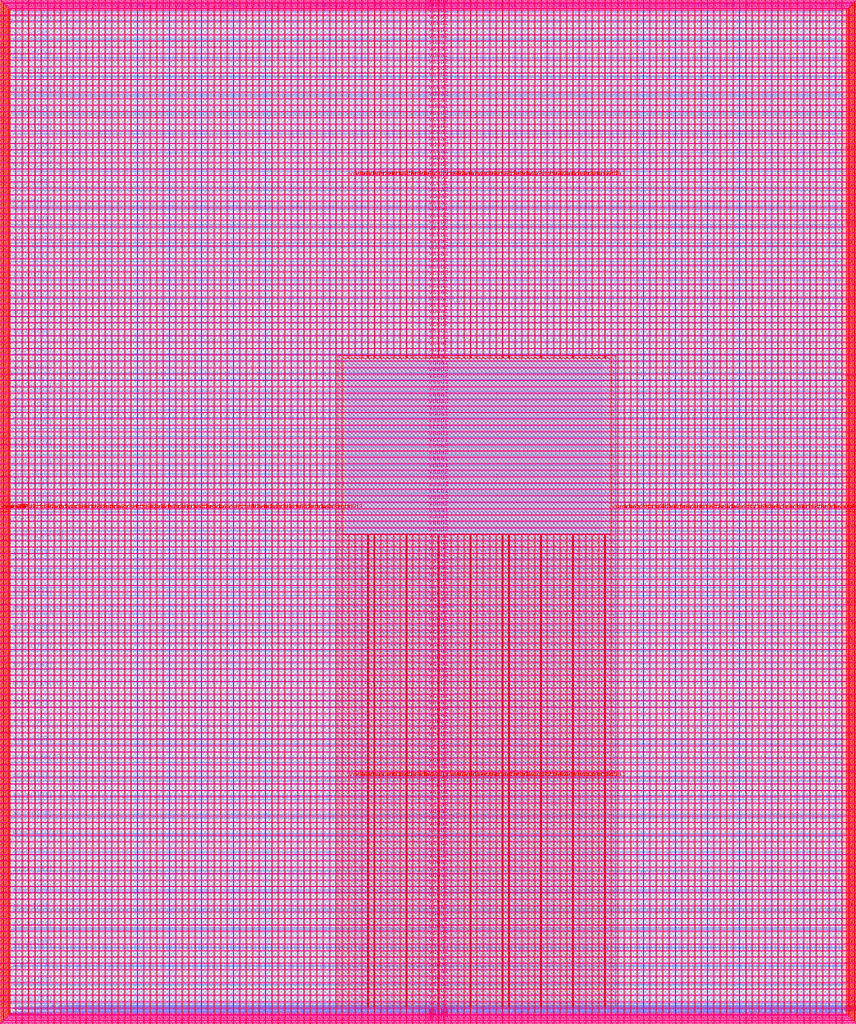
<source format=lef>
VERSION 5.7 ;
  NOWIREEXTENSIONATPIN ON ;
  DIVIDERCHAR "/" ;
  BUSBITCHARS "[]" ;
MACRO user_analog_project_wrapper
  CLASS BLOCK ;
  FOREIGN user_analog_project_wrapper ;
  ORIGIN 0.000 0.000 ;
  SIZE 2920.000 BY 3520.000 ;
  PIN analog_io[0]
    DIRECTION INOUT ;
    USE SIGNAL ;
    PORT
      LAYER met3 ;
        RECT 2917.600 1426.380 2924.800 1427.580 ;
    END
  END analog_io[0]
  PIN analog_io[10]
    DIRECTION INOUT ;
    USE SIGNAL ;
    PORT
      LAYER met2 ;
        RECT 2230.490 3517.600 2231.050 3524.800 ;
    END
  END analog_io[10]
  PIN analog_io[11]
    DIRECTION INOUT ;
    USE SIGNAL ;
    PORT
      LAYER met2 ;
        RECT 1905.730 3517.600 1906.290 3524.800 ;
    END
  END analog_io[11]
  PIN analog_io[12]
    DIRECTION INOUT ;
    USE SIGNAL ;
    PORT
      LAYER met2 ;
        RECT 1581.430 3517.600 1581.990 3524.800 ;
    END
  END analog_io[12]
  PIN analog_io[13]
    DIRECTION INOUT ;
    USE SIGNAL ;
    PORT
      LAYER met2 ;
        RECT 1257.130 3517.600 1257.690 3524.800 ;
    END
  END analog_io[13]
  PIN analog_io[14]
    DIRECTION INOUT ;
    USE SIGNAL ;
    PORT
      LAYER met2 ;
        RECT 932.370 3517.600 932.930 3524.800 ;
    END
  END analog_io[14]
  PIN analog_io[15]
    DIRECTION INOUT ;
    USE SIGNAL ;
    PORT
      LAYER met2 ;
        RECT 608.070 3517.600 608.630 3524.800 ;
    END
  END analog_io[15]
  PIN analog_io[16]
    DIRECTION INOUT ;
    USE SIGNAL ;
    PORT
      LAYER met2 ;
        RECT 283.770 3517.600 284.330 3524.800 ;
    END
  END analog_io[16]
  PIN analog_io[17]
    DIRECTION INOUT ;
    USE SIGNAL ;
    PORT
      LAYER met3 ;
        RECT -4.800 3486.100 2.400 3487.300 ;
    END
  END analog_io[17]
  PIN analog_io[18]
    DIRECTION INOUT ;
    USE SIGNAL ;
    PORT
      LAYER met3 ;
        RECT -4.800 3224.980 2.400 3226.180 ;
    END
  END analog_io[18]
  PIN analog_io[19]
    DIRECTION INOUT ;
    USE SIGNAL ;
    PORT
      LAYER met3 ;
        RECT -4.800 2964.540 2.400 2965.740 ;
    END
  END analog_io[19]
  PIN analog_io[1]
    DIRECTION INOUT ;
    USE SIGNAL ;
    PORT
      LAYER met3 ;
        RECT 2917.600 1692.260 2924.800 1693.460 ;
    END
  END analog_io[1]
  PIN analog_io[20]
    DIRECTION INOUT ;
    USE SIGNAL ;
    PORT
      LAYER met3 ;
        RECT -4.800 2703.420 2.400 2704.620 ;
    END
  END analog_io[20]
  PIN analog_io[21]
    DIRECTION INOUT ;
    USE SIGNAL ;
    PORT
      LAYER met3 ;
        RECT -4.800 2442.980 2.400 2444.180 ;
    END
  END analog_io[21]
  PIN analog_io[22]
    DIRECTION INOUT ;
    USE SIGNAL ;
    PORT
      LAYER met3 ;
        RECT -4.800 2182.540 2.400 2183.740 ;
    END
  END analog_io[22]
  PIN analog_io[23]
    DIRECTION INOUT ;
    USE SIGNAL ;
    PORT
      LAYER met3 ;
        RECT -4.800 1921.420 2.400 1922.620 ;
    END
  END analog_io[23]
  PIN analog_io[24]
    DIRECTION INOUT ;
    USE SIGNAL ;
    PORT
      LAYER met3 ;
        RECT -4.800 1660.980 2.400 1662.180 ;
    END
  END analog_io[24]
  PIN analog_io[25]
    DIRECTION INOUT ;
    USE SIGNAL ;
    PORT
      LAYER met3 ;
        RECT -4.800 1399.860 2.400 1401.060 ;
    END
  END analog_io[25]
  PIN analog_io[26]
    DIRECTION INOUT ;
    USE SIGNAL ;
    PORT
      LAYER met3 ;
        RECT -4.800 1139.420 2.400 1140.620 ;
    END
  END analog_io[26]
  PIN analog_io[27]
    DIRECTION INOUT ;
    USE SIGNAL ;
    PORT
      LAYER met3 ;
        RECT -4.800 878.980 2.400 880.180 ;
    END
  END analog_io[27]
  PIN analog_io[28]
    DIRECTION INOUT ;
    USE SIGNAL ;
    PORT
      LAYER met3 ;
        RECT -4.800 617.860 2.400 619.060 ;
    END
  END analog_io[28]
  PIN analog_io[2]
    DIRECTION INOUT ;
    USE SIGNAL ;
    PORT
      LAYER met3 ;
        RECT 2917.600 1958.140 2924.800 1959.340 ;
    END
  END analog_io[2]
  PIN analog_io[3]
    DIRECTION INOUT ;
    USE SIGNAL ;
    PORT
      LAYER met3 ;
        RECT 2917.600 2223.340 2924.800 2224.540 ;
    END
  END analog_io[3]
  PIN analog_io[4]
    DIRECTION INOUT ;
    USE SIGNAL ;
    PORT
      LAYER met3 ;
        RECT 2917.600 2489.220 2924.800 2490.420 ;
    END
  END analog_io[4]
  PIN analog_io[5]
    DIRECTION INOUT ;
    USE SIGNAL ;
    PORT
      LAYER met3 ;
        RECT 2917.600 2755.100 2924.800 2756.300 ;
    END
  END analog_io[5]
  PIN analog_io[6]
    DIRECTION INOUT ;
    USE SIGNAL ;
    PORT
      LAYER met3 ;
        RECT 2917.600 3020.300 2924.800 3021.500 ;
    END
  END analog_io[6]
  PIN analog_io[7]
    DIRECTION INOUT ;
    USE SIGNAL ;
    PORT
      LAYER met3 ;
        RECT 2917.600 3286.180 2924.800 3287.380 ;
    END
  END analog_io[7]
  PIN analog_io[8]
    DIRECTION INOUT ;
    USE SIGNAL ;
    PORT
      LAYER met2 ;
        RECT 2879.090 3517.600 2879.650 3524.800 ;
    END
  END analog_io[8]
  PIN analog_io[9]
    DIRECTION INOUT ;
    USE SIGNAL ;
    PORT
      LAYER met2 ;
        RECT 2554.790 3517.600 2555.350 3524.800 ;
    END
  END analog_io[9]
  PIN io_in[0]
    DIRECTION INPUT ;
    USE SIGNAL ;
    PORT
      LAYER met3 ;
        RECT 2917.600 32.380 2924.800 33.580 ;
    END
  END io_in[0]
  PIN io_in[10]
    DIRECTION INPUT ;
    USE SIGNAL ;
    PORT
      LAYER met3 ;
        RECT 2917.600 2289.980 2924.800 2291.180 ;
    END
  END io_in[10]
  PIN io_in[11]
    DIRECTION INPUT ;
    USE SIGNAL ;
    PORT
      LAYER met3 ;
        RECT 2917.600 2555.860 2924.800 2557.060 ;
    END
  END io_in[11]
  PIN io_in[12]
    DIRECTION INPUT ;
    USE SIGNAL ;
    PORT
      LAYER met3 ;
        RECT 2917.600 2821.060 2924.800 2822.260 ;
    END
  END io_in[12]
  PIN io_in[13]
    DIRECTION INPUT ;
    USE SIGNAL ;
    PORT
      LAYER met3 ;
        RECT 2917.600 3086.940 2924.800 3088.140 ;
    END
  END io_in[13]
  PIN io_in[14]
    DIRECTION INPUT ;
    USE SIGNAL ;
    PORT
      LAYER met3 ;
        RECT 2917.600 3352.820 2924.800 3354.020 ;
    END
  END io_in[14]
  PIN io_in[15]
    DIRECTION INPUT ;
    USE SIGNAL ;
    PORT
      LAYER met2 ;
        RECT 2798.130 3517.600 2798.690 3524.800 ;
    END
  END io_in[15]
  PIN io_in[16]
    DIRECTION INPUT ;
    USE SIGNAL ;
    PORT
      LAYER met2 ;
        RECT 2473.830 3517.600 2474.390 3524.800 ;
    END
  END io_in[16]
  PIN io_in[17]
    DIRECTION INPUT ;
    USE SIGNAL ;
    PORT
      LAYER met2 ;
        RECT 2149.070 3517.600 2149.630 3524.800 ;
    END
  END io_in[17]
  PIN io_in[18]
    DIRECTION INPUT ;
    USE SIGNAL ;
    PORT
      LAYER met2 ;
        RECT 1824.770 3517.600 1825.330 3524.800 ;
    END
  END io_in[18]
  PIN io_in[19]
    DIRECTION INPUT ;
    USE SIGNAL ;
    PORT
      LAYER met2 ;
        RECT 1500.470 3517.600 1501.030 3524.800 ;
    END
  END io_in[19]
  PIN io_in[1]
    DIRECTION INPUT ;
    USE SIGNAL ;
    PORT
      LAYER met3 ;
        RECT 2917.600 230.940 2924.800 232.140 ;
    END
  END io_in[1]
  PIN io_in[20]
    DIRECTION INPUT ;
    USE SIGNAL ;
    PORT
      LAYER met2 ;
        RECT 1175.710 3517.600 1176.270 3524.800 ;
    END
  END io_in[20]
  PIN io_in[21]
    DIRECTION INPUT ;
    USE SIGNAL ;
    PORT
      LAYER met2 ;
        RECT 851.410 3517.600 851.970 3524.800 ;
    END
  END io_in[21]
  PIN io_in[22]
    DIRECTION INPUT ;
    USE SIGNAL ;
    PORT
      LAYER met2 ;
        RECT 527.110 3517.600 527.670 3524.800 ;
    END
  END io_in[22]
  PIN io_in[23]
    DIRECTION INPUT ;
    USE SIGNAL ;
    PORT
      LAYER met2 ;
        RECT 202.350 3517.600 202.910 3524.800 ;
    END
  END io_in[23]
  PIN io_in[24]
    DIRECTION INPUT ;
    USE SIGNAL ;
    PORT
      LAYER met3 ;
        RECT -4.800 3420.820 2.400 3422.020 ;
    END
  END io_in[24]
  PIN io_in[25]
    DIRECTION INPUT ;
    USE SIGNAL ;
    PORT
      LAYER met3 ;
        RECT -4.800 3159.700 2.400 3160.900 ;
    END
  END io_in[25]
  PIN io_in[26]
    DIRECTION INPUT ;
    USE SIGNAL ;
    PORT
      LAYER met3 ;
        RECT -4.800 2899.260 2.400 2900.460 ;
    END
  END io_in[26]
  PIN io_in[27]
    DIRECTION INPUT ;
    USE SIGNAL ;
    PORT
      LAYER met3 ;
        RECT -4.800 2638.820 2.400 2640.020 ;
    END
  END io_in[27]
  PIN io_in[28]
    DIRECTION INPUT ;
    USE SIGNAL ;
    PORT
      LAYER met3 ;
        RECT -4.800 2377.700 2.400 2378.900 ;
    END
  END io_in[28]
  PIN io_in[29]
    DIRECTION INPUT ;
    USE SIGNAL ;
    PORT
      LAYER met3 ;
        RECT -4.800 2117.260 2.400 2118.460 ;
    END
  END io_in[29]
  PIN io_in[2]
    DIRECTION INPUT ;
    USE SIGNAL ;
    PORT
      LAYER met3 ;
        RECT 2917.600 430.180 2924.800 431.380 ;
    END
  END io_in[2]
  PIN io_in[30]
    DIRECTION INPUT ;
    USE SIGNAL ;
    PORT
      LAYER met3 ;
        RECT -4.800 1856.140 2.400 1857.340 ;
    END
  END io_in[30]
  PIN io_in[31]
    DIRECTION INPUT ;
    USE SIGNAL ;
    PORT
      LAYER met3 ;
        RECT -4.800 1595.700 2.400 1596.900 ;
    END
  END io_in[31]
  PIN io_in[32]
    DIRECTION INPUT ;
    USE SIGNAL ;
    PORT
      LAYER met3 ;
        RECT -4.800 1335.260 2.400 1336.460 ;
    END
  END io_in[32]
  PIN io_in[33]
    DIRECTION INPUT ;
    USE SIGNAL ;
    PORT
      LAYER met3 ;
        RECT -4.800 1074.140 2.400 1075.340 ;
    END
  END io_in[33]
  PIN io_in[34]
    DIRECTION INPUT ;
    USE SIGNAL ;
    PORT
      LAYER met3 ;
        RECT -4.800 813.700 2.400 814.900 ;
    END
  END io_in[34]
  PIN io_in[35]
    DIRECTION INPUT ;
    USE SIGNAL ;
    PORT
      LAYER met3 ;
        RECT -4.800 552.580 2.400 553.780 ;
    END
  END io_in[35]
  PIN io_in[36]
    DIRECTION INPUT ;
    USE SIGNAL ;
    PORT
      LAYER met3 ;
        RECT -4.800 357.420 2.400 358.620 ;
    END
  END io_in[36]
  PIN io_in[37]
    DIRECTION INPUT ;
    USE SIGNAL ;
    PORT
      LAYER met3 ;
        RECT -4.800 161.580 2.400 162.780 ;
    END
  END io_in[37]
  PIN io_in[3]
    DIRECTION INPUT ;
    USE SIGNAL ;
    PORT
      LAYER met3 ;
        RECT 2917.600 629.420 2924.800 630.620 ;
    END
  END io_in[3]
  PIN io_in[4]
    DIRECTION INPUT ;
    USE SIGNAL ;
    PORT
      LAYER met3 ;
        RECT 2917.600 828.660 2924.800 829.860 ;
    END
  END io_in[4]
  PIN io_in[5]
    DIRECTION INPUT ;
    USE SIGNAL ;
    PORT
      LAYER met3 ;
        RECT 2917.600 1027.900 2924.800 1029.100 ;
    END
  END io_in[5]
  PIN io_in[6]
    DIRECTION INPUT ;
    USE SIGNAL ;
    PORT
      LAYER met3 ;
        RECT 2917.600 1227.140 2924.800 1228.340 ;
    END
  END io_in[6]
  PIN io_in[7]
    DIRECTION INPUT ;
    USE SIGNAL ;
    PORT
      LAYER met3 ;
        RECT 2917.600 1493.020 2924.800 1494.220 ;
    END
  END io_in[7]
  PIN io_in[8]
    DIRECTION INPUT ;
    USE SIGNAL ;
    PORT
      LAYER met3 ;
        RECT 2917.600 1758.900 2924.800 1760.100 ;
    END
  END io_in[8]
  PIN io_in[9]
    DIRECTION INPUT ;
    USE SIGNAL ;
    PORT
      LAYER met3 ;
        RECT 2917.600 2024.100 2924.800 2025.300 ;
    END
  END io_in[9]
  PIN io_oeb[0]
    DIRECTION OUTPUT TRISTATE ;
    USE SIGNAL ;
    PORT
      LAYER met3 ;
        RECT 2917.600 164.980 2924.800 166.180 ;
    END
  END io_oeb[0]
  PIN io_oeb[10]
    DIRECTION OUTPUT TRISTATE ;
    USE SIGNAL ;
    PORT
      LAYER met3 ;
        RECT 2917.600 2422.580 2924.800 2423.780 ;
    END
  END io_oeb[10]
  PIN io_oeb[11]
    DIRECTION OUTPUT TRISTATE ;
    USE SIGNAL ;
    PORT
      LAYER met3 ;
        RECT 2917.600 2688.460 2924.800 2689.660 ;
    END
  END io_oeb[11]
  PIN io_oeb[12]
    DIRECTION OUTPUT TRISTATE ;
    USE SIGNAL ;
    PORT
      LAYER met3 ;
        RECT 2917.600 2954.340 2924.800 2955.540 ;
    END
  END io_oeb[12]
  PIN io_oeb[13]
    DIRECTION OUTPUT TRISTATE ;
    USE SIGNAL ;
    PORT
      LAYER met3 ;
        RECT 2917.600 3219.540 2924.800 3220.740 ;
    END
  END io_oeb[13]
  PIN io_oeb[14]
    DIRECTION OUTPUT TRISTATE ;
    USE SIGNAL ;
    PORT
      LAYER met3 ;
        RECT 2917.600 3485.420 2924.800 3486.620 ;
    END
  END io_oeb[14]
  PIN io_oeb[15]
    DIRECTION OUTPUT TRISTATE ;
    USE SIGNAL ;
    PORT
      LAYER met2 ;
        RECT 2635.750 3517.600 2636.310 3524.800 ;
    END
  END io_oeb[15]
  PIN io_oeb[16]
    DIRECTION OUTPUT TRISTATE ;
    USE SIGNAL ;
    PORT
      LAYER met2 ;
        RECT 2311.450 3517.600 2312.010 3524.800 ;
    END
  END io_oeb[16]
  PIN io_oeb[17]
    DIRECTION OUTPUT TRISTATE ;
    USE SIGNAL ;
    PORT
      LAYER met2 ;
        RECT 1987.150 3517.600 1987.710 3524.800 ;
    END
  END io_oeb[17]
  PIN io_oeb[18]
    DIRECTION OUTPUT TRISTATE ;
    USE SIGNAL ;
    PORT
      LAYER met2 ;
        RECT 1662.390 3517.600 1662.950 3524.800 ;
    END
  END io_oeb[18]
  PIN io_oeb[19]
    DIRECTION OUTPUT TRISTATE ;
    USE SIGNAL ;
    PORT
      LAYER met2 ;
        RECT 1338.090 3517.600 1338.650 3524.800 ;
    END
  END io_oeb[19]
  PIN io_oeb[1]
    DIRECTION OUTPUT TRISTATE ;
    USE SIGNAL ;
    PORT
      LAYER met3 ;
        RECT 2917.600 364.220 2924.800 365.420 ;
    END
  END io_oeb[1]
  PIN io_oeb[20]
    DIRECTION OUTPUT TRISTATE ;
    USE SIGNAL ;
    PORT
      LAYER met2 ;
        RECT 1013.790 3517.600 1014.350 3524.800 ;
    END
  END io_oeb[20]
  PIN io_oeb[21]
    DIRECTION OUTPUT TRISTATE ;
    USE SIGNAL ;
    PORT
      LAYER met2 ;
        RECT 689.030 3517.600 689.590 3524.800 ;
    END
  END io_oeb[21]
  PIN io_oeb[22]
    DIRECTION OUTPUT TRISTATE ;
    USE SIGNAL ;
    PORT
      LAYER met2 ;
        RECT 364.730 3517.600 365.290 3524.800 ;
    END
  END io_oeb[22]
  PIN io_oeb[23]
    DIRECTION OUTPUT TRISTATE ;
    USE SIGNAL ;
    PORT
      LAYER met2 ;
        RECT 40.430 3517.600 40.990 3524.800 ;
    END
  END io_oeb[23]
  PIN io_oeb[24]
    DIRECTION OUTPUT TRISTATE ;
    USE SIGNAL ;
    PORT
      LAYER met3 ;
        RECT -4.800 3290.260 2.400 3291.460 ;
    END
  END io_oeb[24]
  PIN io_oeb[25]
    DIRECTION OUTPUT TRISTATE ;
    USE SIGNAL ;
    PORT
      LAYER met3 ;
        RECT -4.800 3029.820 2.400 3031.020 ;
    END
  END io_oeb[25]
  PIN io_oeb[26]
    DIRECTION OUTPUT TRISTATE ;
    USE SIGNAL ;
    PORT
      LAYER met3 ;
        RECT -4.800 2768.700 2.400 2769.900 ;
    END
  END io_oeb[26]
  PIN io_oeb[27]
    DIRECTION OUTPUT TRISTATE ;
    USE SIGNAL ;
    PORT
      LAYER met3 ;
        RECT -4.800 2508.260 2.400 2509.460 ;
    END
  END io_oeb[27]
  PIN io_oeb[28]
    DIRECTION OUTPUT TRISTATE ;
    USE SIGNAL ;
    PORT
      LAYER met3 ;
        RECT -4.800 2247.140 2.400 2248.340 ;
    END
  END io_oeb[28]
  PIN io_oeb[29]
    DIRECTION OUTPUT TRISTATE ;
    USE SIGNAL ;
    PORT
      LAYER met3 ;
        RECT -4.800 1986.700 2.400 1987.900 ;
    END
  END io_oeb[29]
  PIN io_oeb[2]
    DIRECTION OUTPUT TRISTATE ;
    USE SIGNAL ;
    PORT
      LAYER met3 ;
        RECT 2917.600 563.460 2924.800 564.660 ;
    END
  END io_oeb[2]
  PIN io_oeb[30]
    DIRECTION OUTPUT TRISTATE ;
    USE SIGNAL ;
    PORT
      LAYER met3 ;
        RECT -4.800 1726.260 2.400 1727.460 ;
    END
  END io_oeb[30]
  PIN io_oeb[31]
    DIRECTION OUTPUT TRISTATE ;
    USE SIGNAL ;
    PORT
      LAYER met3 ;
        RECT -4.800 1465.140 2.400 1466.340 ;
    END
  END io_oeb[31]
  PIN io_oeb[32]
    DIRECTION OUTPUT TRISTATE ;
    USE SIGNAL ;
    PORT
      LAYER met3 ;
        RECT -4.800 1204.700 2.400 1205.900 ;
    END
  END io_oeb[32]
  PIN io_oeb[33]
    DIRECTION OUTPUT TRISTATE ;
    USE SIGNAL ;
    PORT
      LAYER met3 ;
        RECT -4.800 943.580 2.400 944.780 ;
    END
  END io_oeb[33]
  PIN io_oeb[34]
    DIRECTION OUTPUT TRISTATE ;
    USE SIGNAL ;
    PORT
      LAYER met3 ;
        RECT -4.800 683.140 2.400 684.340 ;
    END
  END io_oeb[34]
  PIN io_oeb[35]
    DIRECTION OUTPUT TRISTATE ;
    USE SIGNAL ;
    PORT
      LAYER met3 ;
        RECT -4.800 422.700 2.400 423.900 ;
    END
  END io_oeb[35]
  PIN io_oeb[36]
    DIRECTION OUTPUT TRISTATE ;
    USE SIGNAL ;
    PORT
      LAYER met3 ;
        RECT -4.800 226.860 2.400 228.060 ;
    END
  END io_oeb[36]
  PIN io_oeb[37]
    DIRECTION OUTPUT TRISTATE ;
    USE SIGNAL ;
    PORT
      LAYER met3 ;
        RECT -4.800 31.700 2.400 32.900 ;
    END
  END io_oeb[37]
  PIN io_oeb[3]
    DIRECTION OUTPUT TRISTATE ;
    USE SIGNAL ;
    PORT
      LAYER met3 ;
        RECT 2917.600 762.700 2924.800 763.900 ;
    END
  END io_oeb[3]
  PIN io_oeb[4]
    DIRECTION OUTPUT TRISTATE ;
    USE SIGNAL ;
    PORT
      LAYER met3 ;
        RECT 2917.600 961.940 2924.800 963.140 ;
    END
  END io_oeb[4]
  PIN io_oeb[5]
    DIRECTION OUTPUT TRISTATE ;
    USE SIGNAL ;
    PORT
      LAYER met3 ;
        RECT 2917.600 1161.180 2924.800 1162.380 ;
    END
  END io_oeb[5]
  PIN io_oeb[6]
    DIRECTION OUTPUT TRISTATE ;
    USE SIGNAL ;
    PORT
      LAYER met3 ;
        RECT 2917.600 1360.420 2924.800 1361.620 ;
    END
  END io_oeb[6]
  PIN io_oeb[7]
    DIRECTION OUTPUT TRISTATE ;
    USE SIGNAL ;
    PORT
      LAYER met3 ;
        RECT 2917.600 1625.620 2924.800 1626.820 ;
    END
  END io_oeb[7]
  PIN io_oeb[8]
    DIRECTION OUTPUT TRISTATE ;
    USE SIGNAL ;
    PORT
      LAYER met3 ;
        RECT 2917.600 1891.500 2924.800 1892.700 ;
    END
  END io_oeb[8]
  PIN io_oeb[9]
    DIRECTION OUTPUT TRISTATE ;
    USE SIGNAL ;
    PORT
      LAYER met3 ;
        RECT 2917.600 2157.380 2924.800 2158.580 ;
    END
  END io_oeb[9]
  PIN io_out[0]
    DIRECTION OUTPUT TRISTATE ;
    USE SIGNAL ;
    PORT
      LAYER met3 ;
        RECT 2917.600 98.340 2924.800 99.540 ;
    END
  END io_out[0]
  PIN io_out[10]
    DIRECTION OUTPUT TRISTATE ;
    USE SIGNAL ;
    PORT
      LAYER met3 ;
        RECT 2917.600 2356.620 2924.800 2357.820 ;
    END
  END io_out[10]
  PIN io_out[11]
    DIRECTION OUTPUT TRISTATE ;
    USE SIGNAL ;
    PORT
      LAYER met3 ;
        RECT 2917.600 2621.820 2924.800 2623.020 ;
    END
  END io_out[11]
  PIN io_out[12]
    DIRECTION OUTPUT TRISTATE ;
    USE SIGNAL ;
    PORT
      LAYER met3 ;
        RECT 2917.600 2887.700 2924.800 2888.900 ;
    END
  END io_out[12]
  PIN io_out[13]
    DIRECTION OUTPUT TRISTATE ;
    USE SIGNAL ;
    PORT
      LAYER met3 ;
        RECT 2917.600 3153.580 2924.800 3154.780 ;
    END
  END io_out[13]
  PIN io_out[14]
    DIRECTION OUTPUT TRISTATE ;
    USE SIGNAL ;
    PORT
      LAYER met3 ;
        RECT 2917.600 3418.780 2924.800 3419.980 ;
    END
  END io_out[14]
  PIN io_out[15]
    DIRECTION OUTPUT TRISTATE ;
    USE SIGNAL ;
    PORT
      LAYER met2 ;
        RECT 2717.170 3517.600 2717.730 3524.800 ;
    END
  END io_out[15]
  PIN io_out[16]
    DIRECTION OUTPUT TRISTATE ;
    USE SIGNAL ;
    PORT
      LAYER met2 ;
        RECT 2392.410 3517.600 2392.970 3524.800 ;
    END
  END io_out[16]
  PIN io_out[17]
    DIRECTION OUTPUT TRISTATE ;
    USE SIGNAL ;
    PORT
      LAYER met2 ;
        RECT 2068.110 3517.600 2068.670 3524.800 ;
    END
  END io_out[17]
  PIN io_out[18]
    DIRECTION OUTPUT TRISTATE ;
    USE SIGNAL ;
    PORT
      LAYER met2 ;
        RECT 1743.810 3517.600 1744.370 3524.800 ;
    END
  END io_out[18]
  PIN io_out[19]
    DIRECTION OUTPUT TRISTATE ;
    USE SIGNAL ;
    PORT
      LAYER met2 ;
        RECT 1419.050 3517.600 1419.610 3524.800 ;
    END
  END io_out[19]
  PIN io_out[1]
    DIRECTION OUTPUT TRISTATE ;
    USE SIGNAL ;
    PORT
      LAYER met3 ;
        RECT 2917.600 297.580 2924.800 298.780 ;
    END
  END io_out[1]
  PIN io_out[20]
    DIRECTION OUTPUT TRISTATE ;
    USE SIGNAL ;
    PORT
      LAYER met2 ;
        RECT 1094.750 3517.600 1095.310 3524.800 ;
    END
  END io_out[20]
  PIN io_out[21]
    DIRECTION OUTPUT TRISTATE ;
    USE SIGNAL ;
    PORT
      LAYER met2 ;
        RECT 770.450 3517.600 771.010 3524.800 ;
    END
  END io_out[21]
  PIN io_out[22]
    DIRECTION OUTPUT TRISTATE ;
    USE SIGNAL ;
    PORT
      LAYER met2 ;
        RECT 445.690 3517.600 446.250 3524.800 ;
    END
  END io_out[22]
  PIN io_out[23]
    DIRECTION OUTPUT TRISTATE ;
    USE SIGNAL ;
    PORT
      LAYER met2 ;
        RECT 121.390 3517.600 121.950 3524.800 ;
    END
  END io_out[23]
  PIN io_out[24]
    DIRECTION OUTPUT TRISTATE ;
    USE SIGNAL ;
    PORT
      LAYER met3 ;
        RECT -4.800 3355.540 2.400 3356.740 ;
    END
  END io_out[24]
  PIN io_out[25]
    DIRECTION OUTPUT TRISTATE ;
    USE SIGNAL ;
    PORT
      LAYER met3 ;
        RECT -4.800 3095.100 2.400 3096.300 ;
    END
  END io_out[25]
  PIN io_out[26]
    DIRECTION OUTPUT TRISTATE ;
    USE SIGNAL ;
    PORT
      LAYER met3 ;
        RECT -4.800 2833.980 2.400 2835.180 ;
    END
  END io_out[26]
  PIN io_out[27]
    DIRECTION OUTPUT TRISTATE ;
    USE SIGNAL ;
    PORT
      LAYER met3 ;
        RECT -4.800 2573.540 2.400 2574.740 ;
    END
  END io_out[27]
  PIN io_out[28]
    DIRECTION OUTPUT TRISTATE ;
    USE SIGNAL ;
    PORT
      LAYER met3 ;
        RECT -4.800 2312.420 2.400 2313.620 ;
    END
  END io_out[28]
  PIN io_out[29]
    DIRECTION OUTPUT TRISTATE ;
    USE SIGNAL ;
    PORT
      LAYER met3 ;
        RECT -4.800 2051.980 2.400 2053.180 ;
    END
  END io_out[29]
  PIN io_out[2]
    DIRECTION OUTPUT TRISTATE ;
    USE SIGNAL ;
    PORT
      LAYER met3 ;
        RECT 2917.600 496.820 2924.800 498.020 ;
    END
  END io_out[2]
  PIN io_out[30]
    DIRECTION OUTPUT TRISTATE ;
    USE SIGNAL ;
    PORT
      LAYER met3 ;
        RECT -4.800 1791.540 2.400 1792.740 ;
    END
  END io_out[30]
  PIN io_out[31]
    DIRECTION OUTPUT TRISTATE ;
    USE SIGNAL ;
    PORT
      LAYER met3 ;
        RECT -4.800 1530.420 2.400 1531.620 ;
    END
  END io_out[31]
  PIN io_out[32]
    DIRECTION OUTPUT TRISTATE ;
    USE SIGNAL ;
    PORT
      LAYER met3 ;
        RECT -4.800 1269.980 2.400 1271.180 ;
    END
  END io_out[32]
  PIN io_out[33]
    DIRECTION OUTPUT TRISTATE ;
    USE SIGNAL ;
    PORT
      LAYER met3 ;
        RECT -4.800 1008.860 2.400 1010.060 ;
    END
  END io_out[33]
  PIN io_out[34]
    DIRECTION OUTPUT TRISTATE ;
    USE SIGNAL ;
    PORT
      LAYER met3 ;
        RECT -4.800 748.420 2.400 749.620 ;
    END
  END io_out[34]
  PIN io_out[35]
    DIRECTION OUTPUT TRISTATE ;
    USE SIGNAL ;
    PORT
      LAYER met3 ;
        RECT -4.800 487.300 2.400 488.500 ;
    END
  END io_out[35]
  PIN io_out[36]
    DIRECTION OUTPUT TRISTATE ;
    USE SIGNAL ;
    PORT
      LAYER met3 ;
        RECT -4.800 292.140 2.400 293.340 ;
    END
  END io_out[36]
  PIN io_out[37]
    DIRECTION OUTPUT TRISTATE ;
    USE SIGNAL ;
    PORT
      LAYER met3 ;
        RECT -4.800 96.300 2.400 97.500 ;
    END
  END io_out[37]
  PIN io_out[3]
    DIRECTION OUTPUT TRISTATE ;
    USE SIGNAL ;
    PORT
      LAYER met3 ;
        RECT 2917.600 696.060 2924.800 697.260 ;
    END
  END io_out[3]
  PIN io_out[4]
    DIRECTION OUTPUT TRISTATE ;
    USE SIGNAL ;
    PORT
      LAYER met3 ;
        RECT 2917.600 895.300 2924.800 896.500 ;
    END
  END io_out[4]
  PIN io_out[5]
    DIRECTION OUTPUT TRISTATE ;
    USE SIGNAL ;
    PORT
      LAYER met3 ;
        RECT 2917.600 1094.540 2924.800 1095.740 ;
    END
  END io_out[5]
  PIN io_out[6]
    DIRECTION OUTPUT TRISTATE ;
    USE SIGNAL ;
    PORT
      LAYER met3 ;
        RECT 2917.600 1293.780 2924.800 1294.980 ;
    END
  END io_out[6]
  PIN io_out[7]
    DIRECTION OUTPUT TRISTATE ;
    USE SIGNAL ;
    PORT
      LAYER met3 ;
        RECT 2917.600 1559.660 2924.800 1560.860 ;
    END
  END io_out[7]
  PIN io_out[8]
    DIRECTION OUTPUT TRISTATE ;
    USE SIGNAL ;
    PORT
      LAYER met3 ;
        RECT 2917.600 1824.860 2924.800 1826.060 ;
    END
  END io_out[8]
  PIN io_out[9]
    DIRECTION OUTPUT TRISTATE ;
    USE SIGNAL ;
    PORT
      LAYER met3 ;
        RECT 2917.600 2090.740 2924.800 2091.940 ;
    END
  END io_out[9]
  PIN la_data_in[0]
    DIRECTION INPUT ;
    USE SIGNAL ;
    PORT
      LAYER met2 ;
        RECT 629.230 -4.800 629.790 2.400 ;
    END
  END la_data_in[0]
  PIN la_data_in[100]
    DIRECTION INPUT ;
    USE SIGNAL ;
    PORT
      LAYER met2 ;
        RECT 2402.530 -4.800 2403.090 2.400 ;
    END
  END la_data_in[100]
  PIN la_data_in[101]
    DIRECTION INPUT ;
    USE SIGNAL ;
    PORT
      LAYER met2 ;
        RECT 2420.010 -4.800 2420.570 2.400 ;
    END
  END la_data_in[101]
  PIN la_data_in[102]
    DIRECTION INPUT ;
    USE SIGNAL ;
    PORT
      LAYER met2 ;
        RECT 2437.950 -4.800 2438.510 2.400 ;
    END
  END la_data_in[102]
  PIN la_data_in[103]
    DIRECTION INPUT ;
    USE SIGNAL ;
    PORT
      LAYER met2 ;
        RECT 2455.430 -4.800 2455.990 2.400 ;
    END
  END la_data_in[103]
  PIN la_data_in[104]
    DIRECTION INPUT ;
    USE SIGNAL ;
    PORT
      LAYER met2 ;
        RECT 2473.370 -4.800 2473.930 2.400 ;
    END
  END la_data_in[104]
  PIN la_data_in[105]
    DIRECTION INPUT ;
    USE SIGNAL ;
    PORT
      LAYER met2 ;
        RECT 2490.850 -4.800 2491.410 2.400 ;
    END
  END la_data_in[105]
  PIN la_data_in[106]
    DIRECTION INPUT ;
    USE SIGNAL ;
    PORT
      LAYER met2 ;
        RECT 2508.790 -4.800 2509.350 2.400 ;
    END
  END la_data_in[106]
  PIN la_data_in[107]
    DIRECTION INPUT ;
    USE SIGNAL ;
    PORT
      LAYER met2 ;
        RECT 2526.730 -4.800 2527.290 2.400 ;
    END
  END la_data_in[107]
  PIN la_data_in[108]
    DIRECTION INPUT ;
    USE SIGNAL ;
    PORT
      LAYER met2 ;
        RECT 2544.210 -4.800 2544.770 2.400 ;
    END
  END la_data_in[108]
  PIN la_data_in[109]
    DIRECTION INPUT ;
    USE SIGNAL ;
    PORT
      LAYER met2 ;
        RECT 2562.150 -4.800 2562.710 2.400 ;
    END
  END la_data_in[109]
  PIN la_data_in[10]
    DIRECTION INPUT ;
    USE SIGNAL ;
    PORT
      LAYER met2 ;
        RECT 806.330 -4.800 806.890 2.400 ;
    END
  END la_data_in[10]
  PIN la_data_in[110]
    DIRECTION INPUT ;
    USE SIGNAL ;
    PORT
      LAYER met2 ;
        RECT 2579.630 -4.800 2580.190 2.400 ;
    END
  END la_data_in[110]
  PIN la_data_in[111]
    DIRECTION INPUT ;
    USE SIGNAL ;
    PORT
      LAYER met2 ;
        RECT 2597.570 -4.800 2598.130 2.400 ;
    END
  END la_data_in[111]
  PIN la_data_in[112]
    DIRECTION INPUT ;
    USE SIGNAL ;
    PORT
      LAYER met2 ;
        RECT 2615.050 -4.800 2615.610 2.400 ;
    END
  END la_data_in[112]
  PIN la_data_in[113]
    DIRECTION INPUT ;
    USE SIGNAL ;
    PORT
      LAYER met2 ;
        RECT 2632.990 -4.800 2633.550 2.400 ;
    END
  END la_data_in[113]
  PIN la_data_in[114]
    DIRECTION INPUT ;
    USE SIGNAL ;
    PORT
      LAYER met2 ;
        RECT 2650.470 -4.800 2651.030 2.400 ;
    END
  END la_data_in[114]
  PIN la_data_in[115]
    DIRECTION INPUT ;
    USE SIGNAL ;
    PORT
      LAYER met2 ;
        RECT 2668.410 -4.800 2668.970 2.400 ;
    END
  END la_data_in[115]
  PIN la_data_in[116]
    DIRECTION INPUT ;
    USE SIGNAL ;
    PORT
      LAYER met2 ;
        RECT 2685.890 -4.800 2686.450 2.400 ;
    END
  END la_data_in[116]
  PIN la_data_in[117]
    DIRECTION INPUT ;
    USE SIGNAL ;
    PORT
      LAYER met2 ;
        RECT 2703.830 -4.800 2704.390 2.400 ;
    END
  END la_data_in[117]
  PIN la_data_in[118]
    DIRECTION INPUT ;
    USE SIGNAL ;
    PORT
      LAYER met2 ;
        RECT 2721.770 -4.800 2722.330 2.400 ;
    END
  END la_data_in[118]
  PIN la_data_in[119]
    DIRECTION INPUT ;
    USE SIGNAL ;
    PORT
      LAYER met2 ;
        RECT 2739.250 -4.800 2739.810 2.400 ;
    END
  END la_data_in[119]
  PIN la_data_in[11]
    DIRECTION INPUT ;
    USE SIGNAL ;
    PORT
      LAYER met2 ;
        RECT 824.270 -4.800 824.830 2.400 ;
    END
  END la_data_in[11]
  PIN la_data_in[120]
    DIRECTION INPUT ;
    USE SIGNAL ;
    PORT
      LAYER met2 ;
        RECT 2757.190 -4.800 2757.750 2.400 ;
    END
  END la_data_in[120]
  PIN la_data_in[121]
    DIRECTION INPUT ;
    USE SIGNAL ;
    PORT
      LAYER met2 ;
        RECT 2774.670 -4.800 2775.230 2.400 ;
    END
  END la_data_in[121]
  PIN la_data_in[122]
    DIRECTION INPUT ;
    USE SIGNAL ;
    PORT
      LAYER met2 ;
        RECT 2792.610 -4.800 2793.170 2.400 ;
    END
  END la_data_in[122]
  PIN la_data_in[123]
    DIRECTION INPUT ;
    USE SIGNAL ;
    PORT
      LAYER met2 ;
        RECT 2810.090 -4.800 2810.650 2.400 ;
    END
  END la_data_in[123]
  PIN la_data_in[124]
    DIRECTION INPUT ;
    USE SIGNAL ;
    PORT
      LAYER met2 ;
        RECT 2828.030 -4.800 2828.590 2.400 ;
    END
  END la_data_in[124]
  PIN la_data_in[125]
    DIRECTION INPUT ;
    USE SIGNAL ;
    PORT
      LAYER met2 ;
        RECT 2845.510 -4.800 2846.070 2.400 ;
    END
  END la_data_in[125]
  PIN la_data_in[126]
    DIRECTION INPUT ;
    USE SIGNAL ;
    PORT
      LAYER met2 ;
        RECT 2863.450 -4.800 2864.010 2.400 ;
    END
  END la_data_in[126]
  PIN la_data_in[127]
    DIRECTION INPUT ;
    USE SIGNAL ;
    PORT
      LAYER met2 ;
        RECT 2881.390 -4.800 2881.950 2.400 ;
    END
  END la_data_in[127]
  PIN la_data_in[12]
    DIRECTION INPUT ;
    USE SIGNAL ;
    PORT
      LAYER met2 ;
        RECT 841.750 -4.800 842.310 2.400 ;
    END
  END la_data_in[12]
  PIN la_data_in[13]
    DIRECTION INPUT ;
    USE SIGNAL ;
    PORT
      LAYER met2 ;
        RECT 859.690 -4.800 860.250 2.400 ;
    END
  END la_data_in[13]
  PIN la_data_in[14]
    DIRECTION INPUT ;
    USE SIGNAL ;
    PORT
      LAYER met2 ;
        RECT 877.170 -4.800 877.730 2.400 ;
    END
  END la_data_in[14]
  PIN la_data_in[15]
    DIRECTION INPUT ;
    USE SIGNAL ;
    PORT
      LAYER met2 ;
        RECT 895.110 -4.800 895.670 2.400 ;
    END
  END la_data_in[15]
  PIN la_data_in[16]
    DIRECTION INPUT ;
    USE SIGNAL ;
    PORT
      LAYER met2 ;
        RECT 912.590 -4.800 913.150 2.400 ;
    END
  END la_data_in[16]
  PIN la_data_in[17]
    DIRECTION INPUT ;
    USE SIGNAL ;
    PORT
      LAYER met2 ;
        RECT 930.530 -4.800 931.090 2.400 ;
    END
  END la_data_in[17]
  PIN la_data_in[18]
    DIRECTION INPUT ;
    USE SIGNAL ;
    PORT
      LAYER met2 ;
        RECT 948.470 -4.800 949.030 2.400 ;
    END
  END la_data_in[18]
  PIN la_data_in[19]
    DIRECTION INPUT ;
    USE SIGNAL ;
    PORT
      LAYER met2 ;
        RECT 965.950 -4.800 966.510 2.400 ;
    END
  END la_data_in[19]
  PIN la_data_in[1]
    DIRECTION INPUT ;
    USE SIGNAL ;
    PORT
      LAYER met2 ;
        RECT 646.710 -4.800 647.270 2.400 ;
    END
  END la_data_in[1]
  PIN la_data_in[20]
    DIRECTION INPUT ;
    USE SIGNAL ;
    PORT
      LAYER met2 ;
        RECT 983.890 -4.800 984.450 2.400 ;
    END
  END la_data_in[20]
  PIN la_data_in[21]
    DIRECTION INPUT ;
    USE SIGNAL ;
    PORT
      LAYER met2 ;
        RECT 1001.370 -4.800 1001.930 2.400 ;
    END
  END la_data_in[21]
  PIN la_data_in[22]
    DIRECTION INPUT ;
    USE SIGNAL ;
    PORT
      LAYER met2 ;
        RECT 1019.310 -4.800 1019.870 2.400 ;
    END
  END la_data_in[22]
  PIN la_data_in[23]
    DIRECTION INPUT ;
    USE SIGNAL ;
    PORT
      LAYER met2 ;
        RECT 1036.790 -4.800 1037.350 2.400 ;
    END
  END la_data_in[23]
  PIN la_data_in[24]
    DIRECTION INPUT ;
    USE SIGNAL ;
    PORT
      LAYER met2 ;
        RECT 1054.730 -4.800 1055.290 2.400 ;
    END
  END la_data_in[24]
  PIN la_data_in[25]
    DIRECTION INPUT ;
    USE SIGNAL ;
    PORT
      LAYER met2 ;
        RECT 1072.210 -4.800 1072.770 2.400 ;
    END
  END la_data_in[25]
  PIN la_data_in[26]
    DIRECTION INPUT ;
    USE SIGNAL ;
    PORT
      LAYER met2 ;
        RECT 1090.150 -4.800 1090.710 2.400 ;
    END
  END la_data_in[26]
  PIN la_data_in[27]
    DIRECTION INPUT ;
    USE SIGNAL ;
    PORT
      LAYER met2 ;
        RECT 1107.630 -4.800 1108.190 2.400 ;
    END
  END la_data_in[27]
  PIN la_data_in[28]
    DIRECTION INPUT ;
    USE SIGNAL ;
    PORT
      LAYER met2 ;
        RECT 1125.570 -4.800 1126.130 2.400 ;
    END
  END la_data_in[28]
  PIN la_data_in[29]
    DIRECTION INPUT ;
    USE SIGNAL ;
    PORT
      LAYER met2 ;
        RECT 1143.510 -4.800 1144.070 2.400 ;
    END
  END la_data_in[29]
  PIN la_data_in[2]
    DIRECTION INPUT ;
    USE SIGNAL ;
    PORT
      LAYER met2 ;
        RECT 664.650 -4.800 665.210 2.400 ;
    END
  END la_data_in[2]
  PIN la_data_in[30]
    DIRECTION INPUT ;
    USE SIGNAL ;
    PORT
      LAYER met2 ;
        RECT 1160.990 -4.800 1161.550 2.400 ;
    END
  END la_data_in[30]
  PIN la_data_in[31]
    DIRECTION INPUT ;
    USE SIGNAL ;
    PORT
      LAYER met2 ;
        RECT 1178.930 -4.800 1179.490 2.400 ;
    END
  END la_data_in[31]
  PIN la_data_in[32]
    DIRECTION INPUT ;
    USE SIGNAL ;
    PORT
      LAYER met2 ;
        RECT 1196.410 -4.800 1196.970 2.400 ;
    END
  END la_data_in[32]
  PIN la_data_in[33]
    DIRECTION INPUT ;
    USE SIGNAL ;
    PORT
      LAYER met2 ;
        RECT 1214.350 -4.800 1214.910 2.400 ;
    END
  END la_data_in[33]
  PIN la_data_in[34]
    DIRECTION INPUT ;
    USE SIGNAL ;
    PORT
      LAYER met2 ;
        RECT 1231.830 -4.800 1232.390 2.400 ;
    END
  END la_data_in[34]
  PIN la_data_in[35]
    DIRECTION INPUT ;
    USE SIGNAL ;
    PORT
      LAYER met2 ;
        RECT 1249.770 -4.800 1250.330 2.400 ;
    END
  END la_data_in[35]
  PIN la_data_in[36]
    DIRECTION INPUT ;
    USE SIGNAL ;
    PORT
      LAYER met2 ;
        RECT 1267.250 -4.800 1267.810 2.400 ;
    END
  END la_data_in[36]
  PIN la_data_in[37]
    DIRECTION INPUT ;
    USE SIGNAL ;
    PORT
      LAYER met2 ;
        RECT 1285.190 -4.800 1285.750 2.400 ;
    END
  END la_data_in[37]
  PIN la_data_in[38]
    DIRECTION INPUT ;
    USE SIGNAL ;
    PORT
      LAYER met2 ;
        RECT 1303.130 -4.800 1303.690 2.400 ;
    END
  END la_data_in[38]
  PIN la_data_in[39]
    DIRECTION INPUT ;
    USE SIGNAL ;
    PORT
      LAYER met2 ;
        RECT 1320.610 -4.800 1321.170 2.400 ;
    END
  END la_data_in[39]
  PIN la_data_in[3]
    DIRECTION INPUT ;
    USE SIGNAL ;
    PORT
      LAYER met2 ;
        RECT 682.130 -4.800 682.690 2.400 ;
    END
  END la_data_in[3]
  PIN la_data_in[40]
    DIRECTION INPUT ;
    USE SIGNAL ;
    PORT
      LAYER met2 ;
        RECT 1338.550 -4.800 1339.110 2.400 ;
    END
  END la_data_in[40]
  PIN la_data_in[41]
    DIRECTION INPUT ;
    USE SIGNAL ;
    PORT
      LAYER met2 ;
        RECT 1356.030 -4.800 1356.590 2.400 ;
    END
  END la_data_in[41]
  PIN la_data_in[42]
    DIRECTION INPUT ;
    USE SIGNAL ;
    PORT
      LAYER met2 ;
        RECT 1373.970 -4.800 1374.530 2.400 ;
    END
  END la_data_in[42]
  PIN la_data_in[43]
    DIRECTION INPUT ;
    USE SIGNAL ;
    PORT
      LAYER met2 ;
        RECT 1391.450 -4.800 1392.010 2.400 ;
    END
  END la_data_in[43]
  PIN la_data_in[44]
    DIRECTION INPUT ;
    USE SIGNAL ;
    PORT
      LAYER met2 ;
        RECT 1409.390 -4.800 1409.950 2.400 ;
    END
  END la_data_in[44]
  PIN la_data_in[45]
    DIRECTION INPUT ;
    USE SIGNAL ;
    PORT
      LAYER met2 ;
        RECT 1426.870 -4.800 1427.430 2.400 ;
    END
  END la_data_in[45]
  PIN la_data_in[46]
    DIRECTION INPUT ;
    USE SIGNAL ;
    PORT
      LAYER met2 ;
        RECT 1444.810 -4.800 1445.370 2.400 ;
    END
  END la_data_in[46]
  PIN la_data_in[47]
    DIRECTION INPUT ;
    USE SIGNAL ;
    PORT
      LAYER met2 ;
        RECT 1462.750 -4.800 1463.310 2.400 ;
    END
  END la_data_in[47]
  PIN la_data_in[48]
    DIRECTION INPUT ;
    USE SIGNAL ;
    PORT
      LAYER met2 ;
        RECT 1480.230 -4.800 1480.790 2.400 ;
    END
  END la_data_in[48]
  PIN la_data_in[49]
    DIRECTION INPUT ;
    USE SIGNAL ;
    PORT
      LAYER met2 ;
        RECT 1498.170 -4.800 1498.730 2.400 ;
    END
  END la_data_in[49]
  PIN la_data_in[4]
    DIRECTION INPUT ;
    USE SIGNAL ;
    PORT
      LAYER met2 ;
        RECT 700.070 -4.800 700.630 2.400 ;
    END
  END la_data_in[4]
  PIN la_data_in[50]
    DIRECTION INPUT ;
    USE SIGNAL ;
    PORT
      LAYER met2 ;
        RECT 1515.650 -4.800 1516.210 2.400 ;
    END
  END la_data_in[50]
  PIN la_data_in[51]
    DIRECTION INPUT ;
    USE SIGNAL ;
    PORT
      LAYER met2 ;
        RECT 1533.590 -4.800 1534.150 2.400 ;
    END
  END la_data_in[51]
  PIN la_data_in[52]
    DIRECTION INPUT ;
    USE SIGNAL ;
    PORT
      LAYER met2 ;
        RECT 1551.070 -4.800 1551.630 2.400 ;
    END
  END la_data_in[52]
  PIN la_data_in[53]
    DIRECTION INPUT ;
    USE SIGNAL ;
    PORT
      LAYER met2 ;
        RECT 1569.010 -4.800 1569.570 2.400 ;
    END
  END la_data_in[53]
  PIN la_data_in[54]
    DIRECTION INPUT ;
    USE SIGNAL ;
    PORT
      LAYER met2 ;
        RECT 1586.490 -4.800 1587.050 2.400 ;
    END
  END la_data_in[54]
  PIN la_data_in[55]
    DIRECTION INPUT ;
    USE SIGNAL ;
    PORT
      LAYER met2 ;
        RECT 1604.430 -4.800 1604.990 2.400 ;
    END
  END la_data_in[55]
  PIN la_data_in[56]
    DIRECTION INPUT ;
    USE SIGNAL ;
    PORT
      LAYER met2 ;
        RECT 1621.910 -4.800 1622.470 2.400 ;
    END
  END la_data_in[56]
  PIN la_data_in[57]
    DIRECTION INPUT ;
    USE SIGNAL ;
    PORT
      LAYER met2 ;
        RECT 1639.850 -4.800 1640.410 2.400 ;
    END
  END la_data_in[57]
  PIN la_data_in[58]
    DIRECTION INPUT ;
    USE SIGNAL ;
    PORT
      LAYER met2 ;
        RECT 1657.790 -4.800 1658.350 2.400 ;
    END
  END la_data_in[58]
  PIN la_data_in[59]
    DIRECTION INPUT ;
    USE SIGNAL ;
    PORT
      LAYER met2 ;
        RECT 1675.270 -4.800 1675.830 2.400 ;
    END
  END la_data_in[59]
  PIN la_data_in[5]
    DIRECTION INPUT ;
    USE SIGNAL ;
    PORT
      LAYER met2 ;
        RECT 717.550 -4.800 718.110 2.400 ;
    END
  END la_data_in[5]
  PIN la_data_in[60]
    DIRECTION INPUT ;
    USE SIGNAL ;
    PORT
      LAYER met2 ;
        RECT 1693.210 -4.800 1693.770 2.400 ;
    END
  END la_data_in[60]
  PIN la_data_in[61]
    DIRECTION INPUT ;
    USE SIGNAL ;
    PORT
      LAYER met2 ;
        RECT 1710.690 -4.800 1711.250 2.400 ;
    END
  END la_data_in[61]
  PIN la_data_in[62]
    DIRECTION INPUT ;
    USE SIGNAL ;
    PORT
      LAYER met2 ;
        RECT 1728.630 -4.800 1729.190 2.400 ;
    END
  END la_data_in[62]
  PIN la_data_in[63]
    DIRECTION INPUT ;
    USE SIGNAL ;
    PORT
      LAYER met2 ;
        RECT 1746.110 -4.800 1746.670 2.400 ;
    END
  END la_data_in[63]
  PIN la_data_in[64]
    DIRECTION INPUT ;
    USE SIGNAL ;
    PORT
      LAYER met2 ;
        RECT 1764.050 -4.800 1764.610 2.400 ;
    END
  END la_data_in[64]
  PIN la_data_in[65]
    DIRECTION INPUT ;
    USE SIGNAL ;
    PORT
      LAYER met2 ;
        RECT 1781.530 -4.800 1782.090 2.400 ;
    END
  END la_data_in[65]
  PIN la_data_in[66]
    DIRECTION INPUT ;
    USE SIGNAL ;
    PORT
      LAYER met2 ;
        RECT 1799.470 -4.800 1800.030 2.400 ;
    END
  END la_data_in[66]
  PIN la_data_in[67]
    DIRECTION INPUT ;
    USE SIGNAL ;
    PORT
      LAYER met2 ;
        RECT 1817.410 -4.800 1817.970 2.400 ;
    END
  END la_data_in[67]
  PIN la_data_in[68]
    DIRECTION INPUT ;
    USE SIGNAL ;
    PORT
      LAYER met2 ;
        RECT 1834.890 -4.800 1835.450 2.400 ;
    END
  END la_data_in[68]
  PIN la_data_in[69]
    DIRECTION INPUT ;
    USE SIGNAL ;
    PORT
      LAYER met2 ;
        RECT 1852.830 -4.800 1853.390 2.400 ;
    END
  END la_data_in[69]
  PIN la_data_in[6]
    DIRECTION INPUT ;
    USE SIGNAL ;
    PORT
      LAYER met2 ;
        RECT 735.490 -4.800 736.050 2.400 ;
    END
  END la_data_in[6]
  PIN la_data_in[70]
    DIRECTION INPUT ;
    USE SIGNAL ;
    PORT
      LAYER met2 ;
        RECT 1870.310 -4.800 1870.870 2.400 ;
    END
  END la_data_in[70]
  PIN la_data_in[71]
    DIRECTION INPUT ;
    USE SIGNAL ;
    PORT
      LAYER met2 ;
        RECT 1888.250 -4.800 1888.810 2.400 ;
    END
  END la_data_in[71]
  PIN la_data_in[72]
    DIRECTION INPUT ;
    USE SIGNAL ;
    PORT
      LAYER met2 ;
        RECT 1905.730 -4.800 1906.290 2.400 ;
    END
  END la_data_in[72]
  PIN la_data_in[73]
    DIRECTION INPUT ;
    USE SIGNAL ;
    PORT
      LAYER met2 ;
        RECT 1923.670 -4.800 1924.230 2.400 ;
    END
  END la_data_in[73]
  PIN la_data_in[74]
    DIRECTION INPUT ;
    USE SIGNAL ;
    PORT
      LAYER met2 ;
        RECT 1941.150 -4.800 1941.710 2.400 ;
    END
  END la_data_in[74]
  PIN la_data_in[75]
    DIRECTION INPUT ;
    USE SIGNAL ;
    PORT
      LAYER met2 ;
        RECT 1959.090 -4.800 1959.650 2.400 ;
    END
  END la_data_in[75]
  PIN la_data_in[76]
    DIRECTION INPUT ;
    USE SIGNAL ;
    PORT
      LAYER met2 ;
        RECT 1976.570 -4.800 1977.130 2.400 ;
    END
  END la_data_in[76]
  PIN la_data_in[77]
    DIRECTION INPUT ;
    USE SIGNAL ;
    PORT
      LAYER met2 ;
        RECT 1994.510 -4.800 1995.070 2.400 ;
    END
  END la_data_in[77]
  PIN la_data_in[78]
    DIRECTION INPUT ;
    USE SIGNAL ;
    PORT
      LAYER met2 ;
        RECT 2012.450 -4.800 2013.010 2.400 ;
    END
  END la_data_in[78]
  PIN la_data_in[79]
    DIRECTION INPUT ;
    USE SIGNAL ;
    PORT
      LAYER met2 ;
        RECT 2029.930 -4.800 2030.490 2.400 ;
    END
  END la_data_in[79]
  PIN la_data_in[7]
    DIRECTION INPUT ;
    USE SIGNAL ;
    PORT
      LAYER met2 ;
        RECT 752.970 -4.800 753.530 2.400 ;
    END
  END la_data_in[7]
  PIN la_data_in[80]
    DIRECTION INPUT ;
    USE SIGNAL ;
    PORT
      LAYER met2 ;
        RECT 2047.870 -4.800 2048.430 2.400 ;
    END
  END la_data_in[80]
  PIN la_data_in[81]
    DIRECTION INPUT ;
    USE SIGNAL ;
    PORT
      LAYER met2 ;
        RECT 2065.350 -4.800 2065.910 2.400 ;
    END
  END la_data_in[81]
  PIN la_data_in[82]
    DIRECTION INPUT ;
    USE SIGNAL ;
    PORT
      LAYER met2 ;
        RECT 2083.290 -4.800 2083.850 2.400 ;
    END
  END la_data_in[82]
  PIN la_data_in[83]
    DIRECTION INPUT ;
    USE SIGNAL ;
    PORT
      LAYER met2 ;
        RECT 2100.770 -4.800 2101.330 2.400 ;
    END
  END la_data_in[83]
  PIN la_data_in[84]
    DIRECTION INPUT ;
    USE SIGNAL ;
    PORT
      LAYER met2 ;
        RECT 2118.710 -4.800 2119.270 2.400 ;
    END
  END la_data_in[84]
  PIN la_data_in[85]
    DIRECTION INPUT ;
    USE SIGNAL ;
    PORT
      LAYER met2 ;
        RECT 2136.190 -4.800 2136.750 2.400 ;
    END
  END la_data_in[85]
  PIN la_data_in[86]
    DIRECTION INPUT ;
    USE SIGNAL ;
    PORT
      LAYER met2 ;
        RECT 2154.130 -4.800 2154.690 2.400 ;
    END
  END la_data_in[86]
  PIN la_data_in[87]
    DIRECTION INPUT ;
    USE SIGNAL ;
    PORT
      LAYER met2 ;
        RECT 2172.070 -4.800 2172.630 2.400 ;
    END
  END la_data_in[87]
  PIN la_data_in[88]
    DIRECTION INPUT ;
    USE SIGNAL ;
    PORT
      LAYER met2 ;
        RECT 2189.550 -4.800 2190.110 2.400 ;
    END
  END la_data_in[88]
  PIN la_data_in[89]
    DIRECTION INPUT ;
    USE SIGNAL ;
    PORT
      LAYER met2 ;
        RECT 2207.490 -4.800 2208.050 2.400 ;
    END
  END la_data_in[89]
  PIN la_data_in[8]
    DIRECTION INPUT ;
    USE SIGNAL ;
    PORT
      LAYER met2 ;
        RECT 770.910 -4.800 771.470 2.400 ;
    END
  END la_data_in[8]
  PIN la_data_in[90]
    DIRECTION INPUT ;
    USE SIGNAL ;
    PORT
      LAYER met2 ;
        RECT 2224.970 -4.800 2225.530 2.400 ;
    END
  END la_data_in[90]
  PIN la_data_in[91]
    DIRECTION INPUT ;
    USE SIGNAL ;
    PORT
      LAYER met2 ;
        RECT 2242.910 -4.800 2243.470 2.400 ;
    END
  END la_data_in[91]
  PIN la_data_in[92]
    DIRECTION INPUT ;
    USE SIGNAL ;
    PORT
      LAYER met2 ;
        RECT 2260.390 -4.800 2260.950 2.400 ;
    END
  END la_data_in[92]
  PIN la_data_in[93]
    DIRECTION INPUT ;
    USE SIGNAL ;
    PORT
      LAYER met2 ;
        RECT 2278.330 -4.800 2278.890 2.400 ;
    END
  END la_data_in[93]
  PIN la_data_in[94]
    DIRECTION INPUT ;
    USE SIGNAL ;
    PORT
      LAYER met2 ;
        RECT 2295.810 -4.800 2296.370 2.400 ;
    END
  END la_data_in[94]
  PIN la_data_in[95]
    DIRECTION INPUT ;
    USE SIGNAL ;
    PORT
      LAYER met2 ;
        RECT 2313.750 -4.800 2314.310 2.400 ;
    END
  END la_data_in[95]
  PIN la_data_in[96]
    DIRECTION INPUT ;
    USE SIGNAL ;
    PORT
      LAYER met2 ;
        RECT 2331.230 -4.800 2331.790 2.400 ;
    END
  END la_data_in[96]
  PIN la_data_in[97]
    DIRECTION INPUT ;
    USE SIGNAL ;
    PORT
      LAYER met2 ;
        RECT 2349.170 -4.800 2349.730 2.400 ;
    END
  END la_data_in[97]
  PIN la_data_in[98]
    DIRECTION INPUT ;
    USE SIGNAL ;
    PORT
      LAYER met2 ;
        RECT 2367.110 -4.800 2367.670 2.400 ;
    END
  END la_data_in[98]
  PIN la_data_in[99]
    DIRECTION INPUT ;
    USE SIGNAL ;
    PORT
      LAYER met2 ;
        RECT 2384.590 -4.800 2385.150 2.400 ;
    END
  END la_data_in[99]
  PIN la_data_in[9]
    DIRECTION INPUT ;
    USE SIGNAL ;
    PORT
      LAYER met2 ;
        RECT 788.850 -4.800 789.410 2.400 ;
    END
  END la_data_in[9]
  PIN la_data_out[0]
    DIRECTION OUTPUT TRISTATE ;
    USE SIGNAL ;
    PORT
      LAYER met2 ;
        RECT 634.750 -4.800 635.310 2.400 ;
    END
  END la_data_out[0]
  PIN la_data_out[100]
    DIRECTION OUTPUT TRISTATE ;
    USE SIGNAL ;
    PORT
      LAYER met2 ;
        RECT 2408.510 -4.800 2409.070 2.400 ;
    END
  END la_data_out[100]
  PIN la_data_out[101]
    DIRECTION OUTPUT TRISTATE ;
    USE SIGNAL ;
    PORT
      LAYER met2 ;
        RECT 2425.990 -4.800 2426.550 2.400 ;
    END
  END la_data_out[101]
  PIN la_data_out[102]
    DIRECTION OUTPUT TRISTATE ;
    USE SIGNAL ;
    PORT
      LAYER met2 ;
        RECT 2443.930 -4.800 2444.490 2.400 ;
    END
  END la_data_out[102]
  PIN la_data_out[103]
    DIRECTION OUTPUT TRISTATE ;
    USE SIGNAL ;
    PORT
      LAYER met2 ;
        RECT 2461.410 -4.800 2461.970 2.400 ;
    END
  END la_data_out[103]
  PIN la_data_out[104]
    DIRECTION OUTPUT TRISTATE ;
    USE SIGNAL ;
    PORT
      LAYER met2 ;
        RECT 2479.350 -4.800 2479.910 2.400 ;
    END
  END la_data_out[104]
  PIN la_data_out[105]
    DIRECTION OUTPUT TRISTATE ;
    USE SIGNAL ;
    PORT
      LAYER met2 ;
        RECT 2496.830 -4.800 2497.390 2.400 ;
    END
  END la_data_out[105]
  PIN la_data_out[106]
    DIRECTION OUTPUT TRISTATE ;
    USE SIGNAL ;
    PORT
      LAYER met2 ;
        RECT 2514.770 -4.800 2515.330 2.400 ;
    END
  END la_data_out[106]
  PIN la_data_out[107]
    DIRECTION OUTPUT TRISTATE ;
    USE SIGNAL ;
    PORT
      LAYER met2 ;
        RECT 2532.250 -4.800 2532.810 2.400 ;
    END
  END la_data_out[107]
  PIN la_data_out[108]
    DIRECTION OUTPUT TRISTATE ;
    USE SIGNAL ;
    PORT
      LAYER met2 ;
        RECT 2550.190 -4.800 2550.750 2.400 ;
    END
  END la_data_out[108]
  PIN la_data_out[109]
    DIRECTION OUTPUT TRISTATE ;
    USE SIGNAL ;
    PORT
      LAYER met2 ;
        RECT 2567.670 -4.800 2568.230 2.400 ;
    END
  END la_data_out[109]
  PIN la_data_out[10]
    DIRECTION OUTPUT TRISTATE ;
    USE SIGNAL ;
    PORT
      LAYER met2 ;
        RECT 812.310 -4.800 812.870 2.400 ;
    END
  END la_data_out[10]
  PIN la_data_out[110]
    DIRECTION OUTPUT TRISTATE ;
    USE SIGNAL ;
    PORT
      LAYER met2 ;
        RECT 2585.610 -4.800 2586.170 2.400 ;
    END
  END la_data_out[110]
  PIN la_data_out[111]
    DIRECTION OUTPUT TRISTATE ;
    USE SIGNAL ;
    PORT
      LAYER met2 ;
        RECT 2603.550 -4.800 2604.110 2.400 ;
    END
  END la_data_out[111]
  PIN la_data_out[112]
    DIRECTION OUTPUT TRISTATE ;
    USE SIGNAL ;
    PORT
      LAYER met2 ;
        RECT 2621.030 -4.800 2621.590 2.400 ;
    END
  END la_data_out[112]
  PIN la_data_out[113]
    DIRECTION OUTPUT TRISTATE ;
    USE SIGNAL ;
    PORT
      LAYER met2 ;
        RECT 2638.970 -4.800 2639.530 2.400 ;
    END
  END la_data_out[113]
  PIN la_data_out[114]
    DIRECTION OUTPUT TRISTATE ;
    USE SIGNAL ;
    PORT
      LAYER met2 ;
        RECT 2656.450 -4.800 2657.010 2.400 ;
    END
  END la_data_out[114]
  PIN la_data_out[115]
    DIRECTION OUTPUT TRISTATE ;
    USE SIGNAL ;
    PORT
      LAYER met2 ;
        RECT 2674.390 -4.800 2674.950 2.400 ;
    END
  END la_data_out[115]
  PIN la_data_out[116]
    DIRECTION OUTPUT TRISTATE ;
    USE SIGNAL ;
    PORT
      LAYER met2 ;
        RECT 2691.870 -4.800 2692.430 2.400 ;
    END
  END la_data_out[116]
  PIN la_data_out[117]
    DIRECTION OUTPUT TRISTATE ;
    USE SIGNAL ;
    PORT
      LAYER met2 ;
        RECT 2709.810 -4.800 2710.370 2.400 ;
    END
  END la_data_out[117]
  PIN la_data_out[118]
    DIRECTION OUTPUT TRISTATE ;
    USE SIGNAL ;
    PORT
      LAYER met2 ;
        RECT 2727.290 -4.800 2727.850 2.400 ;
    END
  END la_data_out[118]
  PIN la_data_out[119]
    DIRECTION OUTPUT TRISTATE ;
    USE SIGNAL ;
    PORT
      LAYER met2 ;
        RECT 2745.230 -4.800 2745.790 2.400 ;
    END
  END la_data_out[119]
  PIN la_data_out[11]
    DIRECTION OUTPUT TRISTATE ;
    USE SIGNAL ;
    PORT
      LAYER met2 ;
        RECT 830.250 -4.800 830.810 2.400 ;
    END
  END la_data_out[11]
  PIN la_data_out[120]
    DIRECTION OUTPUT TRISTATE ;
    USE SIGNAL ;
    PORT
      LAYER met2 ;
        RECT 2763.170 -4.800 2763.730 2.400 ;
    END
  END la_data_out[120]
  PIN la_data_out[121]
    DIRECTION OUTPUT TRISTATE ;
    USE SIGNAL ;
    PORT
      LAYER met2 ;
        RECT 2780.650 -4.800 2781.210 2.400 ;
    END
  END la_data_out[121]
  PIN la_data_out[122]
    DIRECTION OUTPUT TRISTATE ;
    USE SIGNAL ;
    PORT
      LAYER met2 ;
        RECT 2798.590 -4.800 2799.150 2.400 ;
    END
  END la_data_out[122]
  PIN la_data_out[123]
    DIRECTION OUTPUT TRISTATE ;
    USE SIGNAL ;
    PORT
      LAYER met2 ;
        RECT 2816.070 -4.800 2816.630 2.400 ;
    END
  END la_data_out[123]
  PIN la_data_out[124]
    DIRECTION OUTPUT TRISTATE ;
    USE SIGNAL ;
    PORT
      LAYER met2 ;
        RECT 2834.010 -4.800 2834.570 2.400 ;
    END
  END la_data_out[124]
  PIN la_data_out[125]
    DIRECTION OUTPUT TRISTATE ;
    USE SIGNAL ;
    PORT
      LAYER met2 ;
        RECT 2851.490 -4.800 2852.050 2.400 ;
    END
  END la_data_out[125]
  PIN la_data_out[126]
    DIRECTION OUTPUT TRISTATE ;
    USE SIGNAL ;
    PORT
      LAYER met2 ;
        RECT 2869.430 -4.800 2869.990 2.400 ;
    END
  END la_data_out[126]
  PIN la_data_out[127]
    DIRECTION OUTPUT TRISTATE ;
    USE SIGNAL ;
    PORT
      LAYER met2 ;
        RECT 2886.910 -4.800 2887.470 2.400 ;
    END
  END la_data_out[127]
  PIN la_data_out[12]
    DIRECTION OUTPUT TRISTATE ;
    USE SIGNAL ;
    PORT
      LAYER met2 ;
        RECT 847.730 -4.800 848.290 2.400 ;
    END
  END la_data_out[12]
  PIN la_data_out[13]
    DIRECTION OUTPUT TRISTATE ;
    USE SIGNAL ;
    PORT
      LAYER met2 ;
        RECT 865.670 -4.800 866.230 2.400 ;
    END
  END la_data_out[13]
  PIN la_data_out[14]
    DIRECTION OUTPUT TRISTATE ;
    USE SIGNAL ;
    PORT
      LAYER met2 ;
        RECT 883.150 -4.800 883.710 2.400 ;
    END
  END la_data_out[14]
  PIN la_data_out[15]
    DIRECTION OUTPUT TRISTATE ;
    USE SIGNAL ;
    PORT
      LAYER met2 ;
        RECT 901.090 -4.800 901.650 2.400 ;
    END
  END la_data_out[15]
  PIN la_data_out[16]
    DIRECTION OUTPUT TRISTATE ;
    USE SIGNAL ;
    PORT
      LAYER met2 ;
        RECT 918.570 -4.800 919.130 2.400 ;
    END
  END la_data_out[16]
  PIN la_data_out[17]
    DIRECTION OUTPUT TRISTATE ;
    USE SIGNAL ;
    PORT
      LAYER met2 ;
        RECT 936.510 -4.800 937.070 2.400 ;
    END
  END la_data_out[17]
  PIN la_data_out[18]
    DIRECTION OUTPUT TRISTATE ;
    USE SIGNAL ;
    PORT
      LAYER met2 ;
        RECT 953.990 -4.800 954.550 2.400 ;
    END
  END la_data_out[18]
  PIN la_data_out[19]
    DIRECTION OUTPUT TRISTATE ;
    USE SIGNAL ;
    PORT
      LAYER met2 ;
        RECT 971.930 -4.800 972.490 2.400 ;
    END
  END la_data_out[19]
  PIN la_data_out[1]
    DIRECTION OUTPUT TRISTATE ;
    USE SIGNAL ;
    PORT
      LAYER met2 ;
        RECT 652.690 -4.800 653.250 2.400 ;
    END
  END la_data_out[1]
  PIN la_data_out[20]
    DIRECTION OUTPUT TRISTATE ;
    USE SIGNAL ;
    PORT
      LAYER met2 ;
        RECT 989.410 -4.800 989.970 2.400 ;
    END
  END la_data_out[20]
  PIN la_data_out[21]
    DIRECTION OUTPUT TRISTATE ;
    USE SIGNAL ;
    PORT
      LAYER met2 ;
        RECT 1007.350 -4.800 1007.910 2.400 ;
    END
  END la_data_out[21]
  PIN la_data_out[22]
    DIRECTION OUTPUT TRISTATE ;
    USE SIGNAL ;
    PORT
      LAYER met2 ;
        RECT 1025.290 -4.800 1025.850 2.400 ;
    END
  END la_data_out[22]
  PIN la_data_out[23]
    DIRECTION OUTPUT TRISTATE ;
    USE SIGNAL ;
    PORT
      LAYER met2 ;
        RECT 1042.770 -4.800 1043.330 2.400 ;
    END
  END la_data_out[23]
  PIN la_data_out[24]
    DIRECTION OUTPUT TRISTATE ;
    USE SIGNAL ;
    PORT
      LAYER met2 ;
        RECT 1060.710 -4.800 1061.270 2.400 ;
    END
  END la_data_out[24]
  PIN la_data_out[25]
    DIRECTION OUTPUT TRISTATE ;
    USE SIGNAL ;
    PORT
      LAYER met2 ;
        RECT 1078.190 -4.800 1078.750 2.400 ;
    END
  END la_data_out[25]
  PIN la_data_out[26]
    DIRECTION OUTPUT TRISTATE ;
    USE SIGNAL ;
    PORT
      LAYER met2 ;
        RECT 1096.130 -4.800 1096.690 2.400 ;
    END
  END la_data_out[26]
  PIN la_data_out[27]
    DIRECTION OUTPUT TRISTATE ;
    USE SIGNAL ;
    PORT
      LAYER met2 ;
        RECT 1113.610 -4.800 1114.170 2.400 ;
    END
  END la_data_out[27]
  PIN la_data_out[28]
    DIRECTION OUTPUT TRISTATE ;
    USE SIGNAL ;
    PORT
      LAYER met2 ;
        RECT 1131.550 -4.800 1132.110 2.400 ;
    END
  END la_data_out[28]
  PIN la_data_out[29]
    DIRECTION OUTPUT TRISTATE ;
    USE SIGNAL ;
    PORT
      LAYER met2 ;
        RECT 1149.030 -4.800 1149.590 2.400 ;
    END
  END la_data_out[29]
  PIN la_data_out[2]
    DIRECTION OUTPUT TRISTATE ;
    USE SIGNAL ;
    PORT
      LAYER met2 ;
        RECT 670.630 -4.800 671.190 2.400 ;
    END
  END la_data_out[2]
  PIN la_data_out[30]
    DIRECTION OUTPUT TRISTATE ;
    USE SIGNAL ;
    PORT
      LAYER met2 ;
        RECT 1166.970 -4.800 1167.530 2.400 ;
    END
  END la_data_out[30]
  PIN la_data_out[31]
    DIRECTION OUTPUT TRISTATE ;
    USE SIGNAL ;
    PORT
      LAYER met2 ;
        RECT 1184.910 -4.800 1185.470 2.400 ;
    END
  END la_data_out[31]
  PIN la_data_out[32]
    DIRECTION OUTPUT TRISTATE ;
    USE SIGNAL ;
    PORT
      LAYER met2 ;
        RECT 1202.390 -4.800 1202.950 2.400 ;
    END
  END la_data_out[32]
  PIN la_data_out[33]
    DIRECTION OUTPUT TRISTATE ;
    USE SIGNAL ;
    PORT
      LAYER met2 ;
        RECT 1220.330 -4.800 1220.890 2.400 ;
    END
  END la_data_out[33]
  PIN la_data_out[34]
    DIRECTION OUTPUT TRISTATE ;
    USE SIGNAL ;
    PORT
      LAYER met2 ;
        RECT 1237.810 -4.800 1238.370 2.400 ;
    END
  END la_data_out[34]
  PIN la_data_out[35]
    DIRECTION OUTPUT TRISTATE ;
    USE SIGNAL ;
    PORT
      LAYER met2 ;
        RECT 1255.750 -4.800 1256.310 2.400 ;
    END
  END la_data_out[35]
  PIN la_data_out[36]
    DIRECTION OUTPUT TRISTATE ;
    USE SIGNAL ;
    PORT
      LAYER met2 ;
        RECT 1273.230 -4.800 1273.790 2.400 ;
    END
  END la_data_out[36]
  PIN la_data_out[37]
    DIRECTION OUTPUT TRISTATE ;
    USE SIGNAL ;
    PORT
      LAYER met2 ;
        RECT 1291.170 -4.800 1291.730 2.400 ;
    END
  END la_data_out[37]
  PIN la_data_out[38]
    DIRECTION OUTPUT TRISTATE ;
    USE SIGNAL ;
    PORT
      LAYER met2 ;
        RECT 1308.650 -4.800 1309.210 2.400 ;
    END
  END la_data_out[38]
  PIN la_data_out[39]
    DIRECTION OUTPUT TRISTATE ;
    USE SIGNAL ;
    PORT
      LAYER met2 ;
        RECT 1326.590 -4.800 1327.150 2.400 ;
    END
  END la_data_out[39]
  PIN la_data_out[3]
    DIRECTION OUTPUT TRISTATE ;
    USE SIGNAL ;
    PORT
      LAYER met2 ;
        RECT 688.110 -4.800 688.670 2.400 ;
    END
  END la_data_out[3]
  PIN la_data_out[40]
    DIRECTION OUTPUT TRISTATE ;
    USE SIGNAL ;
    PORT
      LAYER met2 ;
        RECT 1344.070 -4.800 1344.630 2.400 ;
    END
  END la_data_out[40]
  PIN la_data_out[41]
    DIRECTION OUTPUT TRISTATE ;
    USE SIGNAL ;
    PORT
      LAYER met2 ;
        RECT 1362.010 -4.800 1362.570 2.400 ;
    END
  END la_data_out[41]
  PIN la_data_out[42]
    DIRECTION OUTPUT TRISTATE ;
    USE SIGNAL ;
    PORT
      LAYER met2 ;
        RECT 1379.950 -4.800 1380.510 2.400 ;
    END
  END la_data_out[42]
  PIN la_data_out[43]
    DIRECTION OUTPUT TRISTATE ;
    USE SIGNAL ;
    PORT
      LAYER met2 ;
        RECT 1397.430 -4.800 1397.990 2.400 ;
    END
  END la_data_out[43]
  PIN la_data_out[44]
    DIRECTION OUTPUT TRISTATE ;
    USE SIGNAL ;
    PORT
      LAYER met2 ;
        RECT 1415.370 -4.800 1415.930 2.400 ;
    END
  END la_data_out[44]
  PIN la_data_out[45]
    DIRECTION OUTPUT TRISTATE ;
    USE SIGNAL ;
    PORT
      LAYER met2 ;
        RECT 1432.850 -4.800 1433.410 2.400 ;
    END
  END la_data_out[45]
  PIN la_data_out[46]
    DIRECTION OUTPUT TRISTATE ;
    USE SIGNAL ;
    PORT
      LAYER met2 ;
        RECT 1450.790 -4.800 1451.350 2.400 ;
    END
  END la_data_out[46]
  PIN la_data_out[47]
    DIRECTION OUTPUT TRISTATE ;
    USE SIGNAL ;
    PORT
      LAYER met2 ;
        RECT 1468.270 -4.800 1468.830 2.400 ;
    END
  END la_data_out[47]
  PIN la_data_out[48]
    DIRECTION OUTPUT TRISTATE ;
    USE SIGNAL ;
    PORT
      LAYER met2 ;
        RECT 1486.210 -4.800 1486.770 2.400 ;
    END
  END la_data_out[48]
  PIN la_data_out[49]
    DIRECTION OUTPUT TRISTATE ;
    USE SIGNAL ;
    PORT
      LAYER met2 ;
        RECT 1503.690 -4.800 1504.250 2.400 ;
    END
  END la_data_out[49]
  PIN la_data_out[4]
    DIRECTION OUTPUT TRISTATE ;
    USE SIGNAL ;
    PORT
      LAYER met2 ;
        RECT 706.050 -4.800 706.610 2.400 ;
    END
  END la_data_out[4]
  PIN la_data_out[50]
    DIRECTION OUTPUT TRISTATE ;
    USE SIGNAL ;
    PORT
      LAYER met2 ;
        RECT 1521.630 -4.800 1522.190 2.400 ;
    END
  END la_data_out[50]
  PIN la_data_out[51]
    DIRECTION OUTPUT TRISTATE ;
    USE SIGNAL ;
    PORT
      LAYER met2 ;
        RECT 1539.570 -4.800 1540.130 2.400 ;
    END
  END la_data_out[51]
  PIN la_data_out[52]
    DIRECTION OUTPUT TRISTATE ;
    USE SIGNAL ;
    PORT
      LAYER met2 ;
        RECT 1557.050 -4.800 1557.610 2.400 ;
    END
  END la_data_out[52]
  PIN la_data_out[53]
    DIRECTION OUTPUT TRISTATE ;
    USE SIGNAL ;
    PORT
      LAYER met2 ;
        RECT 1574.990 -4.800 1575.550 2.400 ;
    END
  END la_data_out[53]
  PIN la_data_out[54]
    DIRECTION OUTPUT TRISTATE ;
    USE SIGNAL ;
    PORT
      LAYER met2 ;
        RECT 1592.470 -4.800 1593.030 2.400 ;
    END
  END la_data_out[54]
  PIN la_data_out[55]
    DIRECTION OUTPUT TRISTATE ;
    USE SIGNAL ;
    PORT
      LAYER met2 ;
        RECT 1610.410 -4.800 1610.970 2.400 ;
    END
  END la_data_out[55]
  PIN la_data_out[56]
    DIRECTION OUTPUT TRISTATE ;
    USE SIGNAL ;
    PORT
      LAYER met2 ;
        RECT 1627.890 -4.800 1628.450 2.400 ;
    END
  END la_data_out[56]
  PIN la_data_out[57]
    DIRECTION OUTPUT TRISTATE ;
    USE SIGNAL ;
    PORT
      LAYER met2 ;
        RECT 1645.830 -4.800 1646.390 2.400 ;
    END
  END la_data_out[57]
  PIN la_data_out[58]
    DIRECTION OUTPUT TRISTATE ;
    USE SIGNAL ;
    PORT
      LAYER met2 ;
        RECT 1663.310 -4.800 1663.870 2.400 ;
    END
  END la_data_out[58]
  PIN la_data_out[59]
    DIRECTION OUTPUT TRISTATE ;
    USE SIGNAL ;
    PORT
      LAYER met2 ;
        RECT 1681.250 -4.800 1681.810 2.400 ;
    END
  END la_data_out[59]
  PIN la_data_out[5]
    DIRECTION OUTPUT TRISTATE ;
    USE SIGNAL ;
    PORT
      LAYER met2 ;
        RECT 723.530 -4.800 724.090 2.400 ;
    END
  END la_data_out[5]
  PIN la_data_out[60]
    DIRECTION OUTPUT TRISTATE ;
    USE SIGNAL ;
    PORT
      LAYER met2 ;
        RECT 1699.190 -4.800 1699.750 2.400 ;
    END
  END la_data_out[60]
  PIN la_data_out[61]
    DIRECTION OUTPUT TRISTATE ;
    USE SIGNAL ;
    PORT
      LAYER met2 ;
        RECT 1716.670 -4.800 1717.230 2.400 ;
    END
  END la_data_out[61]
  PIN la_data_out[62]
    DIRECTION OUTPUT TRISTATE ;
    USE SIGNAL ;
    PORT
      LAYER met2 ;
        RECT 1734.610 -4.800 1735.170 2.400 ;
    END
  END la_data_out[62]
  PIN la_data_out[63]
    DIRECTION OUTPUT TRISTATE ;
    USE SIGNAL ;
    PORT
      LAYER met2 ;
        RECT 1752.090 -4.800 1752.650 2.400 ;
    END
  END la_data_out[63]
  PIN la_data_out[64]
    DIRECTION OUTPUT TRISTATE ;
    USE SIGNAL ;
    PORT
      LAYER met2 ;
        RECT 1770.030 -4.800 1770.590 2.400 ;
    END
  END la_data_out[64]
  PIN la_data_out[65]
    DIRECTION OUTPUT TRISTATE ;
    USE SIGNAL ;
    PORT
      LAYER met2 ;
        RECT 1787.510 -4.800 1788.070 2.400 ;
    END
  END la_data_out[65]
  PIN la_data_out[66]
    DIRECTION OUTPUT TRISTATE ;
    USE SIGNAL ;
    PORT
      LAYER met2 ;
        RECT 1805.450 -4.800 1806.010 2.400 ;
    END
  END la_data_out[66]
  PIN la_data_out[67]
    DIRECTION OUTPUT TRISTATE ;
    USE SIGNAL ;
    PORT
      LAYER met2 ;
        RECT 1822.930 -4.800 1823.490 2.400 ;
    END
  END la_data_out[67]
  PIN la_data_out[68]
    DIRECTION OUTPUT TRISTATE ;
    USE SIGNAL ;
    PORT
      LAYER met2 ;
        RECT 1840.870 -4.800 1841.430 2.400 ;
    END
  END la_data_out[68]
  PIN la_data_out[69]
    DIRECTION OUTPUT TRISTATE ;
    USE SIGNAL ;
    PORT
      LAYER met2 ;
        RECT 1858.350 -4.800 1858.910 2.400 ;
    END
  END la_data_out[69]
  PIN la_data_out[6]
    DIRECTION OUTPUT TRISTATE ;
    USE SIGNAL ;
    PORT
      LAYER met2 ;
        RECT 741.470 -4.800 742.030 2.400 ;
    END
  END la_data_out[6]
  PIN la_data_out[70]
    DIRECTION OUTPUT TRISTATE ;
    USE SIGNAL ;
    PORT
      LAYER met2 ;
        RECT 1876.290 -4.800 1876.850 2.400 ;
    END
  END la_data_out[70]
  PIN la_data_out[71]
    DIRECTION OUTPUT TRISTATE ;
    USE SIGNAL ;
    PORT
      LAYER met2 ;
        RECT 1894.230 -4.800 1894.790 2.400 ;
    END
  END la_data_out[71]
  PIN la_data_out[72]
    DIRECTION OUTPUT TRISTATE ;
    USE SIGNAL ;
    PORT
      LAYER met2 ;
        RECT 1911.710 -4.800 1912.270 2.400 ;
    END
  END la_data_out[72]
  PIN la_data_out[73]
    DIRECTION OUTPUT TRISTATE ;
    USE SIGNAL ;
    PORT
      LAYER met2 ;
        RECT 1929.650 -4.800 1930.210 2.400 ;
    END
  END la_data_out[73]
  PIN la_data_out[74]
    DIRECTION OUTPUT TRISTATE ;
    USE SIGNAL ;
    PORT
      LAYER met2 ;
        RECT 1947.130 -4.800 1947.690 2.400 ;
    END
  END la_data_out[74]
  PIN la_data_out[75]
    DIRECTION OUTPUT TRISTATE ;
    USE SIGNAL ;
    PORT
      LAYER met2 ;
        RECT 1965.070 -4.800 1965.630 2.400 ;
    END
  END la_data_out[75]
  PIN la_data_out[76]
    DIRECTION OUTPUT TRISTATE ;
    USE SIGNAL ;
    PORT
      LAYER met2 ;
        RECT 1982.550 -4.800 1983.110 2.400 ;
    END
  END la_data_out[76]
  PIN la_data_out[77]
    DIRECTION OUTPUT TRISTATE ;
    USE SIGNAL ;
    PORT
      LAYER met2 ;
        RECT 2000.490 -4.800 2001.050 2.400 ;
    END
  END la_data_out[77]
  PIN la_data_out[78]
    DIRECTION OUTPUT TRISTATE ;
    USE SIGNAL ;
    PORT
      LAYER met2 ;
        RECT 2017.970 -4.800 2018.530 2.400 ;
    END
  END la_data_out[78]
  PIN la_data_out[79]
    DIRECTION OUTPUT TRISTATE ;
    USE SIGNAL ;
    PORT
      LAYER met2 ;
        RECT 2035.910 -4.800 2036.470 2.400 ;
    END
  END la_data_out[79]
  PIN la_data_out[7]
    DIRECTION OUTPUT TRISTATE ;
    USE SIGNAL ;
    PORT
      LAYER met2 ;
        RECT 758.950 -4.800 759.510 2.400 ;
    END
  END la_data_out[7]
  PIN la_data_out[80]
    DIRECTION OUTPUT TRISTATE ;
    USE SIGNAL ;
    PORT
      LAYER met2 ;
        RECT 2053.850 -4.800 2054.410 2.400 ;
    END
  END la_data_out[80]
  PIN la_data_out[81]
    DIRECTION OUTPUT TRISTATE ;
    USE SIGNAL ;
    PORT
      LAYER met2 ;
        RECT 2071.330 -4.800 2071.890 2.400 ;
    END
  END la_data_out[81]
  PIN la_data_out[82]
    DIRECTION OUTPUT TRISTATE ;
    USE SIGNAL ;
    PORT
      LAYER met2 ;
        RECT 2089.270 -4.800 2089.830 2.400 ;
    END
  END la_data_out[82]
  PIN la_data_out[83]
    DIRECTION OUTPUT TRISTATE ;
    USE SIGNAL ;
    PORT
      LAYER met2 ;
        RECT 2106.750 -4.800 2107.310 2.400 ;
    END
  END la_data_out[83]
  PIN la_data_out[84]
    DIRECTION OUTPUT TRISTATE ;
    USE SIGNAL ;
    PORT
      LAYER met2 ;
        RECT 2124.690 -4.800 2125.250 2.400 ;
    END
  END la_data_out[84]
  PIN la_data_out[85]
    DIRECTION OUTPUT TRISTATE ;
    USE SIGNAL ;
    PORT
      LAYER met2 ;
        RECT 2142.170 -4.800 2142.730 2.400 ;
    END
  END la_data_out[85]
  PIN la_data_out[86]
    DIRECTION OUTPUT TRISTATE ;
    USE SIGNAL ;
    PORT
      LAYER met2 ;
        RECT 2160.110 -4.800 2160.670 2.400 ;
    END
  END la_data_out[86]
  PIN la_data_out[87]
    DIRECTION OUTPUT TRISTATE ;
    USE SIGNAL ;
    PORT
      LAYER met2 ;
        RECT 2177.590 -4.800 2178.150 2.400 ;
    END
  END la_data_out[87]
  PIN la_data_out[88]
    DIRECTION OUTPUT TRISTATE ;
    USE SIGNAL ;
    PORT
      LAYER met2 ;
        RECT 2195.530 -4.800 2196.090 2.400 ;
    END
  END la_data_out[88]
  PIN la_data_out[89]
    DIRECTION OUTPUT TRISTATE ;
    USE SIGNAL ;
    PORT
      LAYER met2 ;
        RECT 2213.010 -4.800 2213.570 2.400 ;
    END
  END la_data_out[89]
  PIN la_data_out[8]
    DIRECTION OUTPUT TRISTATE ;
    USE SIGNAL ;
    PORT
      LAYER met2 ;
        RECT 776.890 -4.800 777.450 2.400 ;
    END
  END la_data_out[8]
  PIN la_data_out[90]
    DIRECTION OUTPUT TRISTATE ;
    USE SIGNAL ;
    PORT
      LAYER met2 ;
        RECT 2230.950 -4.800 2231.510 2.400 ;
    END
  END la_data_out[90]
  PIN la_data_out[91]
    DIRECTION OUTPUT TRISTATE ;
    USE SIGNAL ;
    PORT
      LAYER met2 ;
        RECT 2248.890 -4.800 2249.450 2.400 ;
    END
  END la_data_out[91]
  PIN la_data_out[92]
    DIRECTION OUTPUT TRISTATE ;
    USE SIGNAL ;
    PORT
      LAYER met2 ;
        RECT 2266.370 -4.800 2266.930 2.400 ;
    END
  END la_data_out[92]
  PIN la_data_out[93]
    DIRECTION OUTPUT TRISTATE ;
    USE SIGNAL ;
    PORT
      LAYER met2 ;
        RECT 2284.310 -4.800 2284.870 2.400 ;
    END
  END la_data_out[93]
  PIN la_data_out[94]
    DIRECTION OUTPUT TRISTATE ;
    USE SIGNAL ;
    PORT
      LAYER met2 ;
        RECT 2301.790 -4.800 2302.350 2.400 ;
    END
  END la_data_out[94]
  PIN la_data_out[95]
    DIRECTION OUTPUT TRISTATE ;
    USE SIGNAL ;
    PORT
      LAYER met2 ;
        RECT 2319.730 -4.800 2320.290 2.400 ;
    END
  END la_data_out[95]
  PIN la_data_out[96]
    DIRECTION OUTPUT TRISTATE ;
    USE SIGNAL ;
    PORT
      LAYER met2 ;
        RECT 2337.210 -4.800 2337.770 2.400 ;
    END
  END la_data_out[96]
  PIN la_data_out[97]
    DIRECTION OUTPUT TRISTATE ;
    USE SIGNAL ;
    PORT
      LAYER met2 ;
        RECT 2355.150 -4.800 2355.710 2.400 ;
    END
  END la_data_out[97]
  PIN la_data_out[98]
    DIRECTION OUTPUT TRISTATE ;
    USE SIGNAL ;
    PORT
      LAYER met2 ;
        RECT 2372.630 -4.800 2373.190 2.400 ;
    END
  END la_data_out[98]
  PIN la_data_out[99]
    DIRECTION OUTPUT TRISTATE ;
    USE SIGNAL ;
    PORT
      LAYER met2 ;
        RECT 2390.570 -4.800 2391.130 2.400 ;
    END
  END la_data_out[99]
  PIN la_data_out[9]
    DIRECTION OUTPUT TRISTATE ;
    USE SIGNAL ;
    PORT
      LAYER met2 ;
        RECT 794.370 -4.800 794.930 2.400 ;
    END
  END la_data_out[9]
  PIN la_oenb[0]
    DIRECTION INPUT ;
    USE SIGNAL ;
    PORT
      LAYER met2 ;
        RECT 640.730 -4.800 641.290 2.400 ;
    END
  END la_oenb[0]
  PIN la_oenb[100]
    DIRECTION INPUT ;
    USE SIGNAL ;
    PORT
      LAYER met2 ;
        RECT 2414.030 -4.800 2414.590 2.400 ;
    END
  END la_oenb[100]
  PIN la_oenb[101]
    DIRECTION INPUT ;
    USE SIGNAL ;
    PORT
      LAYER met2 ;
        RECT 2431.970 -4.800 2432.530 2.400 ;
    END
  END la_oenb[101]
  PIN la_oenb[102]
    DIRECTION INPUT ;
    USE SIGNAL ;
    PORT
      LAYER met2 ;
        RECT 2449.450 -4.800 2450.010 2.400 ;
    END
  END la_oenb[102]
  PIN la_oenb[103]
    DIRECTION INPUT ;
    USE SIGNAL ;
    PORT
      LAYER met2 ;
        RECT 2467.390 -4.800 2467.950 2.400 ;
    END
  END la_oenb[103]
  PIN la_oenb[104]
    DIRECTION INPUT ;
    USE SIGNAL ;
    PORT
      LAYER met2 ;
        RECT 2485.330 -4.800 2485.890 2.400 ;
    END
  END la_oenb[104]
  PIN la_oenb[105]
    DIRECTION INPUT ;
    USE SIGNAL ;
    PORT
      LAYER met2 ;
        RECT 2502.810 -4.800 2503.370 2.400 ;
    END
  END la_oenb[105]
  PIN la_oenb[106]
    DIRECTION INPUT ;
    USE SIGNAL ;
    PORT
      LAYER met2 ;
        RECT 2520.750 -4.800 2521.310 2.400 ;
    END
  END la_oenb[106]
  PIN la_oenb[107]
    DIRECTION INPUT ;
    USE SIGNAL ;
    PORT
      LAYER met2 ;
        RECT 2538.230 -4.800 2538.790 2.400 ;
    END
  END la_oenb[107]
  PIN la_oenb[108]
    DIRECTION INPUT ;
    USE SIGNAL ;
    PORT
      LAYER met2 ;
        RECT 2556.170 -4.800 2556.730 2.400 ;
    END
  END la_oenb[108]
  PIN la_oenb[109]
    DIRECTION INPUT ;
    USE SIGNAL ;
    PORT
      LAYER met2 ;
        RECT 2573.650 -4.800 2574.210 2.400 ;
    END
  END la_oenb[109]
  PIN la_oenb[10]
    DIRECTION INPUT ;
    USE SIGNAL ;
    PORT
      LAYER met2 ;
        RECT 818.290 -4.800 818.850 2.400 ;
    END
  END la_oenb[10]
  PIN la_oenb[110]
    DIRECTION INPUT ;
    USE SIGNAL ;
    PORT
      LAYER met2 ;
        RECT 2591.590 -4.800 2592.150 2.400 ;
    END
  END la_oenb[110]
  PIN la_oenb[111]
    DIRECTION INPUT ;
    USE SIGNAL ;
    PORT
      LAYER met2 ;
        RECT 2609.070 -4.800 2609.630 2.400 ;
    END
  END la_oenb[111]
  PIN la_oenb[112]
    DIRECTION INPUT ;
    USE SIGNAL ;
    PORT
      LAYER met2 ;
        RECT 2627.010 -4.800 2627.570 2.400 ;
    END
  END la_oenb[112]
  PIN la_oenb[113]
    DIRECTION INPUT ;
    USE SIGNAL ;
    PORT
      LAYER met2 ;
        RECT 2644.950 -4.800 2645.510 2.400 ;
    END
  END la_oenb[113]
  PIN la_oenb[114]
    DIRECTION INPUT ;
    USE SIGNAL ;
    PORT
      LAYER met2 ;
        RECT 2662.430 -4.800 2662.990 2.400 ;
    END
  END la_oenb[114]
  PIN la_oenb[115]
    DIRECTION INPUT ;
    USE SIGNAL ;
    PORT
      LAYER met2 ;
        RECT 2680.370 -4.800 2680.930 2.400 ;
    END
  END la_oenb[115]
  PIN la_oenb[116]
    DIRECTION INPUT ;
    USE SIGNAL ;
    PORT
      LAYER met2 ;
        RECT 2697.850 -4.800 2698.410 2.400 ;
    END
  END la_oenb[116]
  PIN la_oenb[117]
    DIRECTION INPUT ;
    USE SIGNAL ;
    PORT
      LAYER met2 ;
        RECT 2715.790 -4.800 2716.350 2.400 ;
    END
  END la_oenb[117]
  PIN la_oenb[118]
    DIRECTION INPUT ;
    USE SIGNAL ;
    PORT
      LAYER met2 ;
        RECT 2733.270 -4.800 2733.830 2.400 ;
    END
  END la_oenb[118]
  PIN la_oenb[119]
    DIRECTION INPUT ;
    USE SIGNAL ;
    PORT
      LAYER met2 ;
        RECT 2751.210 -4.800 2751.770 2.400 ;
    END
  END la_oenb[119]
  PIN la_oenb[11]
    DIRECTION INPUT ;
    USE SIGNAL ;
    PORT
      LAYER met2 ;
        RECT 835.770 -4.800 836.330 2.400 ;
    END
  END la_oenb[11]
  PIN la_oenb[120]
    DIRECTION INPUT ;
    USE SIGNAL ;
    PORT
      LAYER met2 ;
        RECT 2768.690 -4.800 2769.250 2.400 ;
    END
  END la_oenb[120]
  PIN la_oenb[121]
    DIRECTION INPUT ;
    USE SIGNAL ;
    PORT
      LAYER met2 ;
        RECT 2786.630 -4.800 2787.190 2.400 ;
    END
  END la_oenb[121]
  PIN la_oenb[122]
    DIRECTION INPUT ;
    USE SIGNAL ;
    PORT
      LAYER met2 ;
        RECT 2804.110 -4.800 2804.670 2.400 ;
    END
  END la_oenb[122]
  PIN la_oenb[123]
    DIRECTION INPUT ;
    USE SIGNAL ;
    PORT
      LAYER met2 ;
        RECT 2822.050 -4.800 2822.610 2.400 ;
    END
  END la_oenb[123]
  PIN la_oenb[124]
    DIRECTION INPUT ;
    USE SIGNAL ;
    PORT
      LAYER met2 ;
        RECT 2839.990 -4.800 2840.550 2.400 ;
    END
  END la_oenb[124]
  PIN la_oenb[125]
    DIRECTION INPUT ;
    USE SIGNAL ;
    PORT
      LAYER met2 ;
        RECT 2857.470 -4.800 2858.030 2.400 ;
    END
  END la_oenb[125]
  PIN la_oenb[126]
    DIRECTION INPUT ;
    USE SIGNAL ;
    PORT
      LAYER met2 ;
        RECT 2875.410 -4.800 2875.970 2.400 ;
    END
  END la_oenb[126]
  PIN la_oenb[127]
    DIRECTION INPUT ;
    USE SIGNAL ;
    PORT
      LAYER met2 ;
        RECT 2892.890 -4.800 2893.450 2.400 ;
    END
  END la_oenb[127]
  PIN la_oenb[12]
    DIRECTION INPUT ;
    USE SIGNAL ;
    PORT
      LAYER met2 ;
        RECT 853.710 -4.800 854.270 2.400 ;
    END
  END la_oenb[12]
  PIN la_oenb[13]
    DIRECTION INPUT ;
    USE SIGNAL ;
    PORT
      LAYER met2 ;
        RECT 871.190 -4.800 871.750 2.400 ;
    END
  END la_oenb[13]
  PIN la_oenb[14]
    DIRECTION INPUT ;
    USE SIGNAL ;
    PORT
      LAYER met2 ;
        RECT 889.130 -4.800 889.690 2.400 ;
    END
  END la_oenb[14]
  PIN la_oenb[15]
    DIRECTION INPUT ;
    USE SIGNAL ;
    PORT
      LAYER met2 ;
        RECT 907.070 -4.800 907.630 2.400 ;
    END
  END la_oenb[15]
  PIN la_oenb[16]
    DIRECTION INPUT ;
    USE SIGNAL ;
    PORT
      LAYER met2 ;
        RECT 924.550 -4.800 925.110 2.400 ;
    END
  END la_oenb[16]
  PIN la_oenb[17]
    DIRECTION INPUT ;
    USE SIGNAL ;
    PORT
      LAYER met2 ;
        RECT 942.490 -4.800 943.050 2.400 ;
    END
  END la_oenb[17]
  PIN la_oenb[18]
    DIRECTION INPUT ;
    USE SIGNAL ;
    PORT
      LAYER met2 ;
        RECT 959.970 -4.800 960.530 2.400 ;
    END
  END la_oenb[18]
  PIN la_oenb[19]
    DIRECTION INPUT ;
    USE SIGNAL ;
    PORT
      LAYER met2 ;
        RECT 977.910 -4.800 978.470 2.400 ;
    END
  END la_oenb[19]
  PIN la_oenb[1]
    DIRECTION INPUT ;
    USE SIGNAL ;
    PORT
      LAYER met2 ;
        RECT 658.670 -4.800 659.230 2.400 ;
    END
  END la_oenb[1]
  PIN la_oenb[20]
    DIRECTION INPUT ;
    USE SIGNAL ;
    PORT
      LAYER met2 ;
        RECT 995.390 -4.800 995.950 2.400 ;
    END
  END la_oenb[20]
  PIN la_oenb[21]
    DIRECTION INPUT ;
    USE SIGNAL ;
    PORT
      LAYER met2 ;
        RECT 1013.330 -4.800 1013.890 2.400 ;
    END
  END la_oenb[21]
  PIN la_oenb[22]
    DIRECTION INPUT ;
    USE SIGNAL ;
    PORT
      LAYER met2 ;
        RECT 1030.810 -4.800 1031.370 2.400 ;
    END
  END la_oenb[22]
  PIN la_oenb[23]
    DIRECTION INPUT ;
    USE SIGNAL ;
    PORT
      LAYER met2 ;
        RECT 1048.750 -4.800 1049.310 2.400 ;
    END
  END la_oenb[23]
  PIN la_oenb[24]
    DIRECTION INPUT ;
    USE SIGNAL ;
    PORT
      LAYER met2 ;
        RECT 1066.690 -4.800 1067.250 2.400 ;
    END
  END la_oenb[24]
  PIN la_oenb[25]
    DIRECTION INPUT ;
    USE SIGNAL ;
    PORT
      LAYER met2 ;
        RECT 1084.170 -4.800 1084.730 2.400 ;
    END
  END la_oenb[25]
  PIN la_oenb[26]
    DIRECTION INPUT ;
    USE SIGNAL ;
    PORT
      LAYER met2 ;
        RECT 1102.110 -4.800 1102.670 2.400 ;
    END
  END la_oenb[26]
  PIN la_oenb[27]
    DIRECTION INPUT ;
    USE SIGNAL ;
    PORT
      LAYER met2 ;
        RECT 1119.590 -4.800 1120.150 2.400 ;
    END
  END la_oenb[27]
  PIN la_oenb[28]
    DIRECTION INPUT ;
    USE SIGNAL ;
    PORT
      LAYER met2 ;
        RECT 1137.530 -4.800 1138.090 2.400 ;
    END
  END la_oenb[28]
  PIN la_oenb[29]
    DIRECTION INPUT ;
    USE SIGNAL ;
    PORT
      LAYER met2 ;
        RECT 1155.010 -4.800 1155.570 2.400 ;
    END
  END la_oenb[29]
  PIN la_oenb[2]
    DIRECTION INPUT ;
    USE SIGNAL ;
    PORT
      LAYER met2 ;
        RECT 676.150 -4.800 676.710 2.400 ;
    END
  END la_oenb[2]
  PIN la_oenb[30]
    DIRECTION INPUT ;
    USE SIGNAL ;
    PORT
      LAYER met2 ;
        RECT 1172.950 -4.800 1173.510 2.400 ;
    END
  END la_oenb[30]
  PIN la_oenb[31]
    DIRECTION INPUT ;
    USE SIGNAL ;
    PORT
      LAYER met2 ;
        RECT 1190.430 -4.800 1190.990 2.400 ;
    END
  END la_oenb[31]
  PIN la_oenb[32]
    DIRECTION INPUT ;
    USE SIGNAL ;
    PORT
      LAYER met2 ;
        RECT 1208.370 -4.800 1208.930 2.400 ;
    END
  END la_oenb[32]
  PIN la_oenb[33]
    DIRECTION INPUT ;
    USE SIGNAL ;
    PORT
      LAYER met2 ;
        RECT 1225.850 -4.800 1226.410 2.400 ;
    END
  END la_oenb[33]
  PIN la_oenb[34]
    DIRECTION INPUT ;
    USE SIGNAL ;
    PORT
      LAYER met2 ;
        RECT 1243.790 -4.800 1244.350 2.400 ;
    END
  END la_oenb[34]
  PIN la_oenb[35]
    DIRECTION INPUT ;
    USE SIGNAL ;
    PORT
      LAYER met2 ;
        RECT 1261.730 -4.800 1262.290 2.400 ;
    END
  END la_oenb[35]
  PIN la_oenb[36]
    DIRECTION INPUT ;
    USE SIGNAL ;
    PORT
      LAYER met2 ;
        RECT 1279.210 -4.800 1279.770 2.400 ;
    END
  END la_oenb[36]
  PIN la_oenb[37]
    DIRECTION INPUT ;
    USE SIGNAL ;
    PORT
      LAYER met2 ;
        RECT 1297.150 -4.800 1297.710 2.400 ;
    END
  END la_oenb[37]
  PIN la_oenb[38]
    DIRECTION INPUT ;
    USE SIGNAL ;
    PORT
      LAYER met2 ;
        RECT 1314.630 -4.800 1315.190 2.400 ;
    END
  END la_oenb[38]
  PIN la_oenb[39]
    DIRECTION INPUT ;
    USE SIGNAL ;
    PORT
      LAYER met2 ;
        RECT 1332.570 -4.800 1333.130 2.400 ;
    END
  END la_oenb[39]
  PIN la_oenb[3]
    DIRECTION INPUT ;
    USE SIGNAL ;
    PORT
      LAYER met2 ;
        RECT 694.090 -4.800 694.650 2.400 ;
    END
  END la_oenb[3]
  PIN la_oenb[40]
    DIRECTION INPUT ;
    USE SIGNAL ;
    PORT
      LAYER met2 ;
        RECT 1350.050 -4.800 1350.610 2.400 ;
    END
  END la_oenb[40]
  PIN la_oenb[41]
    DIRECTION INPUT ;
    USE SIGNAL ;
    PORT
      LAYER met2 ;
        RECT 1367.990 -4.800 1368.550 2.400 ;
    END
  END la_oenb[41]
  PIN la_oenb[42]
    DIRECTION INPUT ;
    USE SIGNAL ;
    PORT
      LAYER met2 ;
        RECT 1385.470 -4.800 1386.030 2.400 ;
    END
  END la_oenb[42]
  PIN la_oenb[43]
    DIRECTION INPUT ;
    USE SIGNAL ;
    PORT
      LAYER met2 ;
        RECT 1403.410 -4.800 1403.970 2.400 ;
    END
  END la_oenb[43]
  PIN la_oenb[44]
    DIRECTION INPUT ;
    USE SIGNAL ;
    PORT
      LAYER met2 ;
        RECT 1421.350 -4.800 1421.910 2.400 ;
    END
  END la_oenb[44]
  PIN la_oenb[45]
    DIRECTION INPUT ;
    USE SIGNAL ;
    PORT
      LAYER met2 ;
        RECT 1438.830 -4.800 1439.390 2.400 ;
    END
  END la_oenb[45]
  PIN la_oenb[46]
    DIRECTION INPUT ;
    USE SIGNAL ;
    PORT
      LAYER met2 ;
        RECT 1456.770 -4.800 1457.330 2.400 ;
    END
  END la_oenb[46]
  PIN la_oenb[47]
    DIRECTION INPUT ;
    USE SIGNAL ;
    PORT
      LAYER met2 ;
        RECT 1474.250 -4.800 1474.810 2.400 ;
    END
  END la_oenb[47]
  PIN la_oenb[48]
    DIRECTION INPUT ;
    USE SIGNAL ;
    PORT
      LAYER met2 ;
        RECT 1492.190 -4.800 1492.750 2.400 ;
    END
  END la_oenb[48]
  PIN la_oenb[49]
    DIRECTION INPUT ;
    USE SIGNAL ;
    PORT
      LAYER met2 ;
        RECT 1509.670 -4.800 1510.230 2.400 ;
    END
  END la_oenb[49]
  PIN la_oenb[4]
    DIRECTION INPUT ;
    USE SIGNAL ;
    PORT
      LAYER met2 ;
        RECT 712.030 -4.800 712.590 2.400 ;
    END
  END la_oenb[4]
  PIN la_oenb[50]
    DIRECTION INPUT ;
    USE SIGNAL ;
    PORT
      LAYER met2 ;
        RECT 1527.610 -4.800 1528.170 2.400 ;
    END
  END la_oenb[50]
  PIN la_oenb[51]
    DIRECTION INPUT ;
    USE SIGNAL ;
    PORT
      LAYER met2 ;
        RECT 1545.090 -4.800 1545.650 2.400 ;
    END
  END la_oenb[51]
  PIN la_oenb[52]
    DIRECTION INPUT ;
    USE SIGNAL ;
    PORT
      LAYER met2 ;
        RECT 1563.030 -4.800 1563.590 2.400 ;
    END
  END la_oenb[52]
  PIN la_oenb[53]
    DIRECTION INPUT ;
    USE SIGNAL ;
    PORT
      LAYER met2 ;
        RECT 1580.970 -4.800 1581.530 2.400 ;
    END
  END la_oenb[53]
  PIN la_oenb[54]
    DIRECTION INPUT ;
    USE SIGNAL ;
    PORT
      LAYER met2 ;
        RECT 1598.450 -4.800 1599.010 2.400 ;
    END
  END la_oenb[54]
  PIN la_oenb[55]
    DIRECTION INPUT ;
    USE SIGNAL ;
    PORT
      LAYER met2 ;
        RECT 1616.390 -4.800 1616.950 2.400 ;
    END
  END la_oenb[55]
  PIN la_oenb[56]
    DIRECTION INPUT ;
    USE SIGNAL ;
    PORT
      LAYER met2 ;
        RECT 1633.870 -4.800 1634.430 2.400 ;
    END
  END la_oenb[56]
  PIN la_oenb[57]
    DIRECTION INPUT ;
    USE SIGNAL ;
    PORT
      LAYER met2 ;
        RECT 1651.810 -4.800 1652.370 2.400 ;
    END
  END la_oenb[57]
  PIN la_oenb[58]
    DIRECTION INPUT ;
    USE SIGNAL ;
    PORT
      LAYER met2 ;
        RECT 1669.290 -4.800 1669.850 2.400 ;
    END
  END la_oenb[58]
  PIN la_oenb[59]
    DIRECTION INPUT ;
    USE SIGNAL ;
    PORT
      LAYER met2 ;
        RECT 1687.230 -4.800 1687.790 2.400 ;
    END
  END la_oenb[59]
  PIN la_oenb[5]
    DIRECTION INPUT ;
    USE SIGNAL ;
    PORT
      LAYER met2 ;
        RECT 729.510 -4.800 730.070 2.400 ;
    END
  END la_oenb[5]
  PIN la_oenb[60]
    DIRECTION INPUT ;
    USE SIGNAL ;
    PORT
      LAYER met2 ;
        RECT 1704.710 -4.800 1705.270 2.400 ;
    END
  END la_oenb[60]
  PIN la_oenb[61]
    DIRECTION INPUT ;
    USE SIGNAL ;
    PORT
      LAYER met2 ;
        RECT 1722.650 -4.800 1723.210 2.400 ;
    END
  END la_oenb[61]
  PIN la_oenb[62]
    DIRECTION INPUT ;
    USE SIGNAL ;
    PORT
      LAYER met2 ;
        RECT 1740.130 -4.800 1740.690 2.400 ;
    END
  END la_oenb[62]
  PIN la_oenb[63]
    DIRECTION INPUT ;
    USE SIGNAL ;
    PORT
      LAYER met2 ;
        RECT 1758.070 -4.800 1758.630 2.400 ;
    END
  END la_oenb[63]
  PIN la_oenb[64]
    DIRECTION INPUT ;
    USE SIGNAL ;
    PORT
      LAYER met2 ;
        RECT 1776.010 -4.800 1776.570 2.400 ;
    END
  END la_oenb[64]
  PIN la_oenb[65]
    DIRECTION INPUT ;
    USE SIGNAL ;
    PORT
      LAYER met2 ;
        RECT 1793.490 -4.800 1794.050 2.400 ;
    END
  END la_oenb[65]
  PIN la_oenb[66]
    DIRECTION INPUT ;
    USE SIGNAL ;
    PORT
      LAYER met2 ;
        RECT 1811.430 -4.800 1811.990 2.400 ;
    END
  END la_oenb[66]
  PIN la_oenb[67]
    DIRECTION INPUT ;
    USE SIGNAL ;
    PORT
      LAYER met2 ;
        RECT 1828.910 -4.800 1829.470 2.400 ;
    END
  END la_oenb[67]
  PIN la_oenb[68]
    DIRECTION INPUT ;
    USE SIGNAL ;
    PORT
      LAYER met2 ;
        RECT 1846.850 -4.800 1847.410 2.400 ;
    END
  END la_oenb[68]
  PIN la_oenb[69]
    DIRECTION INPUT ;
    USE SIGNAL ;
    PORT
      LAYER met2 ;
        RECT 1864.330 -4.800 1864.890 2.400 ;
    END
  END la_oenb[69]
  PIN la_oenb[6]
    DIRECTION INPUT ;
    USE SIGNAL ;
    PORT
      LAYER met2 ;
        RECT 747.450 -4.800 748.010 2.400 ;
    END
  END la_oenb[6]
  PIN la_oenb[70]
    DIRECTION INPUT ;
    USE SIGNAL ;
    PORT
      LAYER met2 ;
        RECT 1882.270 -4.800 1882.830 2.400 ;
    END
  END la_oenb[70]
  PIN la_oenb[71]
    DIRECTION INPUT ;
    USE SIGNAL ;
    PORT
      LAYER met2 ;
        RECT 1899.750 -4.800 1900.310 2.400 ;
    END
  END la_oenb[71]
  PIN la_oenb[72]
    DIRECTION INPUT ;
    USE SIGNAL ;
    PORT
      LAYER met2 ;
        RECT 1917.690 -4.800 1918.250 2.400 ;
    END
  END la_oenb[72]
  PIN la_oenb[73]
    DIRECTION INPUT ;
    USE SIGNAL ;
    PORT
      LAYER met2 ;
        RECT 1935.630 -4.800 1936.190 2.400 ;
    END
  END la_oenb[73]
  PIN la_oenb[74]
    DIRECTION INPUT ;
    USE SIGNAL ;
    PORT
      LAYER met2 ;
        RECT 1953.110 -4.800 1953.670 2.400 ;
    END
  END la_oenb[74]
  PIN la_oenb[75]
    DIRECTION INPUT ;
    USE SIGNAL ;
    PORT
      LAYER met2 ;
        RECT 1971.050 -4.800 1971.610 2.400 ;
    END
  END la_oenb[75]
  PIN la_oenb[76]
    DIRECTION INPUT ;
    USE SIGNAL ;
    PORT
      LAYER met2 ;
        RECT 1988.530 -4.800 1989.090 2.400 ;
    END
  END la_oenb[76]
  PIN la_oenb[77]
    DIRECTION INPUT ;
    USE SIGNAL ;
    PORT
      LAYER met2 ;
        RECT 2006.470 -4.800 2007.030 2.400 ;
    END
  END la_oenb[77]
  PIN la_oenb[78]
    DIRECTION INPUT ;
    USE SIGNAL ;
    PORT
      LAYER met2 ;
        RECT 2023.950 -4.800 2024.510 2.400 ;
    END
  END la_oenb[78]
  PIN la_oenb[79]
    DIRECTION INPUT ;
    USE SIGNAL ;
    PORT
      LAYER met2 ;
        RECT 2041.890 -4.800 2042.450 2.400 ;
    END
  END la_oenb[79]
  PIN la_oenb[7]
    DIRECTION INPUT ;
    USE SIGNAL ;
    PORT
      LAYER met2 ;
        RECT 764.930 -4.800 765.490 2.400 ;
    END
  END la_oenb[7]
  PIN la_oenb[80]
    DIRECTION INPUT ;
    USE SIGNAL ;
    PORT
      LAYER met2 ;
        RECT 2059.370 -4.800 2059.930 2.400 ;
    END
  END la_oenb[80]
  PIN la_oenb[81]
    DIRECTION INPUT ;
    USE SIGNAL ;
    PORT
      LAYER met2 ;
        RECT 2077.310 -4.800 2077.870 2.400 ;
    END
  END la_oenb[81]
  PIN la_oenb[82]
    DIRECTION INPUT ;
    USE SIGNAL ;
    PORT
      LAYER met2 ;
        RECT 2094.790 -4.800 2095.350 2.400 ;
    END
  END la_oenb[82]
  PIN la_oenb[83]
    DIRECTION INPUT ;
    USE SIGNAL ;
    PORT
      LAYER met2 ;
        RECT 2112.730 -4.800 2113.290 2.400 ;
    END
  END la_oenb[83]
  PIN la_oenb[84]
    DIRECTION INPUT ;
    USE SIGNAL ;
    PORT
      LAYER met2 ;
        RECT 2130.670 -4.800 2131.230 2.400 ;
    END
  END la_oenb[84]
  PIN la_oenb[85]
    DIRECTION INPUT ;
    USE SIGNAL ;
    PORT
      LAYER met2 ;
        RECT 2148.150 -4.800 2148.710 2.400 ;
    END
  END la_oenb[85]
  PIN la_oenb[86]
    DIRECTION INPUT ;
    USE SIGNAL ;
    PORT
      LAYER met2 ;
        RECT 2166.090 -4.800 2166.650 2.400 ;
    END
  END la_oenb[86]
  PIN la_oenb[87]
    DIRECTION INPUT ;
    USE SIGNAL ;
    PORT
      LAYER met2 ;
        RECT 2183.570 -4.800 2184.130 2.400 ;
    END
  END la_oenb[87]
  PIN la_oenb[88]
    DIRECTION INPUT ;
    USE SIGNAL ;
    PORT
      LAYER met2 ;
        RECT 2201.510 -4.800 2202.070 2.400 ;
    END
  END la_oenb[88]
  PIN la_oenb[89]
    DIRECTION INPUT ;
    USE SIGNAL ;
    PORT
      LAYER met2 ;
        RECT 2218.990 -4.800 2219.550 2.400 ;
    END
  END la_oenb[89]
  PIN la_oenb[8]
    DIRECTION INPUT ;
    USE SIGNAL ;
    PORT
      LAYER met2 ;
        RECT 782.870 -4.800 783.430 2.400 ;
    END
  END la_oenb[8]
  PIN la_oenb[90]
    DIRECTION INPUT ;
    USE SIGNAL ;
    PORT
      LAYER met2 ;
        RECT 2236.930 -4.800 2237.490 2.400 ;
    END
  END la_oenb[90]
  PIN la_oenb[91]
    DIRECTION INPUT ;
    USE SIGNAL ;
    PORT
      LAYER met2 ;
        RECT 2254.410 -4.800 2254.970 2.400 ;
    END
  END la_oenb[91]
  PIN la_oenb[92]
    DIRECTION INPUT ;
    USE SIGNAL ;
    PORT
      LAYER met2 ;
        RECT 2272.350 -4.800 2272.910 2.400 ;
    END
  END la_oenb[92]
  PIN la_oenb[93]
    DIRECTION INPUT ;
    USE SIGNAL ;
    PORT
      LAYER met2 ;
        RECT 2290.290 -4.800 2290.850 2.400 ;
    END
  END la_oenb[93]
  PIN la_oenb[94]
    DIRECTION INPUT ;
    USE SIGNAL ;
    PORT
      LAYER met2 ;
        RECT 2307.770 -4.800 2308.330 2.400 ;
    END
  END la_oenb[94]
  PIN la_oenb[95]
    DIRECTION INPUT ;
    USE SIGNAL ;
    PORT
      LAYER met2 ;
        RECT 2325.710 -4.800 2326.270 2.400 ;
    END
  END la_oenb[95]
  PIN la_oenb[96]
    DIRECTION INPUT ;
    USE SIGNAL ;
    PORT
      LAYER met2 ;
        RECT 2343.190 -4.800 2343.750 2.400 ;
    END
  END la_oenb[96]
  PIN la_oenb[97]
    DIRECTION INPUT ;
    USE SIGNAL ;
    PORT
      LAYER met2 ;
        RECT 2361.130 -4.800 2361.690 2.400 ;
    END
  END la_oenb[97]
  PIN la_oenb[98]
    DIRECTION INPUT ;
    USE SIGNAL ;
    PORT
      LAYER met2 ;
        RECT 2378.610 -4.800 2379.170 2.400 ;
    END
  END la_oenb[98]
  PIN la_oenb[99]
    DIRECTION INPUT ;
    USE SIGNAL ;
    PORT
      LAYER met2 ;
        RECT 2396.550 -4.800 2397.110 2.400 ;
    END
  END la_oenb[99]
  PIN la_oenb[9]
    DIRECTION INPUT ;
    USE SIGNAL ;
    PORT
      LAYER met2 ;
        RECT 800.350 -4.800 800.910 2.400 ;
    END
  END la_oenb[9]
  PIN user_clock2
    DIRECTION INPUT ;
    USE SIGNAL ;
    PORT
      LAYER met2 ;
        RECT 2898.870 -4.800 2899.430 2.400 ;
    END
  END user_clock2
  PIN user_irq[0]
    DIRECTION OUTPUT TRISTATE ;
    USE SIGNAL ;
    PORT
      LAYER met2 ;
        RECT 2904.850 -4.800 2905.410 2.400 ;
    END
  END user_irq[0]
  PIN user_irq[1]
    DIRECTION OUTPUT TRISTATE ;
    USE SIGNAL ;
    PORT
      LAYER met2 ;
        RECT 2910.830 -4.800 2911.390 2.400 ;
    END
  END user_irq[1]
  PIN user_irq[2]
    DIRECTION OUTPUT TRISTATE ;
    USE SIGNAL ;
    PORT
      LAYER met2 ;
        RECT 2916.810 -4.800 2917.370 2.400 ;
    END
  END user_irq[2]
  PIN vccd1
    DIRECTION INOUT ;
    USE POWER ;
    PORT
      LAYER met4 ;
        RECT -10.030 -4.670 -6.930 3524.350 ;
    END
    PORT
      LAYER met5 ;
        RECT -10.030 -4.670 2929.650 -1.570 ;
    END
    PORT
      LAYER met5 ;
        RECT -10.030 3521.250 2929.650 3524.350 ;
    END
    PORT
      LAYER met4 ;
        RECT 2926.550 -4.670 2929.650 3524.350 ;
    END
    PORT
      LAYER met4 ;
        RECT 8.970 -38.270 12.070 3557.950 ;
    END
    PORT
      LAYER met4 ;
        RECT 188.970 -38.270 192.070 3557.950 ;
    END
    PORT
      LAYER met4 ;
        RECT 368.970 -38.270 372.070 3557.950 ;
    END
    PORT
      LAYER met4 ;
        RECT 548.970 -38.270 552.070 3557.950 ;
    END
    PORT
      LAYER met4 ;
        RECT 728.970 -38.270 732.070 3557.950 ;
    END
    PORT
      LAYER met4 ;
        RECT 908.970 -38.270 912.070 3557.950 ;
    END
    PORT
      LAYER met4 ;
        RECT 1088.970 -38.270 1092.070 3557.950 ;
    END
    PORT
      LAYER met4 ;
        RECT 1268.970 -38.270 1272.070 1680.000 ;
    END
    PORT
      LAYER met4 ;
        RECT 1268.970 2300.000 1272.070 3557.950 ;
    END
    PORT
      LAYER met4 ;
        RECT 1448.970 -38.270 1452.070 1680.000 ;
    END
    PORT
      LAYER met4 ;
        RECT 1448.970 2300.000 1452.070 3557.950 ;
    END
    PORT
      LAYER met4 ;
        RECT 1628.970 -38.270 1632.070 1680.000 ;
    END
    PORT
      LAYER met4 ;
        RECT 1628.970 2300.000 1632.070 3557.950 ;
    END
    PORT
      LAYER met4 ;
        RECT 1808.970 -38.270 1812.070 1680.000 ;
    END
    PORT
      LAYER met4 ;
        RECT 1808.970 2300.000 1812.070 3557.950 ;
    END
    PORT
      LAYER met4 ;
        RECT 1988.970 -38.270 1992.070 1680.000 ;
    END
    PORT
      LAYER met4 ;
        RECT 1988.970 2300.000 1992.070 3557.950 ;
    END
    PORT
      LAYER met4 ;
        RECT 2168.970 -38.270 2172.070 3557.950 ;
    END
    PORT
      LAYER met4 ;
        RECT 2348.970 -38.270 2352.070 3557.950 ;
    END
    PORT
      LAYER met4 ;
        RECT 2528.970 -38.270 2532.070 3557.950 ;
    END
    PORT
      LAYER met4 ;
        RECT 2708.970 -38.270 2712.070 3557.950 ;
    END
    PORT
      LAYER met4 ;
        RECT 2888.970 -38.270 2892.070 3557.950 ;
    END
    PORT
      LAYER met5 ;
        RECT -43.630 14.330 2963.250 17.430 ;
    END
    PORT
      LAYER met5 ;
        RECT -43.630 194.330 2963.250 197.430 ;
    END
    PORT
      LAYER met5 ;
        RECT -43.630 374.330 2963.250 377.430 ;
    END
    PORT
      LAYER met5 ;
        RECT -43.630 554.330 2963.250 557.430 ;
    END
    PORT
      LAYER met5 ;
        RECT -43.630 734.330 2963.250 737.430 ;
    END
    PORT
      LAYER met5 ;
        RECT -43.630 914.330 2963.250 917.430 ;
    END
    PORT
      LAYER met5 ;
        RECT -43.630 1094.330 2963.250 1097.430 ;
    END
    PORT
      LAYER met5 ;
        RECT -43.630 1274.330 2963.250 1277.430 ;
    END
    PORT
      LAYER met5 ;
        RECT -43.630 1454.330 2963.250 1457.430 ;
    END
    PORT
      LAYER met5 ;
        RECT -43.630 1634.330 2963.250 1637.430 ;
    END
    PORT
      LAYER met5 ;
        RECT -43.630 1814.330 2963.250 1817.430 ;
    END
    PORT
      LAYER met5 ;
        RECT -43.630 1994.330 2963.250 1997.430 ;
    END
    PORT
      LAYER met5 ;
        RECT -43.630 2174.330 2963.250 2177.430 ;
    END
    PORT
      LAYER met5 ;
        RECT -43.630 2354.330 2963.250 2357.430 ;
    END
    PORT
      LAYER met5 ;
        RECT -43.630 2534.330 2963.250 2537.430 ;
    END
    PORT
      LAYER met5 ;
        RECT -43.630 2714.330 2963.250 2717.430 ;
    END
    PORT
      LAYER met5 ;
        RECT -43.630 2894.330 2963.250 2897.430 ;
    END
    PORT
      LAYER met5 ;
        RECT -43.630 3074.330 2963.250 3077.430 ;
    END
    PORT
      LAYER met5 ;
        RECT -43.630 3254.330 2963.250 3257.430 ;
    END
    PORT
      LAYER met5 ;
        RECT -43.630 3434.330 2963.250 3437.430 ;
    END
  END vccd1
  PIN vccd2
    DIRECTION INOUT ;
    USE POWER ;
    PORT
      LAYER met4 ;
        RECT -19.630 -14.270 -16.530 3533.950 ;
    END
    PORT
      LAYER met5 ;
        RECT -19.630 -14.270 2939.250 -11.170 ;
    END
    PORT
      LAYER met5 ;
        RECT -19.630 3530.850 2939.250 3533.950 ;
    END
    PORT
      LAYER met4 ;
        RECT 2936.150 -14.270 2939.250 3533.950 ;
    END
    PORT
      LAYER met4 ;
        RECT 53.970 -38.270 57.070 3557.950 ;
    END
    PORT
      LAYER met4 ;
        RECT 233.970 -38.270 237.070 3557.950 ;
    END
    PORT
      LAYER met4 ;
        RECT 413.970 -38.270 417.070 3557.950 ;
    END
    PORT
      LAYER met4 ;
        RECT 593.970 -38.270 597.070 3557.950 ;
    END
    PORT
      LAYER met4 ;
        RECT 773.970 -38.270 777.070 3557.950 ;
    END
    PORT
      LAYER met4 ;
        RECT 953.970 -38.270 957.070 3557.950 ;
    END
    PORT
      LAYER met4 ;
        RECT 1133.970 -38.270 1137.070 3557.950 ;
    END
    PORT
      LAYER met4 ;
        RECT 1313.970 -38.270 1317.070 1680.000 ;
    END
    PORT
      LAYER met4 ;
        RECT 1313.970 2300.000 1317.070 3557.950 ;
    END
    PORT
      LAYER met4 ;
        RECT 1493.970 -38.270 1497.070 1680.000 ;
    END
    PORT
      LAYER met4 ;
        RECT 1493.970 2300.000 1497.070 3557.950 ;
    END
    PORT
      LAYER met4 ;
        RECT 1673.970 -38.270 1677.070 1680.000 ;
    END
    PORT
      LAYER met4 ;
        RECT 1673.970 2300.000 1677.070 3557.950 ;
    END
    PORT
      LAYER met4 ;
        RECT 1853.970 -38.270 1857.070 1680.000 ;
    END
    PORT
      LAYER met4 ;
        RECT 1853.970 2300.000 1857.070 3557.950 ;
    END
    PORT
      LAYER met4 ;
        RECT 2033.970 -38.270 2037.070 1680.000 ;
    END
    PORT
      LAYER met4 ;
        RECT 2033.970 2300.000 2037.070 3557.950 ;
    END
    PORT
      LAYER met4 ;
        RECT 2213.970 -38.270 2217.070 3557.950 ;
    END
    PORT
      LAYER met4 ;
        RECT 2393.970 -38.270 2397.070 3557.950 ;
    END
    PORT
      LAYER met4 ;
        RECT 2573.970 -38.270 2577.070 3557.950 ;
    END
    PORT
      LAYER met4 ;
        RECT 2753.970 -38.270 2757.070 3557.950 ;
    END
    PORT
      LAYER met5 ;
        RECT -43.630 59.330 2963.250 62.430 ;
    END
    PORT
      LAYER met5 ;
        RECT -43.630 239.330 2963.250 242.430 ;
    END
    PORT
      LAYER met5 ;
        RECT -43.630 419.330 2963.250 422.430 ;
    END
    PORT
      LAYER met5 ;
        RECT -43.630 599.330 2963.250 602.430 ;
    END
    PORT
      LAYER met5 ;
        RECT -43.630 779.330 2963.250 782.430 ;
    END
    PORT
      LAYER met5 ;
        RECT -43.630 959.330 2963.250 962.430 ;
    END
    PORT
      LAYER met5 ;
        RECT -43.630 1139.330 2963.250 1142.430 ;
    END
    PORT
      LAYER met5 ;
        RECT -43.630 1319.330 2963.250 1322.430 ;
    END
    PORT
      LAYER met5 ;
        RECT -43.630 1499.330 2963.250 1502.430 ;
    END
    PORT
      LAYER met5 ;
        RECT -43.630 1679.330 2963.250 1682.430 ;
    END
    PORT
      LAYER met5 ;
        RECT -43.630 1859.330 2963.250 1862.430 ;
    END
    PORT
      LAYER met5 ;
        RECT -43.630 2039.330 2963.250 2042.430 ;
    END
    PORT
      LAYER met5 ;
        RECT -43.630 2219.330 2963.250 2222.430 ;
    END
    PORT
      LAYER met5 ;
        RECT -43.630 2399.330 2963.250 2402.430 ;
    END
    PORT
      LAYER met5 ;
        RECT -43.630 2579.330 2963.250 2582.430 ;
    END
    PORT
      LAYER met5 ;
        RECT -43.630 2759.330 2963.250 2762.430 ;
    END
    PORT
      LAYER met5 ;
        RECT -43.630 2939.330 2963.250 2942.430 ;
    END
    PORT
      LAYER met5 ;
        RECT -43.630 3119.330 2963.250 3122.430 ;
    END
    PORT
      LAYER met5 ;
        RECT -43.630 3299.330 2963.250 3302.430 ;
    END
    PORT
      LAYER met5 ;
        RECT -43.630 3479.330 2963.250 3482.430 ;
    END
  END vccd2
  PIN vdda1
    DIRECTION INOUT ;
    USE POWER ;
    PORT
      LAYER met4 ;
        RECT -29.230 -23.870 -26.130 3543.550 ;
    END
    PORT
      LAYER met5 ;
        RECT -29.230 -23.870 2948.850 -20.770 ;
    END
    PORT
      LAYER met5 ;
        RECT -29.230 3540.450 2948.850 3543.550 ;
    END
    PORT
      LAYER met4 ;
        RECT 2945.750 -23.870 2948.850 3543.550 ;
    END
    PORT
      LAYER met4 ;
        RECT 98.970 -38.270 102.070 3557.950 ;
    END
    PORT
      LAYER met4 ;
        RECT 278.970 -38.270 282.070 3557.950 ;
    END
    PORT
      LAYER met4 ;
        RECT 458.970 -38.270 462.070 3557.950 ;
    END
    PORT
      LAYER met4 ;
        RECT 638.970 -38.270 642.070 3557.950 ;
    END
    PORT
      LAYER met4 ;
        RECT 818.970 -38.270 822.070 3557.950 ;
    END
    PORT
      LAYER met4 ;
        RECT 998.970 -38.270 1002.070 3557.950 ;
    END
    PORT
      LAYER met4 ;
        RECT 1178.970 -38.270 1182.070 1680.000 ;
    END
    PORT
      LAYER met4 ;
        RECT 1178.970 2300.000 1182.070 3557.950 ;
    END
    PORT
      LAYER met4 ;
        RECT 1358.970 -38.270 1362.070 1680.000 ;
    END
    PORT
      LAYER met4 ;
        RECT 1358.970 2300.000 1362.070 3557.950 ;
    END
    PORT
      LAYER met4 ;
        RECT 1538.970 -38.270 1542.070 1680.000 ;
    END
    PORT
      LAYER met4 ;
        RECT 1538.970 2300.000 1542.070 3557.950 ;
    END
    PORT
      LAYER met4 ;
        RECT 1718.970 -38.270 1722.070 1680.000 ;
    END
    PORT
      LAYER met4 ;
        RECT 1718.970 2300.000 1722.070 3557.950 ;
    END
    PORT
      LAYER met4 ;
        RECT 1898.970 -38.270 1902.070 1680.000 ;
    END
    PORT
      LAYER met4 ;
        RECT 1898.970 2300.000 1902.070 3557.950 ;
    END
    PORT
      LAYER met4 ;
        RECT 2078.970 -38.270 2082.070 1680.000 ;
    END
    PORT
      LAYER met4 ;
        RECT 2078.970 2300.000 2082.070 3557.950 ;
    END
    PORT
      LAYER met4 ;
        RECT 2258.970 -38.270 2262.070 3557.950 ;
    END
    PORT
      LAYER met4 ;
        RECT 2438.970 -38.270 2442.070 3557.950 ;
    END
    PORT
      LAYER met4 ;
        RECT 2618.970 -38.270 2622.070 3557.950 ;
    END
    PORT
      LAYER met4 ;
        RECT 2798.970 -38.270 2802.070 3557.950 ;
    END
    PORT
      LAYER met5 ;
        RECT -43.630 104.330 2963.250 107.430 ;
    END
    PORT
      LAYER met5 ;
        RECT -43.630 284.330 2963.250 287.430 ;
    END
    PORT
      LAYER met5 ;
        RECT -43.630 464.330 2963.250 467.430 ;
    END
    PORT
      LAYER met5 ;
        RECT -43.630 644.330 2963.250 647.430 ;
    END
    PORT
      LAYER met5 ;
        RECT -43.630 824.330 2963.250 827.430 ;
    END
    PORT
      LAYER met5 ;
        RECT -43.630 1004.330 2963.250 1007.430 ;
    END
    PORT
      LAYER met5 ;
        RECT -43.630 1184.330 2963.250 1187.430 ;
    END
    PORT
      LAYER met5 ;
        RECT -43.630 1364.330 2963.250 1367.430 ;
    END
    PORT
      LAYER met5 ;
        RECT -43.630 1544.330 2963.250 1547.430 ;
    END
    PORT
      LAYER met5 ;
        RECT -43.630 1724.330 2963.250 1727.430 ;
    END
    PORT
      LAYER met5 ;
        RECT -43.630 1904.330 2963.250 1907.430 ;
    END
    PORT
      LAYER met5 ;
        RECT -43.630 2084.330 2963.250 2087.430 ;
    END
    PORT
      LAYER met5 ;
        RECT -43.630 2264.330 2963.250 2267.430 ;
    END
    PORT
      LAYER met5 ;
        RECT -43.630 2444.330 2963.250 2447.430 ;
    END
    PORT
      LAYER met5 ;
        RECT -43.630 2624.330 2963.250 2627.430 ;
    END
    PORT
      LAYER met5 ;
        RECT -43.630 2804.330 2963.250 2807.430 ;
    END
    PORT
      LAYER met5 ;
        RECT -43.630 2984.330 2963.250 2987.430 ;
    END
    PORT
      LAYER met5 ;
        RECT -43.630 3164.330 2963.250 3167.430 ;
    END
    PORT
      LAYER met5 ;
        RECT -43.630 3344.330 2963.250 3347.430 ;
    END
  END vdda1
  PIN vdda2
    DIRECTION INOUT ;
    USE POWER ;
    PORT
      LAYER met4 ;
        RECT -38.830 -33.470 -35.730 3553.150 ;
    END
    PORT
      LAYER met5 ;
        RECT -38.830 -33.470 2958.450 -30.370 ;
    END
    PORT
      LAYER met5 ;
        RECT -38.830 3550.050 2958.450 3553.150 ;
    END
    PORT
      LAYER met4 ;
        RECT 2955.350 -33.470 2958.450 3553.150 ;
    END
    PORT
      LAYER met4 ;
        RECT 143.970 -38.270 147.070 3557.950 ;
    END
    PORT
      LAYER met4 ;
        RECT 323.970 -38.270 327.070 3557.950 ;
    END
    PORT
      LAYER met4 ;
        RECT 503.970 -38.270 507.070 3557.950 ;
    END
    PORT
      LAYER met4 ;
        RECT 683.970 -38.270 687.070 3557.950 ;
    END
    PORT
      LAYER met4 ;
        RECT 863.970 -38.270 867.070 3557.950 ;
    END
    PORT
      LAYER met4 ;
        RECT 1043.970 -38.270 1047.070 3557.950 ;
    END
    PORT
      LAYER met4 ;
        RECT 1223.970 -38.270 1227.070 1680.000 ;
    END
    PORT
      LAYER met4 ;
        RECT 1223.970 2300.000 1227.070 3557.950 ;
    END
    PORT
      LAYER met4 ;
        RECT 1403.970 -38.270 1407.070 1680.000 ;
    END
    PORT
      LAYER met4 ;
        RECT 1403.970 2300.000 1407.070 3557.950 ;
    END
    PORT
      LAYER met4 ;
        RECT 1583.970 -38.270 1587.070 1680.000 ;
    END
    PORT
      LAYER met4 ;
        RECT 1583.970 2300.000 1587.070 3557.950 ;
    END
    PORT
      LAYER met4 ;
        RECT 1763.970 -38.270 1767.070 1680.000 ;
    END
    PORT
      LAYER met4 ;
        RECT 1763.970 2300.000 1767.070 3557.950 ;
    END
    PORT
      LAYER met4 ;
        RECT 1943.970 -38.270 1947.070 1680.000 ;
    END
    PORT
      LAYER met4 ;
        RECT 1943.970 2300.000 1947.070 3557.950 ;
    END
    PORT
      LAYER met4 ;
        RECT 2123.970 -38.270 2127.070 3557.950 ;
    END
    PORT
      LAYER met4 ;
        RECT 2303.970 -38.270 2307.070 3557.950 ;
    END
    PORT
      LAYER met4 ;
        RECT 2483.970 -38.270 2487.070 3557.950 ;
    END
    PORT
      LAYER met4 ;
        RECT 2663.970 -38.270 2667.070 3557.950 ;
    END
    PORT
      LAYER met4 ;
        RECT 2843.970 -38.270 2847.070 3557.950 ;
    END
    PORT
      LAYER met5 ;
        RECT -43.630 149.330 2963.250 152.430 ;
    END
    PORT
      LAYER met5 ;
        RECT -43.630 329.330 2963.250 332.430 ;
    END
    PORT
      LAYER met5 ;
        RECT -43.630 509.330 2963.250 512.430 ;
    END
    PORT
      LAYER met5 ;
        RECT -43.630 689.330 2963.250 692.430 ;
    END
    PORT
      LAYER met5 ;
        RECT -43.630 869.330 2963.250 872.430 ;
    END
    PORT
      LAYER met5 ;
        RECT -43.630 1049.330 2963.250 1052.430 ;
    END
    PORT
      LAYER met5 ;
        RECT -43.630 1229.330 2963.250 1232.430 ;
    END
    PORT
      LAYER met5 ;
        RECT -43.630 1409.330 2963.250 1412.430 ;
    END
    PORT
      LAYER met5 ;
        RECT -43.630 1589.330 2963.250 1592.430 ;
    END
    PORT
      LAYER met5 ;
        RECT -43.630 1769.330 2963.250 1772.430 ;
    END
    PORT
      LAYER met5 ;
        RECT -43.630 1949.330 2963.250 1952.430 ;
    END
    PORT
      LAYER met5 ;
        RECT -43.630 2129.330 2963.250 2132.430 ;
    END
    PORT
      LAYER met5 ;
        RECT -43.630 2309.330 2963.250 2312.430 ;
    END
    PORT
      LAYER met5 ;
        RECT -43.630 2489.330 2963.250 2492.430 ;
    END
    PORT
      LAYER met5 ;
        RECT -43.630 2669.330 2963.250 2672.430 ;
    END
    PORT
      LAYER met5 ;
        RECT -43.630 2849.330 2963.250 2852.430 ;
    END
    PORT
      LAYER met5 ;
        RECT -43.630 3029.330 2963.250 3032.430 ;
    END
    PORT
      LAYER met5 ;
        RECT -43.630 3209.330 2963.250 3212.430 ;
    END
    PORT
      LAYER met5 ;
        RECT -43.630 3389.330 2963.250 3392.430 ;
    END
  END vdda2
  PIN vssa1
    DIRECTION INOUT ;
    USE GROUND ;
    PORT
      LAYER met4 ;
        RECT -34.030 -28.670 -30.930 3548.350 ;
    END
    PORT
      LAYER met5 ;
        RECT -34.030 -28.670 2953.650 -25.570 ;
    END
    PORT
      LAYER met5 ;
        RECT -34.030 3545.250 2953.650 3548.350 ;
    END
    PORT
      LAYER met4 ;
        RECT 2950.550 -28.670 2953.650 3548.350 ;
    END
    PORT
      LAYER met4 ;
        RECT 121.470 -38.270 124.570 3557.950 ;
    END
    PORT
      LAYER met4 ;
        RECT 301.470 -38.270 304.570 3557.950 ;
    END
    PORT
      LAYER met4 ;
        RECT 481.470 -38.270 484.570 3557.950 ;
    END
    PORT
      LAYER met4 ;
        RECT 661.470 -38.270 664.570 3557.950 ;
    END
    PORT
      LAYER met4 ;
        RECT 841.470 -38.270 844.570 3557.950 ;
    END
    PORT
      LAYER met4 ;
        RECT 1021.470 -38.270 1024.570 3557.950 ;
    END
    PORT
      LAYER met4 ;
        RECT 1201.470 -38.270 1204.570 1680.000 ;
    END
    PORT
      LAYER met4 ;
        RECT 1201.470 2300.000 1204.570 3557.950 ;
    END
    PORT
      LAYER met4 ;
        RECT 1381.470 -38.270 1384.570 1680.000 ;
    END
    PORT
      LAYER met4 ;
        RECT 1381.470 2300.000 1384.570 3557.950 ;
    END
    PORT
      LAYER met4 ;
        RECT 1561.470 -38.270 1564.570 1680.000 ;
    END
    PORT
      LAYER met4 ;
        RECT 1561.470 2300.000 1564.570 3557.950 ;
    END
    PORT
      LAYER met4 ;
        RECT 1741.470 -38.270 1744.570 1680.000 ;
    END
    PORT
      LAYER met4 ;
        RECT 1741.470 2300.000 1744.570 3557.950 ;
    END
    PORT
      LAYER met4 ;
        RECT 1921.470 -38.270 1924.570 1680.000 ;
    END
    PORT
      LAYER met4 ;
        RECT 1921.470 2300.000 1924.570 3557.950 ;
    END
    PORT
      LAYER met4 ;
        RECT 2101.470 -38.270 2104.570 3557.950 ;
    END
    PORT
      LAYER met4 ;
        RECT 2281.470 -38.270 2284.570 3557.950 ;
    END
    PORT
      LAYER met4 ;
        RECT 2461.470 -38.270 2464.570 3557.950 ;
    END
    PORT
      LAYER met4 ;
        RECT 2641.470 -38.270 2644.570 3557.950 ;
    END
    PORT
      LAYER met4 ;
        RECT 2821.470 -38.270 2824.570 3557.950 ;
    END
    PORT
      LAYER met5 ;
        RECT -43.630 126.830 2963.250 129.930 ;
    END
    PORT
      LAYER met5 ;
        RECT -43.630 306.830 2963.250 309.930 ;
    END
    PORT
      LAYER met5 ;
        RECT -43.630 486.830 2963.250 489.930 ;
    END
    PORT
      LAYER met5 ;
        RECT -43.630 666.830 2963.250 669.930 ;
    END
    PORT
      LAYER met5 ;
        RECT -43.630 846.830 2963.250 849.930 ;
    END
    PORT
      LAYER met5 ;
        RECT -43.630 1026.830 2963.250 1029.930 ;
    END
    PORT
      LAYER met5 ;
        RECT -43.630 1206.830 2963.250 1209.930 ;
    END
    PORT
      LAYER met5 ;
        RECT -43.630 1386.830 2963.250 1389.930 ;
    END
    PORT
      LAYER met5 ;
        RECT -43.630 1566.830 2963.250 1569.930 ;
    END
    PORT
      LAYER met5 ;
        RECT -43.630 1746.830 2963.250 1749.930 ;
    END
    PORT
      LAYER met5 ;
        RECT -43.630 1926.830 2963.250 1929.930 ;
    END
    PORT
      LAYER met5 ;
        RECT -43.630 2106.830 2963.250 2109.930 ;
    END
    PORT
      LAYER met5 ;
        RECT -43.630 2286.830 2963.250 2289.930 ;
    END
    PORT
      LAYER met5 ;
        RECT -43.630 2466.830 2963.250 2469.930 ;
    END
    PORT
      LAYER met5 ;
        RECT -43.630 2646.830 2963.250 2649.930 ;
    END
    PORT
      LAYER met5 ;
        RECT -43.630 2826.830 2963.250 2829.930 ;
    END
    PORT
      LAYER met5 ;
        RECT -43.630 3006.830 2963.250 3009.930 ;
    END
    PORT
      LAYER met5 ;
        RECT -43.630 3186.830 2963.250 3189.930 ;
    END
    PORT
      LAYER met5 ;
        RECT -43.630 3366.830 2963.250 3369.930 ;
    END
  END vssa1
  PIN vssa2
    DIRECTION INOUT ;
    USE GROUND ;
    PORT
      LAYER met4 ;
        RECT -43.630 -38.270 -40.530 3557.950 ;
    END
    PORT
      LAYER met5 ;
        RECT -43.630 -38.270 2963.250 -35.170 ;
    END
    PORT
      LAYER met5 ;
        RECT -43.630 3554.850 2963.250 3557.950 ;
    END
    PORT
      LAYER met4 ;
        RECT 2960.150 -38.270 2963.250 3557.950 ;
    END
    PORT
      LAYER met4 ;
        RECT 166.470 -38.270 169.570 3557.950 ;
    END
    PORT
      LAYER met4 ;
        RECT 346.470 -38.270 349.570 3557.950 ;
    END
    PORT
      LAYER met4 ;
        RECT 526.470 -38.270 529.570 3557.950 ;
    END
    PORT
      LAYER met4 ;
        RECT 706.470 -38.270 709.570 3557.950 ;
    END
    PORT
      LAYER met4 ;
        RECT 886.470 -38.270 889.570 3557.950 ;
    END
    PORT
      LAYER met4 ;
        RECT 1066.470 -38.270 1069.570 3557.950 ;
    END
    PORT
      LAYER met4 ;
        RECT 1246.470 -38.270 1249.570 1680.000 ;
    END
    PORT
      LAYER met4 ;
        RECT 1246.470 2300.000 1249.570 3557.950 ;
    END
    PORT
      LAYER met4 ;
        RECT 1426.470 -38.270 1429.570 1680.000 ;
    END
    PORT
      LAYER met4 ;
        RECT 1426.470 2300.000 1429.570 3557.950 ;
    END
    PORT
      LAYER met4 ;
        RECT 1606.470 -38.270 1609.570 1680.000 ;
    END
    PORT
      LAYER met4 ;
        RECT 1606.470 2300.000 1609.570 3557.950 ;
    END
    PORT
      LAYER met4 ;
        RECT 1786.470 -38.270 1789.570 1680.000 ;
    END
    PORT
      LAYER met4 ;
        RECT 1786.470 2300.000 1789.570 3557.950 ;
    END
    PORT
      LAYER met4 ;
        RECT 1966.470 -38.270 1969.570 1680.000 ;
    END
    PORT
      LAYER met4 ;
        RECT 1966.470 2300.000 1969.570 3557.950 ;
    END
    PORT
      LAYER met4 ;
        RECT 2146.470 -38.270 2149.570 3557.950 ;
    END
    PORT
      LAYER met4 ;
        RECT 2326.470 -38.270 2329.570 3557.950 ;
    END
    PORT
      LAYER met4 ;
        RECT 2506.470 -38.270 2509.570 3557.950 ;
    END
    PORT
      LAYER met4 ;
        RECT 2686.470 -38.270 2689.570 3557.950 ;
    END
    PORT
      LAYER met4 ;
        RECT 2866.470 -38.270 2869.570 3557.950 ;
    END
    PORT
      LAYER met5 ;
        RECT -43.630 171.830 2963.250 174.930 ;
    END
    PORT
      LAYER met5 ;
        RECT -43.630 351.830 2963.250 354.930 ;
    END
    PORT
      LAYER met5 ;
        RECT -43.630 531.830 2963.250 534.930 ;
    END
    PORT
      LAYER met5 ;
        RECT -43.630 711.830 2963.250 714.930 ;
    END
    PORT
      LAYER met5 ;
        RECT -43.630 891.830 2963.250 894.930 ;
    END
    PORT
      LAYER met5 ;
        RECT -43.630 1071.830 2963.250 1074.930 ;
    END
    PORT
      LAYER met5 ;
        RECT -43.630 1251.830 2963.250 1254.930 ;
    END
    PORT
      LAYER met5 ;
        RECT -43.630 1431.830 2963.250 1434.930 ;
    END
    PORT
      LAYER met5 ;
        RECT -43.630 1611.830 2963.250 1614.930 ;
    END
    PORT
      LAYER met5 ;
        RECT -43.630 1791.830 2963.250 1794.930 ;
    END
    PORT
      LAYER met5 ;
        RECT -43.630 1971.830 2963.250 1974.930 ;
    END
    PORT
      LAYER met5 ;
        RECT -43.630 2151.830 2963.250 2154.930 ;
    END
    PORT
      LAYER met5 ;
        RECT -43.630 2331.830 2963.250 2334.930 ;
    END
    PORT
      LAYER met5 ;
        RECT -43.630 2511.830 2963.250 2514.930 ;
    END
    PORT
      LAYER met5 ;
        RECT -43.630 2691.830 2963.250 2694.930 ;
    END
    PORT
      LAYER met5 ;
        RECT -43.630 2871.830 2963.250 2874.930 ;
    END
    PORT
      LAYER met5 ;
        RECT -43.630 3051.830 2963.250 3054.930 ;
    END
    PORT
      LAYER met5 ;
        RECT -43.630 3231.830 2963.250 3234.930 ;
    END
    PORT
      LAYER met5 ;
        RECT -43.630 3411.830 2963.250 3414.930 ;
    END
  END vssa2
  PIN vssd1
    DIRECTION INOUT ;
    USE GROUND ;
    PORT
      LAYER met4 ;
        RECT -14.830 -9.470 -11.730 3529.150 ;
    END
    PORT
      LAYER met5 ;
        RECT -14.830 -9.470 2934.450 -6.370 ;
    END
    PORT
      LAYER met5 ;
        RECT -14.830 3526.050 2934.450 3529.150 ;
    END
    PORT
      LAYER met4 ;
        RECT 2931.350 -9.470 2934.450 3529.150 ;
    END
    PORT
      LAYER met4 ;
        RECT 31.470 -38.270 34.570 3557.950 ;
    END
    PORT
      LAYER met4 ;
        RECT 211.470 -38.270 214.570 3557.950 ;
    END
    PORT
      LAYER met4 ;
        RECT 391.470 -38.270 394.570 3557.950 ;
    END
    PORT
      LAYER met4 ;
        RECT 571.470 -38.270 574.570 3557.950 ;
    END
    PORT
      LAYER met4 ;
        RECT 751.470 -38.270 754.570 3557.950 ;
    END
    PORT
      LAYER met4 ;
        RECT 931.470 -38.270 934.570 3557.950 ;
    END
    PORT
      LAYER met4 ;
        RECT 1111.470 -38.270 1114.570 3557.950 ;
    END
    PORT
      LAYER met4 ;
        RECT 1291.470 -38.270 1294.570 1680.000 ;
    END
    PORT
      LAYER met4 ;
        RECT 1291.470 2300.000 1294.570 3557.950 ;
    END
    PORT
      LAYER met4 ;
        RECT 1471.470 -38.270 1474.570 1680.000 ;
    END
    PORT
      LAYER met4 ;
        RECT 1471.470 2300.000 1474.570 3557.950 ;
    END
    PORT
      LAYER met4 ;
        RECT 1651.470 -38.270 1654.570 1680.000 ;
    END
    PORT
      LAYER met4 ;
        RECT 1651.470 2300.000 1654.570 3557.950 ;
    END
    PORT
      LAYER met4 ;
        RECT 1831.470 -38.270 1834.570 1680.000 ;
    END
    PORT
      LAYER met4 ;
        RECT 1831.470 2300.000 1834.570 3557.950 ;
    END
    PORT
      LAYER met4 ;
        RECT 2011.470 -38.270 2014.570 1680.000 ;
    END
    PORT
      LAYER met4 ;
        RECT 2011.470 2300.000 2014.570 3557.950 ;
    END
    PORT
      LAYER met4 ;
        RECT 2191.470 -38.270 2194.570 3557.950 ;
    END
    PORT
      LAYER met4 ;
        RECT 2371.470 -38.270 2374.570 3557.950 ;
    END
    PORT
      LAYER met4 ;
        RECT 2551.470 -38.270 2554.570 3557.950 ;
    END
    PORT
      LAYER met4 ;
        RECT 2731.470 -38.270 2734.570 3557.950 ;
    END
    PORT
      LAYER met4 ;
        RECT 2911.470 -38.270 2914.570 3557.950 ;
    END
    PORT
      LAYER met5 ;
        RECT -43.630 36.830 2963.250 39.930 ;
    END
    PORT
      LAYER met5 ;
        RECT -43.630 216.830 2963.250 219.930 ;
    END
    PORT
      LAYER met5 ;
        RECT -43.630 396.830 2963.250 399.930 ;
    END
    PORT
      LAYER met5 ;
        RECT -43.630 576.830 2963.250 579.930 ;
    END
    PORT
      LAYER met5 ;
        RECT -43.630 756.830 2963.250 759.930 ;
    END
    PORT
      LAYER met5 ;
        RECT -43.630 936.830 2963.250 939.930 ;
    END
    PORT
      LAYER met5 ;
        RECT -43.630 1116.830 2963.250 1119.930 ;
    END
    PORT
      LAYER met5 ;
        RECT -43.630 1296.830 2963.250 1299.930 ;
    END
    PORT
      LAYER met5 ;
        RECT -43.630 1476.830 2963.250 1479.930 ;
    END
    PORT
      LAYER met5 ;
        RECT -43.630 1656.830 2963.250 1659.930 ;
    END
    PORT
      LAYER met5 ;
        RECT -43.630 1836.830 2963.250 1839.930 ;
    END
    PORT
      LAYER met5 ;
        RECT -43.630 2016.830 2963.250 2019.930 ;
    END
    PORT
      LAYER met5 ;
        RECT -43.630 2196.830 2963.250 2199.930 ;
    END
    PORT
      LAYER met5 ;
        RECT -43.630 2376.830 2963.250 2379.930 ;
    END
    PORT
      LAYER met5 ;
        RECT -43.630 2556.830 2963.250 2559.930 ;
    END
    PORT
      LAYER met5 ;
        RECT -43.630 2736.830 2963.250 2739.930 ;
    END
    PORT
      LAYER met5 ;
        RECT -43.630 2916.830 2963.250 2919.930 ;
    END
    PORT
      LAYER met5 ;
        RECT -43.630 3096.830 2963.250 3099.930 ;
    END
    PORT
      LAYER met5 ;
        RECT -43.630 3276.830 2963.250 3279.930 ;
    END
    PORT
      LAYER met5 ;
        RECT -43.630 3456.830 2963.250 3459.930 ;
    END
  END vssd1
  PIN vssd2
    DIRECTION INOUT ;
    USE GROUND ;
    PORT
      LAYER met4 ;
        RECT -24.430 -19.070 -21.330 3538.750 ;
    END
    PORT
      LAYER met5 ;
        RECT -24.430 -19.070 2944.050 -15.970 ;
    END
    PORT
      LAYER met5 ;
        RECT -24.430 3535.650 2944.050 3538.750 ;
    END
    PORT
      LAYER met4 ;
        RECT 2940.950 -19.070 2944.050 3538.750 ;
    END
    PORT
      LAYER met4 ;
        RECT 76.470 -38.270 79.570 3557.950 ;
    END
    PORT
      LAYER met4 ;
        RECT 256.470 -38.270 259.570 3557.950 ;
    END
    PORT
      LAYER met4 ;
        RECT 436.470 -38.270 439.570 3557.950 ;
    END
    PORT
      LAYER met4 ;
        RECT 616.470 -38.270 619.570 3557.950 ;
    END
    PORT
      LAYER met4 ;
        RECT 796.470 -38.270 799.570 3557.950 ;
    END
    PORT
      LAYER met4 ;
        RECT 976.470 -38.270 979.570 3557.950 ;
    END
    PORT
      LAYER met4 ;
        RECT 1156.470 -38.270 1159.570 3557.950 ;
    END
    PORT
      LAYER met4 ;
        RECT 1336.470 -38.270 1339.570 1680.000 ;
    END
    PORT
      LAYER met4 ;
        RECT 1336.470 2300.000 1339.570 3557.950 ;
    END
    PORT
      LAYER met4 ;
        RECT 1516.470 -38.270 1519.570 1680.000 ;
    END
    PORT
      LAYER met4 ;
        RECT 1516.470 2300.000 1519.570 3557.950 ;
    END
    PORT
      LAYER met4 ;
        RECT 1696.470 -38.270 1699.570 1680.000 ;
    END
    PORT
      LAYER met4 ;
        RECT 1696.470 2300.000 1699.570 3557.950 ;
    END
    PORT
      LAYER met4 ;
        RECT 1876.470 -38.270 1879.570 1680.000 ;
    END
    PORT
      LAYER met4 ;
        RECT 1876.470 2300.000 1879.570 3557.950 ;
    END
    PORT
      LAYER met4 ;
        RECT 2056.470 -38.270 2059.570 1680.000 ;
    END
    PORT
      LAYER met4 ;
        RECT 2056.470 2300.000 2059.570 3557.950 ;
    END
    PORT
      LAYER met4 ;
        RECT 2236.470 -38.270 2239.570 3557.950 ;
    END
    PORT
      LAYER met4 ;
        RECT 2416.470 -38.270 2419.570 3557.950 ;
    END
    PORT
      LAYER met4 ;
        RECT 2596.470 -38.270 2599.570 3557.950 ;
    END
    PORT
      LAYER met4 ;
        RECT 2776.470 -38.270 2779.570 3557.950 ;
    END
    PORT
      LAYER met5 ;
        RECT -43.630 81.830 2963.250 84.930 ;
    END
    PORT
      LAYER met5 ;
        RECT -43.630 261.830 2963.250 264.930 ;
    END
    PORT
      LAYER met5 ;
        RECT -43.630 441.830 2963.250 444.930 ;
    END
    PORT
      LAYER met5 ;
        RECT -43.630 621.830 2963.250 624.930 ;
    END
    PORT
      LAYER met5 ;
        RECT -43.630 801.830 2963.250 804.930 ;
    END
    PORT
      LAYER met5 ;
        RECT -43.630 981.830 2963.250 984.930 ;
    END
    PORT
      LAYER met5 ;
        RECT -43.630 1161.830 2963.250 1164.930 ;
    END
    PORT
      LAYER met5 ;
        RECT -43.630 1341.830 2963.250 1344.930 ;
    END
    PORT
      LAYER met5 ;
        RECT -43.630 1521.830 2963.250 1524.930 ;
    END
    PORT
      LAYER met5 ;
        RECT -43.630 1701.830 2963.250 1704.930 ;
    END
    PORT
      LAYER met5 ;
        RECT -43.630 1881.830 2963.250 1884.930 ;
    END
    PORT
      LAYER met5 ;
        RECT -43.630 2061.830 2963.250 2064.930 ;
    END
    PORT
      LAYER met5 ;
        RECT -43.630 2241.830 2963.250 2244.930 ;
    END
    PORT
      LAYER met5 ;
        RECT -43.630 2421.830 2963.250 2424.930 ;
    END
    PORT
      LAYER met5 ;
        RECT -43.630 2601.830 2963.250 2604.930 ;
    END
    PORT
      LAYER met5 ;
        RECT -43.630 2781.830 2963.250 2784.930 ;
    END
    PORT
      LAYER met5 ;
        RECT -43.630 2961.830 2963.250 2964.930 ;
    END
    PORT
      LAYER met5 ;
        RECT -43.630 3141.830 2963.250 3144.930 ;
    END
    PORT
      LAYER met5 ;
        RECT -43.630 3321.830 2963.250 3324.930 ;
    END
    PORT
      LAYER met5 ;
        RECT -43.630 3501.830 2963.250 3504.930 ;
    END
  END vssd2
  PIN wb_clk_i
    DIRECTION INPUT ;
    USE SIGNAL ;
    PORT
      LAYER met2 ;
        RECT 2.710 -4.800 3.270 2.400 ;
    END
  END wb_clk_i
  PIN wb_rst_i
    DIRECTION INPUT ;
    USE SIGNAL ;
    PORT
      LAYER met2 ;
        RECT 8.230 -4.800 8.790 2.400 ;
    END
  END wb_rst_i
  PIN wbs_ack_o
    DIRECTION OUTPUT TRISTATE ;
    USE SIGNAL ;
    PORT
      LAYER met2 ;
        RECT 14.210 -4.800 14.770 2.400 ;
    END
  END wbs_ack_o
  PIN wbs_adr_i[0]
    DIRECTION INPUT ;
    USE SIGNAL ;
    PORT
      LAYER met2 ;
        RECT 38.130 -4.800 38.690 2.400 ;
    END
  END wbs_adr_i[0]
  PIN wbs_adr_i[10]
    DIRECTION INPUT ;
    USE SIGNAL ;
    PORT
      LAYER met2 ;
        RECT 239.150 -4.800 239.710 2.400 ;
    END
  END wbs_adr_i[10]
  PIN wbs_adr_i[11]
    DIRECTION INPUT ;
    USE SIGNAL ;
    PORT
      LAYER met2 ;
        RECT 256.630 -4.800 257.190 2.400 ;
    END
  END wbs_adr_i[11]
  PIN wbs_adr_i[12]
    DIRECTION INPUT ;
    USE SIGNAL ;
    PORT
      LAYER met2 ;
        RECT 274.570 -4.800 275.130 2.400 ;
    END
  END wbs_adr_i[12]
  PIN wbs_adr_i[13]
    DIRECTION INPUT ;
    USE SIGNAL ;
    PORT
      LAYER met2 ;
        RECT 292.050 -4.800 292.610 2.400 ;
    END
  END wbs_adr_i[13]
  PIN wbs_adr_i[14]
    DIRECTION INPUT ;
    USE SIGNAL ;
    PORT
      LAYER met2 ;
        RECT 309.990 -4.800 310.550 2.400 ;
    END
  END wbs_adr_i[14]
  PIN wbs_adr_i[15]
    DIRECTION INPUT ;
    USE SIGNAL ;
    PORT
      LAYER met2 ;
        RECT 327.470 -4.800 328.030 2.400 ;
    END
  END wbs_adr_i[15]
  PIN wbs_adr_i[16]
    DIRECTION INPUT ;
    USE SIGNAL ;
    PORT
      LAYER met2 ;
        RECT 345.410 -4.800 345.970 2.400 ;
    END
  END wbs_adr_i[16]
  PIN wbs_adr_i[17]
    DIRECTION INPUT ;
    USE SIGNAL ;
    PORT
      LAYER met2 ;
        RECT 362.890 -4.800 363.450 2.400 ;
    END
  END wbs_adr_i[17]
  PIN wbs_adr_i[18]
    DIRECTION INPUT ;
    USE SIGNAL ;
    PORT
      LAYER met2 ;
        RECT 380.830 -4.800 381.390 2.400 ;
    END
  END wbs_adr_i[18]
  PIN wbs_adr_i[19]
    DIRECTION INPUT ;
    USE SIGNAL ;
    PORT
      LAYER met2 ;
        RECT 398.310 -4.800 398.870 2.400 ;
    END
  END wbs_adr_i[19]
  PIN wbs_adr_i[1]
    DIRECTION INPUT ;
    USE SIGNAL ;
    PORT
      LAYER met2 ;
        RECT 61.590 -4.800 62.150 2.400 ;
    END
  END wbs_adr_i[1]
  PIN wbs_adr_i[20]
    DIRECTION INPUT ;
    USE SIGNAL ;
    PORT
      LAYER met2 ;
        RECT 416.250 -4.800 416.810 2.400 ;
    END
  END wbs_adr_i[20]
  PIN wbs_adr_i[21]
    DIRECTION INPUT ;
    USE SIGNAL ;
    PORT
      LAYER met2 ;
        RECT 434.190 -4.800 434.750 2.400 ;
    END
  END wbs_adr_i[21]
  PIN wbs_adr_i[22]
    DIRECTION INPUT ;
    USE SIGNAL ;
    PORT
      LAYER met2 ;
        RECT 451.670 -4.800 452.230 2.400 ;
    END
  END wbs_adr_i[22]
  PIN wbs_adr_i[23]
    DIRECTION INPUT ;
    USE SIGNAL ;
    PORT
      LAYER met2 ;
        RECT 469.610 -4.800 470.170 2.400 ;
    END
  END wbs_adr_i[23]
  PIN wbs_adr_i[24]
    DIRECTION INPUT ;
    USE SIGNAL ;
    PORT
      LAYER met2 ;
        RECT 487.090 -4.800 487.650 2.400 ;
    END
  END wbs_adr_i[24]
  PIN wbs_adr_i[25]
    DIRECTION INPUT ;
    USE SIGNAL ;
    PORT
      LAYER met2 ;
        RECT 505.030 -4.800 505.590 2.400 ;
    END
  END wbs_adr_i[25]
  PIN wbs_adr_i[26]
    DIRECTION INPUT ;
    USE SIGNAL ;
    PORT
      LAYER met2 ;
        RECT 522.510 -4.800 523.070 2.400 ;
    END
  END wbs_adr_i[26]
  PIN wbs_adr_i[27]
    DIRECTION INPUT ;
    USE SIGNAL ;
    PORT
      LAYER met2 ;
        RECT 540.450 -4.800 541.010 2.400 ;
    END
  END wbs_adr_i[27]
  PIN wbs_adr_i[28]
    DIRECTION INPUT ;
    USE SIGNAL ;
    PORT
      LAYER met2 ;
        RECT 557.930 -4.800 558.490 2.400 ;
    END
  END wbs_adr_i[28]
  PIN wbs_adr_i[29]
    DIRECTION INPUT ;
    USE SIGNAL ;
    PORT
      LAYER met2 ;
        RECT 575.870 -4.800 576.430 2.400 ;
    END
  END wbs_adr_i[29]
  PIN wbs_adr_i[2]
    DIRECTION INPUT ;
    USE SIGNAL ;
    PORT
      LAYER met2 ;
        RECT 85.050 -4.800 85.610 2.400 ;
    END
  END wbs_adr_i[2]
  PIN wbs_adr_i[30]
    DIRECTION INPUT ;
    USE SIGNAL ;
    PORT
      LAYER met2 ;
        RECT 593.810 -4.800 594.370 2.400 ;
    END
  END wbs_adr_i[30]
  PIN wbs_adr_i[31]
    DIRECTION INPUT ;
    USE SIGNAL ;
    PORT
      LAYER met2 ;
        RECT 611.290 -4.800 611.850 2.400 ;
    END
  END wbs_adr_i[31]
  PIN wbs_adr_i[3]
    DIRECTION INPUT ;
    USE SIGNAL ;
    PORT
      LAYER met2 ;
        RECT 108.970 -4.800 109.530 2.400 ;
    END
  END wbs_adr_i[3]
  PIN wbs_adr_i[4]
    DIRECTION INPUT ;
    USE SIGNAL ;
    PORT
      LAYER met2 ;
        RECT 132.430 -4.800 132.990 2.400 ;
    END
  END wbs_adr_i[4]
  PIN wbs_adr_i[5]
    DIRECTION INPUT ;
    USE SIGNAL ;
    PORT
      LAYER met2 ;
        RECT 150.370 -4.800 150.930 2.400 ;
    END
  END wbs_adr_i[5]
  PIN wbs_adr_i[6]
    DIRECTION INPUT ;
    USE SIGNAL ;
    PORT
      LAYER met2 ;
        RECT 167.850 -4.800 168.410 2.400 ;
    END
  END wbs_adr_i[6]
  PIN wbs_adr_i[7]
    DIRECTION INPUT ;
    USE SIGNAL ;
    PORT
      LAYER met2 ;
        RECT 185.790 -4.800 186.350 2.400 ;
    END
  END wbs_adr_i[7]
  PIN wbs_adr_i[8]
    DIRECTION INPUT ;
    USE SIGNAL ;
    PORT
      LAYER met2 ;
        RECT 203.270 -4.800 203.830 2.400 ;
    END
  END wbs_adr_i[8]
  PIN wbs_adr_i[9]
    DIRECTION INPUT ;
    USE SIGNAL ;
    PORT
      LAYER met2 ;
        RECT 221.210 -4.800 221.770 2.400 ;
    END
  END wbs_adr_i[9]
  PIN wbs_cyc_i
    DIRECTION INPUT ;
    USE SIGNAL ;
    PORT
      LAYER met2 ;
        RECT 20.190 -4.800 20.750 2.400 ;
    END
  END wbs_cyc_i
  PIN wbs_dat_i[0]
    DIRECTION INPUT ;
    USE SIGNAL ;
    PORT
      LAYER met2 ;
        RECT 43.650 -4.800 44.210 2.400 ;
    END
  END wbs_dat_i[0]
  PIN wbs_dat_i[10]
    DIRECTION INPUT ;
    USE SIGNAL ;
    PORT
      LAYER met2 ;
        RECT 244.670 -4.800 245.230 2.400 ;
    END
  END wbs_dat_i[10]
  PIN wbs_dat_i[11]
    DIRECTION INPUT ;
    USE SIGNAL ;
    PORT
      LAYER met2 ;
        RECT 262.610 -4.800 263.170 2.400 ;
    END
  END wbs_dat_i[11]
  PIN wbs_dat_i[12]
    DIRECTION INPUT ;
    USE SIGNAL ;
    PORT
      LAYER met2 ;
        RECT 280.090 -4.800 280.650 2.400 ;
    END
  END wbs_dat_i[12]
  PIN wbs_dat_i[13]
    DIRECTION INPUT ;
    USE SIGNAL ;
    PORT
      LAYER met2 ;
        RECT 298.030 -4.800 298.590 2.400 ;
    END
  END wbs_dat_i[13]
  PIN wbs_dat_i[14]
    DIRECTION INPUT ;
    USE SIGNAL ;
    PORT
      LAYER met2 ;
        RECT 315.970 -4.800 316.530 2.400 ;
    END
  END wbs_dat_i[14]
  PIN wbs_dat_i[15]
    DIRECTION INPUT ;
    USE SIGNAL ;
    PORT
      LAYER met2 ;
        RECT 333.450 -4.800 334.010 2.400 ;
    END
  END wbs_dat_i[15]
  PIN wbs_dat_i[16]
    DIRECTION INPUT ;
    USE SIGNAL ;
    PORT
      LAYER met2 ;
        RECT 351.390 -4.800 351.950 2.400 ;
    END
  END wbs_dat_i[16]
  PIN wbs_dat_i[17]
    DIRECTION INPUT ;
    USE SIGNAL ;
    PORT
      LAYER met2 ;
        RECT 368.870 -4.800 369.430 2.400 ;
    END
  END wbs_dat_i[17]
  PIN wbs_dat_i[18]
    DIRECTION INPUT ;
    USE SIGNAL ;
    PORT
      LAYER met2 ;
        RECT 386.810 -4.800 387.370 2.400 ;
    END
  END wbs_dat_i[18]
  PIN wbs_dat_i[19]
    DIRECTION INPUT ;
    USE SIGNAL ;
    PORT
      LAYER met2 ;
        RECT 404.290 -4.800 404.850 2.400 ;
    END
  END wbs_dat_i[19]
  PIN wbs_dat_i[1]
    DIRECTION INPUT ;
    USE SIGNAL ;
    PORT
      LAYER met2 ;
        RECT 67.570 -4.800 68.130 2.400 ;
    END
  END wbs_dat_i[1]
  PIN wbs_dat_i[20]
    DIRECTION INPUT ;
    USE SIGNAL ;
    PORT
      LAYER met2 ;
        RECT 422.230 -4.800 422.790 2.400 ;
    END
  END wbs_dat_i[20]
  PIN wbs_dat_i[21]
    DIRECTION INPUT ;
    USE SIGNAL ;
    PORT
      LAYER met2 ;
        RECT 439.710 -4.800 440.270 2.400 ;
    END
  END wbs_dat_i[21]
  PIN wbs_dat_i[22]
    DIRECTION INPUT ;
    USE SIGNAL ;
    PORT
      LAYER met2 ;
        RECT 457.650 -4.800 458.210 2.400 ;
    END
  END wbs_dat_i[22]
  PIN wbs_dat_i[23]
    DIRECTION INPUT ;
    USE SIGNAL ;
    PORT
      LAYER met2 ;
        RECT 475.590 -4.800 476.150 2.400 ;
    END
  END wbs_dat_i[23]
  PIN wbs_dat_i[24]
    DIRECTION INPUT ;
    USE SIGNAL ;
    PORT
      LAYER met2 ;
        RECT 493.070 -4.800 493.630 2.400 ;
    END
  END wbs_dat_i[24]
  PIN wbs_dat_i[25]
    DIRECTION INPUT ;
    USE SIGNAL ;
    PORT
      LAYER met2 ;
        RECT 511.010 -4.800 511.570 2.400 ;
    END
  END wbs_dat_i[25]
  PIN wbs_dat_i[26]
    DIRECTION INPUT ;
    USE SIGNAL ;
    PORT
      LAYER met2 ;
        RECT 528.490 -4.800 529.050 2.400 ;
    END
  END wbs_dat_i[26]
  PIN wbs_dat_i[27]
    DIRECTION INPUT ;
    USE SIGNAL ;
    PORT
      LAYER met2 ;
        RECT 546.430 -4.800 546.990 2.400 ;
    END
  END wbs_dat_i[27]
  PIN wbs_dat_i[28]
    DIRECTION INPUT ;
    USE SIGNAL ;
    PORT
      LAYER met2 ;
        RECT 563.910 -4.800 564.470 2.400 ;
    END
  END wbs_dat_i[28]
  PIN wbs_dat_i[29]
    DIRECTION INPUT ;
    USE SIGNAL ;
    PORT
      LAYER met2 ;
        RECT 581.850 -4.800 582.410 2.400 ;
    END
  END wbs_dat_i[29]
  PIN wbs_dat_i[2]
    DIRECTION INPUT ;
    USE SIGNAL ;
    PORT
      LAYER met2 ;
        RECT 91.030 -4.800 91.590 2.400 ;
    END
  END wbs_dat_i[2]
  PIN wbs_dat_i[30]
    DIRECTION INPUT ;
    USE SIGNAL ;
    PORT
      LAYER met2 ;
        RECT 599.330 -4.800 599.890 2.400 ;
    END
  END wbs_dat_i[30]
  PIN wbs_dat_i[31]
    DIRECTION INPUT ;
    USE SIGNAL ;
    PORT
      LAYER met2 ;
        RECT 617.270 -4.800 617.830 2.400 ;
    END
  END wbs_dat_i[31]
  PIN wbs_dat_i[3]
    DIRECTION INPUT ;
    USE SIGNAL ;
    PORT
      LAYER met2 ;
        RECT 114.950 -4.800 115.510 2.400 ;
    END
  END wbs_dat_i[3]
  PIN wbs_dat_i[4]
    DIRECTION INPUT ;
    USE SIGNAL ;
    PORT
      LAYER met2 ;
        RECT 138.410 -4.800 138.970 2.400 ;
    END
  END wbs_dat_i[4]
  PIN wbs_dat_i[5]
    DIRECTION INPUT ;
    USE SIGNAL ;
    PORT
      LAYER met2 ;
        RECT 156.350 -4.800 156.910 2.400 ;
    END
  END wbs_dat_i[5]
  PIN wbs_dat_i[6]
    DIRECTION INPUT ;
    USE SIGNAL ;
    PORT
      LAYER met2 ;
        RECT 173.830 -4.800 174.390 2.400 ;
    END
  END wbs_dat_i[6]
  PIN wbs_dat_i[7]
    DIRECTION INPUT ;
    USE SIGNAL ;
    PORT
      LAYER met2 ;
        RECT 191.770 -4.800 192.330 2.400 ;
    END
  END wbs_dat_i[7]
  PIN wbs_dat_i[8]
    DIRECTION INPUT ;
    USE SIGNAL ;
    PORT
      LAYER met2 ;
        RECT 209.250 -4.800 209.810 2.400 ;
    END
  END wbs_dat_i[8]
  PIN wbs_dat_i[9]
    DIRECTION INPUT ;
    USE SIGNAL ;
    PORT
      LAYER met2 ;
        RECT 227.190 -4.800 227.750 2.400 ;
    END
  END wbs_dat_i[9]
  PIN wbs_dat_o[0]
    DIRECTION OUTPUT TRISTATE ;
    USE SIGNAL ;
    PORT
      LAYER met2 ;
        RECT 49.630 -4.800 50.190 2.400 ;
    END
  END wbs_dat_o[0]
  PIN wbs_dat_o[10]
    DIRECTION OUTPUT TRISTATE ;
    USE SIGNAL ;
    PORT
      LAYER met2 ;
        RECT 250.650 -4.800 251.210 2.400 ;
    END
  END wbs_dat_o[10]
  PIN wbs_dat_o[11]
    DIRECTION OUTPUT TRISTATE ;
    USE SIGNAL ;
    PORT
      LAYER met2 ;
        RECT 268.590 -4.800 269.150 2.400 ;
    END
  END wbs_dat_o[11]
  PIN wbs_dat_o[12]
    DIRECTION OUTPUT TRISTATE ;
    USE SIGNAL ;
    PORT
      LAYER met2 ;
        RECT 286.070 -4.800 286.630 2.400 ;
    END
  END wbs_dat_o[12]
  PIN wbs_dat_o[13]
    DIRECTION OUTPUT TRISTATE ;
    USE SIGNAL ;
    PORT
      LAYER met2 ;
        RECT 304.010 -4.800 304.570 2.400 ;
    END
  END wbs_dat_o[13]
  PIN wbs_dat_o[14]
    DIRECTION OUTPUT TRISTATE ;
    USE SIGNAL ;
    PORT
      LAYER met2 ;
        RECT 321.490 -4.800 322.050 2.400 ;
    END
  END wbs_dat_o[14]
  PIN wbs_dat_o[15]
    DIRECTION OUTPUT TRISTATE ;
    USE SIGNAL ;
    PORT
      LAYER met2 ;
        RECT 339.430 -4.800 339.990 2.400 ;
    END
  END wbs_dat_o[15]
  PIN wbs_dat_o[16]
    DIRECTION OUTPUT TRISTATE ;
    USE SIGNAL ;
    PORT
      LAYER met2 ;
        RECT 357.370 -4.800 357.930 2.400 ;
    END
  END wbs_dat_o[16]
  PIN wbs_dat_o[17]
    DIRECTION OUTPUT TRISTATE ;
    USE SIGNAL ;
    PORT
      LAYER met2 ;
        RECT 374.850 -4.800 375.410 2.400 ;
    END
  END wbs_dat_o[17]
  PIN wbs_dat_o[18]
    DIRECTION OUTPUT TRISTATE ;
    USE SIGNAL ;
    PORT
      LAYER met2 ;
        RECT 392.790 -4.800 393.350 2.400 ;
    END
  END wbs_dat_o[18]
  PIN wbs_dat_o[19]
    DIRECTION OUTPUT TRISTATE ;
    USE SIGNAL ;
    PORT
      LAYER met2 ;
        RECT 410.270 -4.800 410.830 2.400 ;
    END
  END wbs_dat_o[19]
  PIN wbs_dat_o[1]
    DIRECTION OUTPUT TRISTATE ;
    USE SIGNAL ;
    PORT
      LAYER met2 ;
        RECT 73.550 -4.800 74.110 2.400 ;
    END
  END wbs_dat_o[1]
  PIN wbs_dat_o[20]
    DIRECTION OUTPUT TRISTATE ;
    USE SIGNAL ;
    PORT
      LAYER met2 ;
        RECT 428.210 -4.800 428.770 2.400 ;
    END
  END wbs_dat_o[20]
  PIN wbs_dat_o[21]
    DIRECTION OUTPUT TRISTATE ;
    USE SIGNAL ;
    PORT
      LAYER met2 ;
        RECT 445.690 -4.800 446.250 2.400 ;
    END
  END wbs_dat_o[21]
  PIN wbs_dat_o[22]
    DIRECTION OUTPUT TRISTATE ;
    USE SIGNAL ;
    PORT
      LAYER met2 ;
        RECT 463.630 -4.800 464.190 2.400 ;
    END
  END wbs_dat_o[22]
  PIN wbs_dat_o[23]
    DIRECTION OUTPUT TRISTATE ;
    USE SIGNAL ;
    PORT
      LAYER met2 ;
        RECT 481.110 -4.800 481.670 2.400 ;
    END
  END wbs_dat_o[23]
  PIN wbs_dat_o[24]
    DIRECTION OUTPUT TRISTATE ;
    USE SIGNAL ;
    PORT
      LAYER met2 ;
        RECT 499.050 -4.800 499.610 2.400 ;
    END
  END wbs_dat_o[24]
  PIN wbs_dat_o[25]
    DIRECTION OUTPUT TRISTATE ;
    USE SIGNAL ;
    PORT
      LAYER met2 ;
        RECT 516.530 -4.800 517.090 2.400 ;
    END
  END wbs_dat_o[25]
  PIN wbs_dat_o[26]
    DIRECTION OUTPUT TRISTATE ;
    USE SIGNAL ;
    PORT
      LAYER met2 ;
        RECT 534.470 -4.800 535.030 2.400 ;
    END
  END wbs_dat_o[26]
  PIN wbs_dat_o[27]
    DIRECTION OUTPUT TRISTATE ;
    USE SIGNAL ;
    PORT
      LAYER met2 ;
        RECT 552.410 -4.800 552.970 2.400 ;
    END
  END wbs_dat_o[27]
  PIN wbs_dat_o[28]
    DIRECTION OUTPUT TRISTATE ;
    USE SIGNAL ;
    PORT
      LAYER met2 ;
        RECT 569.890 -4.800 570.450 2.400 ;
    END
  END wbs_dat_o[28]
  PIN wbs_dat_o[29]
    DIRECTION OUTPUT TRISTATE ;
    USE SIGNAL ;
    PORT
      LAYER met2 ;
        RECT 587.830 -4.800 588.390 2.400 ;
    END
  END wbs_dat_o[29]
  PIN wbs_dat_o[2]
    DIRECTION OUTPUT TRISTATE ;
    USE SIGNAL ;
    PORT
      LAYER met2 ;
        RECT 97.010 -4.800 97.570 2.400 ;
    END
  END wbs_dat_o[2]
  PIN wbs_dat_o[30]
    DIRECTION OUTPUT TRISTATE ;
    USE SIGNAL ;
    PORT
      LAYER met2 ;
        RECT 605.310 -4.800 605.870 2.400 ;
    END
  END wbs_dat_o[30]
  PIN wbs_dat_o[31]
    DIRECTION OUTPUT TRISTATE ;
    USE SIGNAL ;
    PORT
      LAYER met2 ;
        RECT 623.250 -4.800 623.810 2.400 ;
    END
  END wbs_dat_o[31]
  PIN wbs_dat_o[3]
    DIRECTION OUTPUT TRISTATE ;
    USE SIGNAL ;
    PORT
      LAYER met2 ;
        RECT 120.930 -4.800 121.490 2.400 ;
    END
  END wbs_dat_o[3]
  PIN wbs_dat_o[4]
    DIRECTION OUTPUT TRISTATE ;
    USE SIGNAL ;
    PORT
      LAYER met2 ;
        RECT 144.390 -4.800 144.950 2.400 ;
    END
  END wbs_dat_o[4]
  PIN wbs_dat_o[5]
    DIRECTION OUTPUT TRISTATE ;
    USE SIGNAL ;
    PORT
      LAYER met2 ;
        RECT 161.870 -4.800 162.430 2.400 ;
    END
  END wbs_dat_o[5]
  PIN wbs_dat_o[6]
    DIRECTION OUTPUT TRISTATE ;
    USE SIGNAL ;
    PORT
      LAYER met2 ;
        RECT 179.810 -4.800 180.370 2.400 ;
    END
  END wbs_dat_o[6]
  PIN wbs_dat_o[7]
    DIRECTION OUTPUT TRISTATE ;
    USE SIGNAL ;
    PORT
      LAYER met2 ;
        RECT 197.750 -4.800 198.310 2.400 ;
    END
  END wbs_dat_o[7]
  PIN wbs_dat_o[8]
    DIRECTION OUTPUT TRISTATE ;
    USE SIGNAL ;
    PORT
      LAYER met2 ;
        RECT 215.230 -4.800 215.790 2.400 ;
    END
  END wbs_dat_o[8]
  PIN wbs_dat_o[9]
    DIRECTION OUTPUT TRISTATE ;
    USE SIGNAL ;
    PORT
      LAYER met2 ;
        RECT 233.170 -4.800 233.730 2.400 ;
    END
  END wbs_dat_o[9]
  PIN wbs_sel_i[0]
    DIRECTION INPUT ;
    USE SIGNAL ;
    PORT
      LAYER met2 ;
        RECT 55.610 -4.800 56.170 2.400 ;
    END
  END wbs_sel_i[0]
  PIN wbs_sel_i[1]
    DIRECTION INPUT ;
    USE SIGNAL ;
    PORT
      LAYER met2 ;
        RECT 79.530 -4.800 80.090 2.400 ;
    END
  END wbs_sel_i[1]
  PIN wbs_sel_i[2]
    DIRECTION INPUT ;
    USE SIGNAL ;
    PORT
      LAYER met2 ;
        RECT 102.990 -4.800 103.550 2.400 ;
    END
  END wbs_sel_i[2]
  PIN wbs_sel_i[3]
    DIRECTION INPUT ;
    USE SIGNAL ;
    PORT
      LAYER met2 ;
        RECT 126.450 -4.800 127.010 2.400 ;
    END
  END wbs_sel_i[3]
  PIN wbs_stb_i
    DIRECTION INPUT ;
    USE SIGNAL ;
    PORT
      LAYER met2 ;
        RECT 26.170 -4.800 26.730 2.400 ;
    END
  END wbs_stb_i
  PIN wbs_we_i
    DIRECTION INPUT ;
    USE SIGNAL ;
    PORT
      LAYER met2 ;
        RECT 32.150 -4.800 32.710 2.400 ;
    END
  END wbs_we_i
  OBS
      LAYER li1 ;
        RECT 1180.520 1700.795 2069.240 2277.605 ;
      LAYER met1 ;
        RECT 8.350 15.000 2912.190 3515.220 ;
      LAYER met2 ;
        RECT 0.090 3517.320 40.150 3518.050 ;
        RECT 41.270 3517.320 121.110 3518.050 ;
        RECT 122.230 3517.320 202.070 3518.050 ;
        RECT 203.190 3517.320 283.490 3518.050 ;
        RECT 284.610 3517.320 364.450 3518.050 ;
        RECT 365.570 3517.320 445.410 3518.050 ;
        RECT 446.530 3517.320 526.830 3518.050 ;
        RECT 527.950 3517.320 607.790 3518.050 ;
        RECT 608.910 3517.320 688.750 3518.050 ;
        RECT 689.870 3517.320 770.170 3518.050 ;
        RECT 771.290 3517.320 851.130 3518.050 ;
        RECT 852.250 3517.320 932.090 3518.050 ;
        RECT 933.210 3517.320 1013.510 3518.050 ;
        RECT 1014.630 3517.320 1094.470 3518.050 ;
        RECT 1095.590 3517.320 1175.430 3518.050 ;
        RECT 1176.550 3517.320 1256.850 3518.050 ;
        RECT 1257.970 3517.320 1337.810 3518.050 ;
        RECT 1338.930 3517.320 1418.770 3518.050 ;
        RECT 1419.890 3517.320 1500.190 3518.050 ;
        RECT 1501.310 3517.320 1581.150 3518.050 ;
        RECT 1582.270 3517.320 1662.110 3518.050 ;
        RECT 1663.230 3517.320 1743.530 3518.050 ;
        RECT 1744.650 3517.320 1824.490 3518.050 ;
        RECT 1825.610 3517.320 1905.450 3518.050 ;
        RECT 1906.570 3517.320 1986.870 3518.050 ;
        RECT 1987.990 3517.320 2067.830 3518.050 ;
        RECT 2068.950 3517.320 2148.790 3518.050 ;
        RECT 2149.910 3517.320 2230.210 3518.050 ;
        RECT 2231.330 3517.320 2311.170 3518.050 ;
        RECT 2312.290 3517.320 2392.130 3518.050 ;
        RECT 2393.250 3517.320 2473.550 3518.050 ;
        RECT 2474.670 3517.320 2554.510 3518.050 ;
        RECT 2555.630 3517.320 2635.470 3518.050 ;
        RECT 2636.590 3517.320 2716.890 3518.050 ;
        RECT 2718.010 3517.320 2797.850 3518.050 ;
        RECT 2798.970 3517.320 2878.810 3518.050 ;
        RECT 2879.930 3517.320 2917.160 3518.050 ;
        RECT 0.090 2.680 2917.160 3517.320 ;
        RECT 0.090 1.630 2.430 2.680 ;
        RECT 3.550 1.630 7.950 2.680 ;
        RECT 9.070 1.630 13.930 2.680 ;
        RECT 15.050 1.630 19.910 2.680 ;
        RECT 21.030 1.630 25.890 2.680 ;
        RECT 27.010 1.630 31.870 2.680 ;
        RECT 32.990 1.630 37.850 2.680 ;
        RECT 38.970 1.630 43.370 2.680 ;
        RECT 44.490 1.630 49.350 2.680 ;
        RECT 50.470 1.630 55.330 2.680 ;
        RECT 56.450 1.630 61.310 2.680 ;
        RECT 62.430 1.630 67.290 2.680 ;
        RECT 68.410 1.630 73.270 2.680 ;
        RECT 74.390 1.630 79.250 2.680 ;
        RECT 80.370 1.630 84.770 2.680 ;
        RECT 85.890 1.630 90.750 2.680 ;
        RECT 91.870 1.630 96.730 2.680 ;
        RECT 97.850 1.630 102.710 2.680 ;
        RECT 103.830 1.630 108.690 2.680 ;
        RECT 109.810 1.630 114.670 2.680 ;
        RECT 115.790 1.630 120.650 2.680 ;
        RECT 121.770 1.630 126.170 2.680 ;
        RECT 127.290 1.630 132.150 2.680 ;
        RECT 133.270 1.630 138.130 2.680 ;
        RECT 139.250 1.630 144.110 2.680 ;
        RECT 145.230 1.630 150.090 2.680 ;
        RECT 151.210 1.630 156.070 2.680 ;
        RECT 157.190 1.630 161.590 2.680 ;
        RECT 162.710 1.630 167.570 2.680 ;
        RECT 168.690 1.630 173.550 2.680 ;
        RECT 174.670 1.630 179.530 2.680 ;
        RECT 180.650 1.630 185.510 2.680 ;
        RECT 186.630 1.630 191.490 2.680 ;
        RECT 192.610 1.630 197.470 2.680 ;
        RECT 198.590 1.630 202.990 2.680 ;
        RECT 204.110 1.630 208.970 2.680 ;
        RECT 210.090 1.630 214.950 2.680 ;
        RECT 216.070 1.630 220.930 2.680 ;
        RECT 222.050 1.630 226.910 2.680 ;
        RECT 228.030 1.630 232.890 2.680 ;
        RECT 234.010 1.630 238.870 2.680 ;
        RECT 239.990 1.630 244.390 2.680 ;
        RECT 245.510 1.630 250.370 2.680 ;
        RECT 251.490 1.630 256.350 2.680 ;
        RECT 257.470 1.630 262.330 2.680 ;
        RECT 263.450 1.630 268.310 2.680 ;
        RECT 269.430 1.630 274.290 2.680 ;
        RECT 275.410 1.630 279.810 2.680 ;
        RECT 280.930 1.630 285.790 2.680 ;
        RECT 286.910 1.630 291.770 2.680 ;
        RECT 292.890 1.630 297.750 2.680 ;
        RECT 298.870 1.630 303.730 2.680 ;
        RECT 304.850 1.630 309.710 2.680 ;
        RECT 310.830 1.630 315.690 2.680 ;
        RECT 316.810 1.630 321.210 2.680 ;
        RECT 322.330 1.630 327.190 2.680 ;
        RECT 328.310 1.630 333.170 2.680 ;
        RECT 334.290 1.630 339.150 2.680 ;
        RECT 340.270 1.630 345.130 2.680 ;
        RECT 346.250 1.630 351.110 2.680 ;
        RECT 352.230 1.630 357.090 2.680 ;
        RECT 358.210 1.630 362.610 2.680 ;
        RECT 363.730 1.630 368.590 2.680 ;
        RECT 369.710 1.630 374.570 2.680 ;
        RECT 375.690 1.630 380.550 2.680 ;
        RECT 381.670 1.630 386.530 2.680 ;
        RECT 387.650 1.630 392.510 2.680 ;
        RECT 393.630 1.630 398.030 2.680 ;
        RECT 399.150 1.630 404.010 2.680 ;
        RECT 405.130 1.630 409.990 2.680 ;
        RECT 411.110 1.630 415.970 2.680 ;
        RECT 417.090 1.630 421.950 2.680 ;
        RECT 423.070 1.630 427.930 2.680 ;
        RECT 429.050 1.630 433.910 2.680 ;
        RECT 435.030 1.630 439.430 2.680 ;
        RECT 440.550 1.630 445.410 2.680 ;
        RECT 446.530 1.630 451.390 2.680 ;
        RECT 452.510 1.630 457.370 2.680 ;
        RECT 458.490 1.630 463.350 2.680 ;
        RECT 464.470 1.630 469.330 2.680 ;
        RECT 470.450 1.630 475.310 2.680 ;
        RECT 476.430 1.630 480.830 2.680 ;
        RECT 481.950 1.630 486.810 2.680 ;
        RECT 487.930 1.630 492.790 2.680 ;
        RECT 493.910 1.630 498.770 2.680 ;
        RECT 499.890 1.630 504.750 2.680 ;
        RECT 505.870 1.630 510.730 2.680 ;
        RECT 511.850 1.630 516.250 2.680 ;
        RECT 517.370 1.630 522.230 2.680 ;
        RECT 523.350 1.630 528.210 2.680 ;
        RECT 529.330 1.630 534.190 2.680 ;
        RECT 535.310 1.630 540.170 2.680 ;
        RECT 541.290 1.630 546.150 2.680 ;
        RECT 547.270 1.630 552.130 2.680 ;
        RECT 553.250 1.630 557.650 2.680 ;
        RECT 558.770 1.630 563.630 2.680 ;
        RECT 564.750 1.630 569.610 2.680 ;
        RECT 570.730 1.630 575.590 2.680 ;
        RECT 576.710 1.630 581.570 2.680 ;
        RECT 582.690 1.630 587.550 2.680 ;
        RECT 588.670 1.630 593.530 2.680 ;
        RECT 594.650 1.630 599.050 2.680 ;
        RECT 600.170 1.630 605.030 2.680 ;
        RECT 606.150 1.630 611.010 2.680 ;
        RECT 612.130 1.630 616.990 2.680 ;
        RECT 618.110 1.630 622.970 2.680 ;
        RECT 624.090 1.630 628.950 2.680 ;
        RECT 630.070 1.630 634.470 2.680 ;
        RECT 635.590 1.630 640.450 2.680 ;
        RECT 641.570 1.630 646.430 2.680 ;
        RECT 647.550 1.630 652.410 2.680 ;
        RECT 653.530 1.630 658.390 2.680 ;
        RECT 659.510 1.630 664.370 2.680 ;
        RECT 665.490 1.630 670.350 2.680 ;
        RECT 671.470 1.630 675.870 2.680 ;
        RECT 676.990 1.630 681.850 2.680 ;
        RECT 682.970 1.630 687.830 2.680 ;
        RECT 688.950 1.630 693.810 2.680 ;
        RECT 694.930 1.630 699.790 2.680 ;
        RECT 700.910 1.630 705.770 2.680 ;
        RECT 706.890 1.630 711.750 2.680 ;
        RECT 712.870 1.630 717.270 2.680 ;
        RECT 718.390 1.630 723.250 2.680 ;
        RECT 724.370 1.630 729.230 2.680 ;
        RECT 730.350 1.630 735.210 2.680 ;
        RECT 736.330 1.630 741.190 2.680 ;
        RECT 742.310 1.630 747.170 2.680 ;
        RECT 748.290 1.630 752.690 2.680 ;
        RECT 753.810 1.630 758.670 2.680 ;
        RECT 759.790 1.630 764.650 2.680 ;
        RECT 765.770 1.630 770.630 2.680 ;
        RECT 771.750 1.630 776.610 2.680 ;
        RECT 777.730 1.630 782.590 2.680 ;
        RECT 783.710 1.630 788.570 2.680 ;
        RECT 789.690 1.630 794.090 2.680 ;
        RECT 795.210 1.630 800.070 2.680 ;
        RECT 801.190 1.630 806.050 2.680 ;
        RECT 807.170 1.630 812.030 2.680 ;
        RECT 813.150 1.630 818.010 2.680 ;
        RECT 819.130 1.630 823.990 2.680 ;
        RECT 825.110 1.630 829.970 2.680 ;
        RECT 831.090 1.630 835.490 2.680 ;
        RECT 836.610 1.630 841.470 2.680 ;
        RECT 842.590 1.630 847.450 2.680 ;
        RECT 848.570 1.630 853.430 2.680 ;
        RECT 854.550 1.630 859.410 2.680 ;
        RECT 860.530 1.630 865.390 2.680 ;
        RECT 866.510 1.630 870.910 2.680 ;
        RECT 872.030 1.630 876.890 2.680 ;
        RECT 878.010 1.630 882.870 2.680 ;
        RECT 883.990 1.630 888.850 2.680 ;
        RECT 889.970 1.630 894.830 2.680 ;
        RECT 895.950 1.630 900.810 2.680 ;
        RECT 901.930 1.630 906.790 2.680 ;
        RECT 907.910 1.630 912.310 2.680 ;
        RECT 913.430 1.630 918.290 2.680 ;
        RECT 919.410 1.630 924.270 2.680 ;
        RECT 925.390 1.630 930.250 2.680 ;
        RECT 931.370 1.630 936.230 2.680 ;
        RECT 937.350 1.630 942.210 2.680 ;
        RECT 943.330 1.630 948.190 2.680 ;
        RECT 949.310 1.630 953.710 2.680 ;
        RECT 954.830 1.630 959.690 2.680 ;
        RECT 960.810 1.630 965.670 2.680 ;
        RECT 966.790 1.630 971.650 2.680 ;
        RECT 972.770 1.630 977.630 2.680 ;
        RECT 978.750 1.630 983.610 2.680 ;
        RECT 984.730 1.630 989.130 2.680 ;
        RECT 990.250 1.630 995.110 2.680 ;
        RECT 996.230 1.630 1001.090 2.680 ;
        RECT 1002.210 1.630 1007.070 2.680 ;
        RECT 1008.190 1.630 1013.050 2.680 ;
        RECT 1014.170 1.630 1019.030 2.680 ;
        RECT 1020.150 1.630 1025.010 2.680 ;
        RECT 1026.130 1.630 1030.530 2.680 ;
        RECT 1031.650 1.630 1036.510 2.680 ;
        RECT 1037.630 1.630 1042.490 2.680 ;
        RECT 1043.610 1.630 1048.470 2.680 ;
        RECT 1049.590 1.630 1054.450 2.680 ;
        RECT 1055.570 1.630 1060.430 2.680 ;
        RECT 1061.550 1.630 1066.410 2.680 ;
        RECT 1067.530 1.630 1071.930 2.680 ;
        RECT 1073.050 1.630 1077.910 2.680 ;
        RECT 1079.030 1.630 1083.890 2.680 ;
        RECT 1085.010 1.630 1089.870 2.680 ;
        RECT 1090.990 1.630 1095.850 2.680 ;
        RECT 1096.970 1.630 1101.830 2.680 ;
        RECT 1102.950 1.630 1107.350 2.680 ;
        RECT 1108.470 1.630 1113.330 2.680 ;
        RECT 1114.450 1.630 1119.310 2.680 ;
        RECT 1120.430 1.630 1125.290 2.680 ;
        RECT 1126.410 1.630 1131.270 2.680 ;
        RECT 1132.390 1.630 1137.250 2.680 ;
        RECT 1138.370 1.630 1143.230 2.680 ;
        RECT 1144.350 1.630 1148.750 2.680 ;
        RECT 1149.870 1.630 1154.730 2.680 ;
        RECT 1155.850 1.630 1160.710 2.680 ;
        RECT 1161.830 1.630 1166.690 2.680 ;
        RECT 1167.810 1.630 1172.670 2.680 ;
        RECT 1173.790 1.630 1178.650 2.680 ;
        RECT 1179.770 1.630 1184.630 2.680 ;
        RECT 1185.750 1.630 1190.150 2.680 ;
        RECT 1191.270 1.630 1196.130 2.680 ;
        RECT 1197.250 1.630 1202.110 2.680 ;
        RECT 1203.230 1.630 1208.090 2.680 ;
        RECT 1209.210 1.630 1214.070 2.680 ;
        RECT 1215.190 1.630 1220.050 2.680 ;
        RECT 1221.170 1.630 1225.570 2.680 ;
        RECT 1226.690 1.630 1231.550 2.680 ;
        RECT 1232.670 1.630 1237.530 2.680 ;
        RECT 1238.650 1.630 1243.510 2.680 ;
        RECT 1244.630 1.630 1249.490 2.680 ;
        RECT 1250.610 1.630 1255.470 2.680 ;
        RECT 1256.590 1.630 1261.450 2.680 ;
        RECT 1262.570 1.630 1266.970 2.680 ;
        RECT 1268.090 1.630 1272.950 2.680 ;
        RECT 1274.070 1.630 1278.930 2.680 ;
        RECT 1280.050 1.630 1284.910 2.680 ;
        RECT 1286.030 1.630 1290.890 2.680 ;
        RECT 1292.010 1.630 1296.870 2.680 ;
        RECT 1297.990 1.630 1302.850 2.680 ;
        RECT 1303.970 1.630 1308.370 2.680 ;
        RECT 1309.490 1.630 1314.350 2.680 ;
        RECT 1315.470 1.630 1320.330 2.680 ;
        RECT 1321.450 1.630 1326.310 2.680 ;
        RECT 1327.430 1.630 1332.290 2.680 ;
        RECT 1333.410 1.630 1338.270 2.680 ;
        RECT 1339.390 1.630 1343.790 2.680 ;
        RECT 1344.910 1.630 1349.770 2.680 ;
        RECT 1350.890 1.630 1355.750 2.680 ;
        RECT 1356.870 1.630 1361.730 2.680 ;
        RECT 1362.850 1.630 1367.710 2.680 ;
        RECT 1368.830 1.630 1373.690 2.680 ;
        RECT 1374.810 1.630 1379.670 2.680 ;
        RECT 1380.790 1.630 1385.190 2.680 ;
        RECT 1386.310 1.630 1391.170 2.680 ;
        RECT 1392.290 1.630 1397.150 2.680 ;
        RECT 1398.270 1.630 1403.130 2.680 ;
        RECT 1404.250 1.630 1409.110 2.680 ;
        RECT 1410.230 1.630 1415.090 2.680 ;
        RECT 1416.210 1.630 1421.070 2.680 ;
        RECT 1422.190 1.630 1426.590 2.680 ;
        RECT 1427.710 1.630 1432.570 2.680 ;
        RECT 1433.690 1.630 1438.550 2.680 ;
        RECT 1439.670 1.630 1444.530 2.680 ;
        RECT 1445.650 1.630 1450.510 2.680 ;
        RECT 1451.630 1.630 1456.490 2.680 ;
        RECT 1457.610 1.630 1462.470 2.680 ;
        RECT 1463.590 1.630 1467.990 2.680 ;
        RECT 1469.110 1.630 1473.970 2.680 ;
        RECT 1475.090 1.630 1479.950 2.680 ;
        RECT 1481.070 1.630 1485.930 2.680 ;
        RECT 1487.050 1.630 1491.910 2.680 ;
        RECT 1493.030 1.630 1497.890 2.680 ;
        RECT 1499.010 1.630 1503.410 2.680 ;
        RECT 1504.530 1.630 1509.390 2.680 ;
        RECT 1510.510 1.630 1515.370 2.680 ;
        RECT 1516.490 1.630 1521.350 2.680 ;
        RECT 1522.470 1.630 1527.330 2.680 ;
        RECT 1528.450 1.630 1533.310 2.680 ;
        RECT 1534.430 1.630 1539.290 2.680 ;
        RECT 1540.410 1.630 1544.810 2.680 ;
        RECT 1545.930 1.630 1550.790 2.680 ;
        RECT 1551.910 1.630 1556.770 2.680 ;
        RECT 1557.890 1.630 1562.750 2.680 ;
        RECT 1563.870 1.630 1568.730 2.680 ;
        RECT 1569.850 1.630 1574.710 2.680 ;
        RECT 1575.830 1.630 1580.690 2.680 ;
        RECT 1581.810 1.630 1586.210 2.680 ;
        RECT 1587.330 1.630 1592.190 2.680 ;
        RECT 1593.310 1.630 1598.170 2.680 ;
        RECT 1599.290 1.630 1604.150 2.680 ;
        RECT 1605.270 1.630 1610.130 2.680 ;
        RECT 1611.250 1.630 1616.110 2.680 ;
        RECT 1617.230 1.630 1621.630 2.680 ;
        RECT 1622.750 1.630 1627.610 2.680 ;
        RECT 1628.730 1.630 1633.590 2.680 ;
        RECT 1634.710 1.630 1639.570 2.680 ;
        RECT 1640.690 1.630 1645.550 2.680 ;
        RECT 1646.670 1.630 1651.530 2.680 ;
        RECT 1652.650 1.630 1657.510 2.680 ;
        RECT 1658.630 1.630 1663.030 2.680 ;
        RECT 1664.150 1.630 1669.010 2.680 ;
        RECT 1670.130 1.630 1674.990 2.680 ;
        RECT 1676.110 1.630 1680.970 2.680 ;
        RECT 1682.090 1.630 1686.950 2.680 ;
        RECT 1688.070 1.630 1692.930 2.680 ;
        RECT 1694.050 1.630 1698.910 2.680 ;
        RECT 1700.030 1.630 1704.430 2.680 ;
        RECT 1705.550 1.630 1710.410 2.680 ;
        RECT 1711.530 1.630 1716.390 2.680 ;
        RECT 1717.510 1.630 1722.370 2.680 ;
        RECT 1723.490 1.630 1728.350 2.680 ;
        RECT 1729.470 1.630 1734.330 2.680 ;
        RECT 1735.450 1.630 1739.850 2.680 ;
        RECT 1740.970 1.630 1745.830 2.680 ;
        RECT 1746.950 1.630 1751.810 2.680 ;
        RECT 1752.930 1.630 1757.790 2.680 ;
        RECT 1758.910 1.630 1763.770 2.680 ;
        RECT 1764.890 1.630 1769.750 2.680 ;
        RECT 1770.870 1.630 1775.730 2.680 ;
        RECT 1776.850 1.630 1781.250 2.680 ;
        RECT 1782.370 1.630 1787.230 2.680 ;
        RECT 1788.350 1.630 1793.210 2.680 ;
        RECT 1794.330 1.630 1799.190 2.680 ;
        RECT 1800.310 1.630 1805.170 2.680 ;
        RECT 1806.290 1.630 1811.150 2.680 ;
        RECT 1812.270 1.630 1817.130 2.680 ;
        RECT 1818.250 1.630 1822.650 2.680 ;
        RECT 1823.770 1.630 1828.630 2.680 ;
        RECT 1829.750 1.630 1834.610 2.680 ;
        RECT 1835.730 1.630 1840.590 2.680 ;
        RECT 1841.710 1.630 1846.570 2.680 ;
        RECT 1847.690 1.630 1852.550 2.680 ;
        RECT 1853.670 1.630 1858.070 2.680 ;
        RECT 1859.190 1.630 1864.050 2.680 ;
        RECT 1865.170 1.630 1870.030 2.680 ;
        RECT 1871.150 1.630 1876.010 2.680 ;
        RECT 1877.130 1.630 1881.990 2.680 ;
        RECT 1883.110 1.630 1887.970 2.680 ;
        RECT 1889.090 1.630 1893.950 2.680 ;
        RECT 1895.070 1.630 1899.470 2.680 ;
        RECT 1900.590 1.630 1905.450 2.680 ;
        RECT 1906.570 1.630 1911.430 2.680 ;
        RECT 1912.550 1.630 1917.410 2.680 ;
        RECT 1918.530 1.630 1923.390 2.680 ;
        RECT 1924.510 1.630 1929.370 2.680 ;
        RECT 1930.490 1.630 1935.350 2.680 ;
        RECT 1936.470 1.630 1940.870 2.680 ;
        RECT 1941.990 1.630 1946.850 2.680 ;
        RECT 1947.970 1.630 1952.830 2.680 ;
        RECT 1953.950 1.630 1958.810 2.680 ;
        RECT 1959.930 1.630 1964.790 2.680 ;
        RECT 1965.910 1.630 1970.770 2.680 ;
        RECT 1971.890 1.630 1976.290 2.680 ;
        RECT 1977.410 1.630 1982.270 2.680 ;
        RECT 1983.390 1.630 1988.250 2.680 ;
        RECT 1989.370 1.630 1994.230 2.680 ;
        RECT 1995.350 1.630 2000.210 2.680 ;
        RECT 2001.330 1.630 2006.190 2.680 ;
        RECT 2007.310 1.630 2012.170 2.680 ;
        RECT 2013.290 1.630 2017.690 2.680 ;
        RECT 2018.810 1.630 2023.670 2.680 ;
        RECT 2024.790 1.630 2029.650 2.680 ;
        RECT 2030.770 1.630 2035.630 2.680 ;
        RECT 2036.750 1.630 2041.610 2.680 ;
        RECT 2042.730 1.630 2047.590 2.680 ;
        RECT 2048.710 1.630 2053.570 2.680 ;
        RECT 2054.690 1.630 2059.090 2.680 ;
        RECT 2060.210 1.630 2065.070 2.680 ;
        RECT 2066.190 1.630 2071.050 2.680 ;
        RECT 2072.170 1.630 2077.030 2.680 ;
        RECT 2078.150 1.630 2083.010 2.680 ;
        RECT 2084.130 1.630 2088.990 2.680 ;
        RECT 2090.110 1.630 2094.510 2.680 ;
        RECT 2095.630 1.630 2100.490 2.680 ;
        RECT 2101.610 1.630 2106.470 2.680 ;
        RECT 2107.590 1.630 2112.450 2.680 ;
        RECT 2113.570 1.630 2118.430 2.680 ;
        RECT 2119.550 1.630 2124.410 2.680 ;
        RECT 2125.530 1.630 2130.390 2.680 ;
        RECT 2131.510 1.630 2135.910 2.680 ;
        RECT 2137.030 1.630 2141.890 2.680 ;
        RECT 2143.010 1.630 2147.870 2.680 ;
        RECT 2148.990 1.630 2153.850 2.680 ;
        RECT 2154.970 1.630 2159.830 2.680 ;
        RECT 2160.950 1.630 2165.810 2.680 ;
        RECT 2166.930 1.630 2171.790 2.680 ;
        RECT 2172.910 1.630 2177.310 2.680 ;
        RECT 2178.430 1.630 2183.290 2.680 ;
        RECT 2184.410 1.630 2189.270 2.680 ;
        RECT 2190.390 1.630 2195.250 2.680 ;
        RECT 2196.370 1.630 2201.230 2.680 ;
        RECT 2202.350 1.630 2207.210 2.680 ;
        RECT 2208.330 1.630 2212.730 2.680 ;
        RECT 2213.850 1.630 2218.710 2.680 ;
        RECT 2219.830 1.630 2224.690 2.680 ;
        RECT 2225.810 1.630 2230.670 2.680 ;
        RECT 2231.790 1.630 2236.650 2.680 ;
        RECT 2237.770 1.630 2242.630 2.680 ;
        RECT 2243.750 1.630 2248.610 2.680 ;
        RECT 2249.730 1.630 2254.130 2.680 ;
        RECT 2255.250 1.630 2260.110 2.680 ;
        RECT 2261.230 1.630 2266.090 2.680 ;
        RECT 2267.210 1.630 2272.070 2.680 ;
        RECT 2273.190 1.630 2278.050 2.680 ;
        RECT 2279.170 1.630 2284.030 2.680 ;
        RECT 2285.150 1.630 2290.010 2.680 ;
        RECT 2291.130 1.630 2295.530 2.680 ;
        RECT 2296.650 1.630 2301.510 2.680 ;
        RECT 2302.630 1.630 2307.490 2.680 ;
        RECT 2308.610 1.630 2313.470 2.680 ;
        RECT 2314.590 1.630 2319.450 2.680 ;
        RECT 2320.570 1.630 2325.430 2.680 ;
        RECT 2326.550 1.630 2330.950 2.680 ;
        RECT 2332.070 1.630 2336.930 2.680 ;
        RECT 2338.050 1.630 2342.910 2.680 ;
        RECT 2344.030 1.630 2348.890 2.680 ;
        RECT 2350.010 1.630 2354.870 2.680 ;
        RECT 2355.990 1.630 2360.850 2.680 ;
        RECT 2361.970 1.630 2366.830 2.680 ;
        RECT 2367.950 1.630 2372.350 2.680 ;
        RECT 2373.470 1.630 2378.330 2.680 ;
        RECT 2379.450 1.630 2384.310 2.680 ;
        RECT 2385.430 1.630 2390.290 2.680 ;
        RECT 2391.410 1.630 2396.270 2.680 ;
        RECT 2397.390 1.630 2402.250 2.680 ;
        RECT 2403.370 1.630 2408.230 2.680 ;
        RECT 2409.350 1.630 2413.750 2.680 ;
        RECT 2414.870 1.630 2419.730 2.680 ;
        RECT 2420.850 1.630 2425.710 2.680 ;
        RECT 2426.830 1.630 2431.690 2.680 ;
        RECT 2432.810 1.630 2437.670 2.680 ;
        RECT 2438.790 1.630 2443.650 2.680 ;
        RECT 2444.770 1.630 2449.170 2.680 ;
        RECT 2450.290 1.630 2455.150 2.680 ;
        RECT 2456.270 1.630 2461.130 2.680 ;
        RECT 2462.250 1.630 2467.110 2.680 ;
        RECT 2468.230 1.630 2473.090 2.680 ;
        RECT 2474.210 1.630 2479.070 2.680 ;
        RECT 2480.190 1.630 2485.050 2.680 ;
        RECT 2486.170 1.630 2490.570 2.680 ;
        RECT 2491.690 1.630 2496.550 2.680 ;
        RECT 2497.670 1.630 2502.530 2.680 ;
        RECT 2503.650 1.630 2508.510 2.680 ;
        RECT 2509.630 1.630 2514.490 2.680 ;
        RECT 2515.610 1.630 2520.470 2.680 ;
        RECT 2521.590 1.630 2526.450 2.680 ;
        RECT 2527.570 1.630 2531.970 2.680 ;
        RECT 2533.090 1.630 2537.950 2.680 ;
        RECT 2539.070 1.630 2543.930 2.680 ;
        RECT 2545.050 1.630 2549.910 2.680 ;
        RECT 2551.030 1.630 2555.890 2.680 ;
        RECT 2557.010 1.630 2561.870 2.680 ;
        RECT 2562.990 1.630 2567.390 2.680 ;
        RECT 2568.510 1.630 2573.370 2.680 ;
        RECT 2574.490 1.630 2579.350 2.680 ;
        RECT 2580.470 1.630 2585.330 2.680 ;
        RECT 2586.450 1.630 2591.310 2.680 ;
        RECT 2592.430 1.630 2597.290 2.680 ;
        RECT 2598.410 1.630 2603.270 2.680 ;
        RECT 2604.390 1.630 2608.790 2.680 ;
        RECT 2609.910 1.630 2614.770 2.680 ;
        RECT 2615.890 1.630 2620.750 2.680 ;
        RECT 2621.870 1.630 2626.730 2.680 ;
        RECT 2627.850 1.630 2632.710 2.680 ;
        RECT 2633.830 1.630 2638.690 2.680 ;
        RECT 2639.810 1.630 2644.670 2.680 ;
        RECT 2645.790 1.630 2650.190 2.680 ;
        RECT 2651.310 1.630 2656.170 2.680 ;
        RECT 2657.290 1.630 2662.150 2.680 ;
        RECT 2663.270 1.630 2668.130 2.680 ;
        RECT 2669.250 1.630 2674.110 2.680 ;
        RECT 2675.230 1.630 2680.090 2.680 ;
        RECT 2681.210 1.630 2685.610 2.680 ;
        RECT 2686.730 1.630 2691.590 2.680 ;
        RECT 2692.710 1.630 2697.570 2.680 ;
        RECT 2698.690 1.630 2703.550 2.680 ;
        RECT 2704.670 1.630 2709.530 2.680 ;
        RECT 2710.650 1.630 2715.510 2.680 ;
        RECT 2716.630 1.630 2721.490 2.680 ;
        RECT 2722.610 1.630 2727.010 2.680 ;
        RECT 2728.130 1.630 2732.990 2.680 ;
        RECT 2734.110 1.630 2738.970 2.680 ;
        RECT 2740.090 1.630 2744.950 2.680 ;
        RECT 2746.070 1.630 2750.930 2.680 ;
        RECT 2752.050 1.630 2756.910 2.680 ;
        RECT 2758.030 1.630 2762.890 2.680 ;
        RECT 2764.010 1.630 2768.410 2.680 ;
        RECT 2769.530 1.630 2774.390 2.680 ;
        RECT 2775.510 1.630 2780.370 2.680 ;
        RECT 2781.490 1.630 2786.350 2.680 ;
        RECT 2787.470 1.630 2792.330 2.680 ;
        RECT 2793.450 1.630 2798.310 2.680 ;
        RECT 2799.430 1.630 2803.830 2.680 ;
        RECT 2804.950 1.630 2809.810 2.680 ;
        RECT 2810.930 1.630 2815.790 2.680 ;
        RECT 2816.910 1.630 2821.770 2.680 ;
        RECT 2822.890 1.630 2827.750 2.680 ;
        RECT 2828.870 1.630 2833.730 2.680 ;
        RECT 2834.850 1.630 2839.710 2.680 ;
        RECT 2840.830 1.630 2845.230 2.680 ;
        RECT 2846.350 1.630 2851.210 2.680 ;
        RECT 2852.330 1.630 2857.190 2.680 ;
        RECT 2858.310 1.630 2863.170 2.680 ;
        RECT 2864.290 1.630 2869.150 2.680 ;
        RECT 2870.270 1.630 2875.130 2.680 ;
        RECT 2876.250 1.630 2881.110 2.680 ;
        RECT 2882.230 1.630 2886.630 2.680 ;
        RECT 2887.750 1.630 2892.610 2.680 ;
        RECT 2893.730 1.630 2898.590 2.680 ;
        RECT 2899.710 1.630 2904.570 2.680 ;
        RECT 2905.690 1.630 2910.550 2.680 ;
        RECT 2911.670 1.630 2916.530 2.680 ;
      LAYER met3 ;
        RECT 2.800 3485.700 2917.200 3486.185 ;
        RECT 0.065 3485.020 2917.200 3485.700 ;
        RECT 0.065 3422.420 2917.930 3485.020 ;
        RECT 2.800 3420.420 2917.930 3422.420 ;
        RECT 0.065 3420.380 2917.930 3420.420 ;
        RECT 0.065 3418.380 2917.200 3420.380 ;
        RECT 0.065 3357.140 2917.930 3418.380 ;
        RECT 2.800 3355.140 2917.930 3357.140 ;
        RECT 0.065 3354.420 2917.930 3355.140 ;
        RECT 0.065 3352.420 2917.200 3354.420 ;
        RECT 0.065 3291.860 2917.930 3352.420 ;
        RECT 2.800 3289.860 2917.930 3291.860 ;
        RECT 0.065 3287.780 2917.930 3289.860 ;
        RECT 0.065 3285.780 2917.200 3287.780 ;
        RECT 0.065 3226.580 2917.930 3285.780 ;
        RECT 2.800 3224.580 2917.930 3226.580 ;
        RECT 0.065 3221.140 2917.930 3224.580 ;
        RECT 0.065 3219.140 2917.200 3221.140 ;
        RECT 0.065 3161.300 2917.930 3219.140 ;
        RECT 2.800 3159.300 2917.930 3161.300 ;
        RECT 0.065 3155.180 2917.930 3159.300 ;
        RECT 0.065 3153.180 2917.200 3155.180 ;
        RECT 0.065 3096.700 2917.930 3153.180 ;
        RECT 2.800 3094.700 2917.930 3096.700 ;
        RECT 0.065 3088.540 2917.930 3094.700 ;
        RECT 0.065 3086.540 2917.200 3088.540 ;
        RECT 0.065 3031.420 2917.930 3086.540 ;
        RECT 2.800 3029.420 2917.930 3031.420 ;
        RECT 0.065 3021.900 2917.930 3029.420 ;
        RECT 0.065 3019.900 2917.200 3021.900 ;
        RECT 0.065 2966.140 2917.930 3019.900 ;
        RECT 2.800 2964.140 2917.930 2966.140 ;
        RECT 0.065 2955.940 2917.930 2964.140 ;
        RECT 0.065 2953.940 2917.200 2955.940 ;
        RECT 0.065 2900.860 2917.930 2953.940 ;
        RECT 2.800 2898.860 2917.930 2900.860 ;
        RECT 0.065 2889.300 2917.930 2898.860 ;
        RECT 0.065 2887.300 2917.200 2889.300 ;
        RECT 0.065 2835.580 2917.930 2887.300 ;
        RECT 2.800 2833.580 2917.930 2835.580 ;
        RECT 0.065 2822.660 2917.930 2833.580 ;
        RECT 0.065 2820.660 2917.200 2822.660 ;
        RECT 0.065 2770.300 2917.930 2820.660 ;
        RECT 2.800 2768.300 2917.930 2770.300 ;
        RECT 0.065 2756.700 2917.930 2768.300 ;
        RECT 0.065 2754.700 2917.200 2756.700 ;
        RECT 0.065 2705.020 2917.930 2754.700 ;
        RECT 2.800 2703.020 2917.930 2705.020 ;
        RECT 0.065 2690.060 2917.930 2703.020 ;
        RECT 0.065 2688.060 2917.200 2690.060 ;
        RECT 0.065 2640.420 2917.930 2688.060 ;
        RECT 2.800 2638.420 2917.930 2640.420 ;
        RECT 0.065 2623.420 2917.930 2638.420 ;
        RECT 0.065 2621.420 2917.200 2623.420 ;
        RECT 0.065 2575.140 2917.930 2621.420 ;
        RECT 2.800 2573.140 2917.930 2575.140 ;
        RECT 0.065 2557.460 2917.930 2573.140 ;
        RECT 0.065 2555.460 2917.200 2557.460 ;
        RECT 0.065 2509.860 2917.930 2555.460 ;
        RECT 2.800 2507.860 2917.930 2509.860 ;
        RECT 0.065 2490.820 2917.930 2507.860 ;
        RECT 0.065 2488.820 2917.200 2490.820 ;
        RECT 0.065 2444.580 2917.930 2488.820 ;
        RECT 2.800 2442.580 2917.930 2444.580 ;
        RECT 0.065 2424.180 2917.930 2442.580 ;
        RECT 0.065 2422.180 2917.200 2424.180 ;
        RECT 0.065 2379.300 2917.930 2422.180 ;
        RECT 2.800 2377.300 2917.930 2379.300 ;
        RECT 0.065 2358.220 2917.930 2377.300 ;
        RECT 0.065 2356.220 2917.200 2358.220 ;
        RECT 0.065 2314.020 2917.930 2356.220 ;
        RECT 2.800 2312.020 2917.930 2314.020 ;
        RECT 0.065 2291.580 2917.930 2312.020 ;
        RECT 0.065 2289.580 2917.200 2291.580 ;
        RECT 0.065 2248.740 2917.930 2289.580 ;
        RECT 2.800 2246.740 2917.930 2248.740 ;
        RECT 0.065 2224.940 2917.930 2246.740 ;
        RECT 0.065 2222.940 2917.200 2224.940 ;
        RECT 0.065 2184.140 2917.930 2222.940 ;
        RECT 2.800 2182.140 2917.930 2184.140 ;
        RECT 0.065 2158.980 2917.930 2182.140 ;
        RECT 0.065 2156.980 2917.200 2158.980 ;
        RECT 0.065 2118.860 2917.930 2156.980 ;
        RECT 2.800 2116.860 2917.930 2118.860 ;
        RECT 0.065 2092.340 2917.930 2116.860 ;
        RECT 0.065 2090.340 2917.200 2092.340 ;
        RECT 0.065 2053.580 2917.930 2090.340 ;
        RECT 2.800 2051.580 2917.930 2053.580 ;
        RECT 0.065 2025.700 2917.930 2051.580 ;
        RECT 0.065 2023.700 2917.200 2025.700 ;
        RECT 0.065 1988.300 2917.930 2023.700 ;
        RECT 2.800 1986.300 2917.930 1988.300 ;
        RECT 0.065 1959.740 2917.930 1986.300 ;
        RECT 0.065 1957.740 2917.200 1959.740 ;
        RECT 0.065 1923.020 2917.930 1957.740 ;
        RECT 2.800 1921.020 2917.930 1923.020 ;
        RECT 0.065 1893.100 2917.930 1921.020 ;
        RECT 0.065 1891.100 2917.200 1893.100 ;
        RECT 0.065 1857.740 2917.930 1891.100 ;
        RECT 2.800 1855.740 2917.930 1857.740 ;
        RECT 0.065 1826.460 2917.930 1855.740 ;
        RECT 0.065 1824.460 2917.200 1826.460 ;
        RECT 0.065 1793.140 2917.930 1824.460 ;
        RECT 2.800 1791.140 2917.930 1793.140 ;
        RECT 0.065 1760.500 2917.930 1791.140 ;
        RECT 0.065 1758.500 2917.200 1760.500 ;
        RECT 0.065 1727.860 2917.930 1758.500 ;
        RECT 2.800 1725.860 2917.930 1727.860 ;
        RECT 0.065 1693.860 2917.930 1725.860 ;
        RECT 0.065 1691.860 2917.200 1693.860 ;
        RECT 0.065 1662.580 2917.930 1691.860 ;
        RECT 2.800 1660.580 2917.930 1662.580 ;
        RECT 0.065 1627.220 2917.930 1660.580 ;
        RECT 0.065 1625.220 2917.200 1627.220 ;
        RECT 0.065 1597.300 2917.930 1625.220 ;
        RECT 2.800 1595.300 2917.930 1597.300 ;
        RECT 0.065 1561.260 2917.930 1595.300 ;
        RECT 0.065 1559.260 2917.200 1561.260 ;
        RECT 0.065 1532.020 2917.930 1559.260 ;
        RECT 2.800 1530.020 2917.930 1532.020 ;
        RECT 0.065 1494.620 2917.930 1530.020 ;
        RECT 0.065 1492.620 2917.200 1494.620 ;
        RECT 0.065 1466.740 2917.930 1492.620 ;
        RECT 2.800 1464.740 2917.930 1466.740 ;
        RECT 0.065 1427.980 2917.930 1464.740 ;
        RECT 0.065 1425.980 2917.200 1427.980 ;
        RECT 0.065 1401.460 2917.930 1425.980 ;
        RECT 2.800 1399.460 2917.930 1401.460 ;
        RECT 0.065 1362.020 2917.930 1399.460 ;
        RECT 0.065 1360.020 2917.200 1362.020 ;
        RECT 0.065 1336.860 2917.930 1360.020 ;
        RECT 2.800 1334.860 2917.930 1336.860 ;
        RECT 0.065 1295.380 2917.930 1334.860 ;
        RECT 0.065 1293.380 2917.200 1295.380 ;
        RECT 0.065 1271.580 2917.930 1293.380 ;
        RECT 2.800 1269.580 2917.930 1271.580 ;
        RECT 0.065 1228.740 2917.930 1269.580 ;
        RECT 0.065 1226.740 2917.200 1228.740 ;
        RECT 0.065 1206.300 2917.930 1226.740 ;
        RECT 2.800 1204.300 2917.930 1206.300 ;
        RECT 0.065 1162.780 2917.930 1204.300 ;
        RECT 0.065 1160.780 2917.200 1162.780 ;
        RECT 0.065 1141.020 2917.930 1160.780 ;
        RECT 2.800 1139.020 2917.930 1141.020 ;
        RECT 0.065 1096.140 2917.930 1139.020 ;
        RECT 0.065 1094.140 2917.200 1096.140 ;
        RECT 0.065 1075.740 2917.930 1094.140 ;
        RECT 2.800 1073.740 2917.930 1075.740 ;
        RECT 0.065 1029.500 2917.930 1073.740 ;
        RECT 0.065 1027.500 2917.200 1029.500 ;
        RECT 0.065 1010.460 2917.930 1027.500 ;
        RECT 2.800 1008.460 2917.930 1010.460 ;
        RECT 0.065 963.540 2917.930 1008.460 ;
        RECT 0.065 961.540 2917.200 963.540 ;
        RECT 0.065 945.180 2917.930 961.540 ;
        RECT 2.800 943.180 2917.930 945.180 ;
        RECT 0.065 896.900 2917.930 943.180 ;
        RECT 0.065 894.900 2917.200 896.900 ;
        RECT 0.065 880.580 2917.930 894.900 ;
        RECT 2.800 878.580 2917.930 880.580 ;
        RECT 0.065 830.260 2917.930 878.580 ;
        RECT 0.065 828.260 2917.200 830.260 ;
        RECT 0.065 815.300 2917.930 828.260 ;
        RECT 2.800 813.300 2917.930 815.300 ;
        RECT 0.065 764.300 2917.930 813.300 ;
        RECT 0.065 762.300 2917.200 764.300 ;
        RECT 0.065 750.020 2917.930 762.300 ;
        RECT 2.800 748.020 2917.930 750.020 ;
        RECT 0.065 697.660 2917.930 748.020 ;
        RECT 0.065 695.660 2917.200 697.660 ;
        RECT 0.065 684.740 2917.930 695.660 ;
        RECT 2.800 682.740 2917.930 684.740 ;
        RECT 0.065 631.020 2917.930 682.740 ;
        RECT 0.065 629.020 2917.200 631.020 ;
        RECT 0.065 619.460 2917.930 629.020 ;
        RECT 2.800 617.460 2917.930 619.460 ;
        RECT 0.065 565.060 2917.930 617.460 ;
        RECT 0.065 563.060 2917.200 565.060 ;
        RECT 0.065 554.180 2917.930 563.060 ;
        RECT 2.800 552.180 2917.930 554.180 ;
        RECT 0.065 498.420 2917.930 552.180 ;
        RECT 0.065 496.420 2917.200 498.420 ;
        RECT 0.065 488.900 2917.930 496.420 ;
        RECT 2.800 486.900 2917.930 488.900 ;
        RECT 0.065 431.780 2917.930 486.900 ;
        RECT 0.065 429.780 2917.200 431.780 ;
        RECT 0.065 424.300 2917.930 429.780 ;
        RECT 2.800 422.300 2917.930 424.300 ;
        RECT 0.065 365.820 2917.930 422.300 ;
        RECT 0.065 363.820 2917.200 365.820 ;
        RECT 0.065 359.020 2917.930 363.820 ;
        RECT 2.800 357.020 2917.930 359.020 ;
        RECT 0.065 299.180 2917.930 357.020 ;
        RECT 0.065 297.180 2917.200 299.180 ;
        RECT 0.065 293.740 2917.930 297.180 ;
        RECT 2.800 291.740 2917.930 293.740 ;
        RECT 0.065 232.540 2917.930 291.740 ;
        RECT 0.065 230.540 2917.200 232.540 ;
        RECT 0.065 228.460 2917.930 230.540 ;
        RECT 2.800 226.460 2917.930 228.460 ;
        RECT 0.065 166.580 2917.930 226.460 ;
        RECT 0.065 164.580 2917.200 166.580 ;
        RECT 0.065 163.180 2917.930 164.580 ;
        RECT 2.800 161.180 2917.930 163.180 ;
        RECT 0.065 99.940 2917.930 161.180 ;
        RECT 0.065 97.940 2917.200 99.940 ;
        RECT 0.065 97.900 2917.930 97.940 ;
        RECT 2.800 95.900 2917.930 97.900 ;
        RECT 0.065 33.980 2917.930 95.900 ;
        RECT 0.065 33.300 2917.200 33.980 ;
        RECT 2.800 31.980 2917.200 33.300 ;
        RECT 2.800 31.300 2917.930 31.980 ;
        RECT 0.065 16.495 2917.930 31.300 ;
      LAYER met4 ;
        RECT 1141.095 17.855 1156.070 2308.425 ;
        RECT 1159.970 2299.600 1178.570 2308.425 ;
        RECT 1182.470 2299.600 1201.070 2308.425 ;
        RECT 1204.970 2299.600 1223.570 2308.425 ;
        RECT 1227.470 2299.600 1246.070 2308.425 ;
        RECT 1249.970 2299.600 1268.570 2308.425 ;
        RECT 1272.470 2299.600 1291.070 2308.425 ;
        RECT 1294.970 2299.600 1313.570 2308.425 ;
        RECT 1317.470 2299.600 1336.070 2308.425 ;
        RECT 1339.970 2299.600 1358.570 2308.425 ;
        RECT 1362.470 2299.600 1381.070 2308.425 ;
        RECT 1384.970 2299.600 1403.570 2308.425 ;
        RECT 1407.470 2299.600 1426.070 2308.425 ;
        RECT 1429.970 2299.600 1448.570 2308.425 ;
        RECT 1452.470 2299.600 1471.070 2308.425 ;
        RECT 1474.970 2299.600 1493.570 2308.425 ;
        RECT 1497.470 2299.600 1516.070 2308.425 ;
        RECT 1519.970 2299.600 1538.570 2308.425 ;
        RECT 1542.470 2299.600 1561.070 2308.425 ;
        RECT 1564.970 2299.600 1583.570 2308.425 ;
        RECT 1587.470 2299.600 1606.070 2308.425 ;
        RECT 1609.970 2299.600 1628.570 2308.425 ;
        RECT 1632.470 2299.600 1651.070 2308.425 ;
        RECT 1654.970 2299.600 1673.570 2308.425 ;
        RECT 1677.470 2299.600 1696.070 2308.425 ;
        RECT 1699.970 2299.600 1718.570 2308.425 ;
        RECT 1722.470 2299.600 1741.070 2308.425 ;
        RECT 1744.970 2299.600 1763.570 2308.425 ;
        RECT 1767.470 2299.600 1786.070 2308.425 ;
        RECT 1789.970 2299.600 1808.570 2308.425 ;
        RECT 1812.470 2299.600 1831.070 2308.425 ;
        RECT 1834.970 2299.600 1853.570 2308.425 ;
        RECT 1857.470 2299.600 1876.070 2308.425 ;
        RECT 1879.970 2299.600 1898.570 2308.425 ;
        RECT 1902.470 2299.600 1921.070 2308.425 ;
        RECT 1924.970 2299.600 1943.570 2308.425 ;
        RECT 1947.470 2299.600 1966.070 2308.425 ;
        RECT 1969.970 2299.600 1988.570 2308.425 ;
        RECT 1992.470 2299.600 2011.070 2308.425 ;
        RECT 2014.970 2299.600 2033.570 2308.425 ;
        RECT 2037.470 2299.600 2056.070 2308.425 ;
        RECT 2059.970 2299.600 2078.570 2308.425 ;
        RECT 2082.470 2299.600 2101.070 2308.425 ;
        RECT 1159.970 1680.400 2101.070 2299.600 ;
        RECT 1159.970 17.855 1178.570 1680.400 ;
        RECT 1182.470 17.855 1201.070 1680.400 ;
        RECT 1204.970 17.855 1223.570 1680.400 ;
        RECT 1227.470 17.855 1246.070 1680.400 ;
        RECT 1249.970 17.855 1268.570 1680.400 ;
        RECT 1272.470 17.855 1291.070 1680.400 ;
        RECT 1294.970 17.855 1313.570 1680.400 ;
        RECT 1317.470 17.855 1336.070 1680.400 ;
        RECT 1339.970 17.855 1358.570 1680.400 ;
        RECT 1362.470 17.855 1381.070 1680.400 ;
        RECT 1384.970 17.855 1403.570 1680.400 ;
        RECT 1407.470 17.855 1426.070 1680.400 ;
        RECT 1429.970 17.855 1448.570 1680.400 ;
        RECT 1452.470 17.855 1471.070 1680.400 ;
        RECT 1474.970 17.855 1493.570 1680.400 ;
        RECT 1497.470 17.855 1516.070 1680.400 ;
        RECT 1519.970 17.855 1538.570 1680.400 ;
        RECT 1542.470 17.855 1561.070 1680.400 ;
        RECT 1564.970 17.855 1583.570 1680.400 ;
        RECT 1587.470 17.855 1606.070 1680.400 ;
        RECT 1609.970 17.855 1628.570 1680.400 ;
        RECT 1632.470 17.855 1651.070 1680.400 ;
        RECT 1654.970 17.855 1673.570 1680.400 ;
        RECT 1677.470 17.855 1696.070 1680.400 ;
        RECT 1699.970 17.855 1718.570 1680.400 ;
        RECT 1722.470 17.855 1741.070 1680.400 ;
        RECT 1744.970 17.855 1763.570 1680.400 ;
        RECT 1767.470 17.855 1786.070 1680.400 ;
        RECT 1789.970 17.855 1808.570 1680.400 ;
        RECT 1812.470 17.855 1831.070 1680.400 ;
        RECT 1834.970 17.855 1853.570 1680.400 ;
        RECT 1857.470 17.855 1876.070 1680.400 ;
        RECT 1879.970 17.855 1898.570 1680.400 ;
        RECT 1902.470 17.855 1921.070 1680.400 ;
        RECT 1924.970 17.855 1943.570 1680.400 ;
        RECT 1947.470 17.855 1966.070 1680.400 ;
        RECT 1969.970 17.855 1988.570 1680.400 ;
        RECT 1992.470 17.855 2011.070 1680.400 ;
        RECT 2014.970 17.855 2033.570 1680.400 ;
        RECT 2037.470 17.855 2056.070 1680.400 ;
        RECT 2059.970 17.855 2078.570 1680.400 ;
        RECT 2082.470 17.855 2101.070 1680.400 ;
        RECT 2104.970 17.855 2118.465 2308.425 ;
  END
END user_analog_project_wrapper
END LIBRARY


</source>
